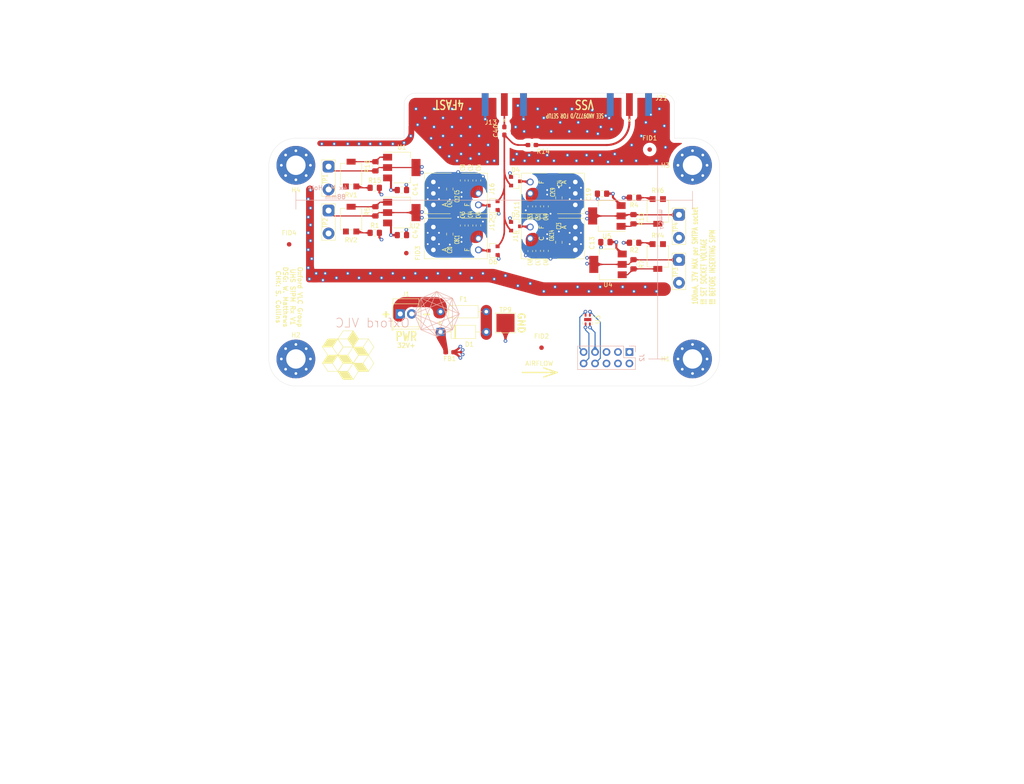
<source format=kicad_pcb>
(kicad_pcb (version 20171130) (host pcbnew 5.1.6-c6e7f7d~87~ubuntu18.04.1)
  (layers (0 F.Cu signal) (1 In1.Cu signal) (2 In2.Cu signal hide) (31 B.Cu signal) (34 B.Paste user hide) (35 F.Paste user hide) (36 B.SilkS user hide) (37 F.SilkS user) (38 B.Mask user hide) (39 F.Mask user) (44 Edge.Cuts user))
  (net 0 "")
  (net 1 GND)
  (net 2 +48V)
  (net 3 "Net-(RV1-Pad1)")
  (net 4 /Fast_lin)
  (net 5 /Fast_lin0)
  (net 6 /Fast_lin1)
  (net 7 /Fast_lin2)
  (net 8 /Fast_lin3)
  (net 9 /VssFast_lin)
  (net 10 "Net-(R15-Pad1)")
  (net 11 "Net-(R16-Pad1)")
  (net 12 /CFast_lin)
  (net 13 /VDC_lin1)
  (net 14 /VDC_lin3)
  (net 15 /VDC_lin0)
  (net 16 /VDC_lin2)
  (net 17 "Net-(R1-Pad1)")
  (net 18 "Net-(R2-Pad1)")
  (net 19 "Net-(R4-Pad1)")
  (net 20 "Net-(R5-Pad1)")
  (net 21 "Net-(R7-Pad1)")
  (net 22 "Net-(R10-Pad1)")
  (net 23 "Net-(RV2-Pad1)")
  (net 24 "Net-(RV4-Pad1)")
  (net 25 "Net-(RV6-Pad1)")
  (net 26 +3V3)
  (net 27 GNDA)
  (net 28 /SDA)
  (net 29 /SCL)
  (net 30 /CS7)
  (net 31 /CS6)
  (net 32 /CS5)
  (net 33 /CS4)
  (net 34 /HMISO)
  (net 35 /HSCLK)
  (net 36 "Net-(U3-Pad5)")
  (net 37 /48v_fused)
  (net 38 /vsupp)
  (net 39 "Net-(D1-Pad1)")
  (module Package_TO_SOT_SMD:SOT-223-3_TabPin2 (layer F.Cu) (at 175 67.25 180)
    (fp_text reference U5 (at 0 -4.5) (layer F.SilkS))
    (fp_text value LM317_SOT-223)
    (pad 1 smd rect (at -3.15 -2.3 180) (size 2 1.5) (layers F.Cu F.Paste F.Mask) (net 22 "Net-(R10-Pad1)"))
    (pad 3 smd rect (at -3.15 2.3 180) (size 2 1.5) (layers F.Cu F.Paste F.Mask) (net 2 +48V))
    (pad 2 smd rect (at -3.15 0 180) (size 2 1.5) (layers F.Cu F.Paste F.Mask) (net 14 /VDC_lin3))
    (pad 2 smd rect (at 3.15 0 180) (size 2 3.8) (layers F.Cu F.Paste F.Mask) (net 14 /VDC_lin3))
  )
  (module Package_TO_SOT_SMD:SOT-223-3_TabPin2 (layer F.Cu) (at 175.25 78 180)
    (fp_text reference U4 (at 0 -4.5) (layer F.SilkS))
    (fp_text value LM317_SOT-223)
    (pad 1 smd rect (at -3.15 -2.3 180) (size 2 1.5) (layers F.Cu F.Paste F.Mask) (net 21 "Net-(R7-Pad1)"))
    (pad 3 smd rect (at -3.15 2.3 180) (size 2 1.5) (layers F.Cu F.Paste F.Mask) (net 2 +48V))
    (pad 2 smd rect (at -3.15 0 180) (size 2 1.5) (layers F.Cu F.Paste F.Mask) (net 16 /VDC_lin2))
    (pad 2 smd rect (at 3.15 0 180) (size 2 3.8) (layers F.Cu F.Paste F.Mask) (net 16 /VDC_lin2))
  )
  (module Package_TO_SOT_SMD:SOT-223-3_TabPin2 (layer F.Cu) (at 129.5 66.5)
    (fp_text reference U2 (at 3 3) (layer F.SilkS))
    (fp_text value LM317_SOT-223)
    (pad 1 smd rect (at -3.15 -2.3) (size 2 1.5) (layers F.Cu F.Paste F.Mask) (net 20 "Net-(R5-Pad1)"))
    (pad 3 smd rect (at -3.15 2.3) (size 2 1.5) (layers F.Cu F.Paste F.Mask) (net 2 +48V))
    (pad 2 smd rect (at -3.15 0) (size 2 1.5) (layers F.Cu F.Paste F.Mask) (net 13 /VDC_lin1))
    (pad 2 smd rect (at 3.15 0) (size 2 3.8) (layers F.Cu F.Paste F.Mask) (net 13 /VDC_lin1))
  )
  (module Package_TO_SOT_SMD:SOT-223-3_TabPin2 (layer F.Cu) (at 129.5 56.5)
    (fp_text reference U1 (at 0 -4.5) (layer F.SilkS))
    (fp_text value LM317_SOT-223)
    (pad 1 smd rect (at -3.15 -2.3) (size 2 1.5) (layers F.Cu F.Paste F.Mask) (net 11 "Net-(R16-Pad1)"))
    (pad 3 smd rect (at -3.15 2.3) (size 2 1.5) (layers F.Cu F.Paste F.Mask) (net 2 +48V))
    (pad 2 smd rect (at -3.15 0) (size 2 1.5) (layers F.Cu F.Paste F.Mask) (net 15 /VDC_lin0))
    (pad 2 smd rect (at 3.15 0) (size 2 3.8) (layers F.Cu F.Paste F.Mask) (net 15 /VDC_lin0))
  )
  (module Inductor_SMD:L_0603_1608Metric_Pad1.05x0.95mm_HandSolder (layer F.Cu) (at 140.125 97.5 180)
    (fp_text reference FB1 (at 0 -1.43) (layer F.SilkS))
    (fp_text value Ferrite_Bead_Small)
    (pad 2 smd roundrect (at 0.875 0 180) (size 1.05 0.95) (layers F.Cu F.Paste F.Mask) (net 39 "Net-(D1-Pad1)"))
    (pad 1 smd roundrect (at -0.875 0 180) (size 1.05 0.95) (layers F.Cu F.Paste F.Mask) (net 2 +48V))
  )
  (module footprints:SMTPA_J30035 (layer F.Cu) (at 163 72.25 90)
    (fp_text reference J14 (at 0.5 -8.25 90) (layer F.SilkS))
    (fp_text value "J SMTPA" hide)
    (fp_text user A (at 2.5 2.5 90) (layer F.SilkS))
    (fp_text user C (at 0 -2.5 90) (layer F.SilkS))
    (fp_text user F (at 2.5 -2.5 90) (layer F.SilkS))
    (pad 2 thru_hole circle (at 2.54 -5 180) (size 1.524 1.524) (drill 1.016) (layers *.Cu *.Mask) (net 7 /Fast_lin2))
    (pad 3 thru_hole circle (at 0 -5 180) (size 1.524 1.524) (drill 1.016) (layers *.Cu *.Mask) (net 16 /VDC_lin2))
    (pad 1 thru_hole circle (at 2.54 5 180) (size 1.524 1.524) (drill 1.016) (layers *.Cu *.Mask) (net 1 GND))
    (pad 5 thru_hole circle (at 0 5 180) (size 1.524 1.524) (drill 1.016) (layers *.Cu *.Mask) (net 1 GND))
    (pad 4 thru_hole circle (at -2.54 5 180) (size 1.524 1.524) (drill 1.016) (layers *.Cu *.Mask) (net 1 GND))
  )
  (module footprints:SMTPA_J30035 (layer F.Cu) (at 141.5 72.25 270)
    (fp_text reference J12 (at -3 -8 90) (layer F.SilkS))
    (fp_text value "J SMTPA" hide)
    (fp_text user A (at 2.5 2.5 90) (layer F.SilkS))
    (fp_text user F (at 2.5 -2.5 90) (layer F.SilkS))
    (pad 2 thru_hole circle (at 2.54 -5) (size 1.524 1.524) (drill 1.016) (layers *.Cu *.Mask) (net 6 /Fast_lin1))
    (pad 3 thru_hole circle (at 0 -5) (size 1.524 1.524) (drill 1.016) (layers *.Cu *.Mask) (net 13 /VDC_lin1))
    (pad 1 thru_hole circle (at 2.54 5) (size 1.524 1.524) (drill 1.016) (layers *.Cu *.Mask) (net 1 GND))
    (pad 5 thru_hole circle (at 0 5) (size 1.524 1.524) (drill 1.016) (layers *.Cu *.Mask) (net 1 GND))
    (pad 4 thru_hole circle (at -2.54 5) (size 1.524 1.524) (drill 1.016) (layers *.Cu *.Mask) (net 1 GND))
  )
  (module footprints:SMTPA_J30035 (layer F.Cu) (at 141.5 62.25 270)
    (fp_text reference J16 (at -1 -8 90) (layer F.SilkS))
    (fp_text value "J SMTPA" hide)
    (fp_text user A (at 2.5 2.5 90) (layer F.SilkS))
    (fp_text user F (at 2.5 -2.5 90) (layer F.SilkS))
    (pad 2 thru_hole circle (at 2.54 -5) (size 1.524 1.524) (drill 1.016) (layers *.Cu *.Mask) (net 5 /Fast_lin0))
    (pad 3 thru_hole circle (at 0 -5) (size 1.524 1.524) (drill 1.016) (layers *.Cu *.Mask) (net 15 /VDC_lin0))
    (pad 1 thru_hole circle (at 2.54 5) (size 1.524 1.524) (drill 1.016) (layers *.Cu *.Mask) (net 1 GND))
    (pad 5 thru_hole circle (at 0 5) (size 1.524 1.524) (drill 1.016) (layers *.Cu *.Mask) (net 1 GND))
    (pad 4 thru_hole circle (at -2.54 5) (size 1.524 1.524) (drill 1.016) (layers *.Cu *.Mask) (net 1 GND))
  )
  (module footprints:SMTPA_J30035 (layer F.Cu) (at 163 62.25 90)
    (fp_text reference J11 (at -3 -8 90) (layer F.SilkS))
    (fp_text value "J SMTPA" hide)
    (fp_text user A (at 2.5 2.5 90) (layer F.SilkS))
    (fp_text user F (at 2.5 -2.5 90) (layer F.SilkS))
    (pad 2 thru_hole circle (at 2.54 -5 180) (size 1.524 1.524) (drill 1.016) (layers *.Cu *.Mask) (net 8 /Fast_lin3))
    (pad 3 thru_hole circle (at 0 -5 180) (size 1.524 1.524) (drill 1.016) (layers *.Cu *.Mask) (net 14 /VDC_lin3))
    (pad 1 thru_hole circle (at 2.54 5 180) (size 1.524 1.524) (drill 1.016) (layers *.Cu *.Mask) (net 1 GND))
    (pad 5 thru_hole circle (at 0 5 180) (size 1.524 1.524) (drill 1.016) (layers *.Cu *.Mask) (net 1 GND))
    (pad 4 thru_hole circle (at -2.54 5 180) (size 1.524 1.524) (drill 1.016) (layers *.Cu *.Mask) (net 1 GND))
  )
  (module thermoamp:thermoamp (layer F.Cu) (at 217.5 77.5)
    (fp_text reference REF** hide)
    (fp_text value thermoamp)
  )
  (module Resistor_SMD:R_0603_1608Metric_Pad1.05x0.95mm_HandSolder (layer F.Cu) (at 158.375 51.5 180)
    (fp_text reference R14 (at -2.5 -1.43) (layer F.SilkS))
    (fp_text value 1K0)
    (pad 2 smd roundrect (at 0.875 0 180) (size 1.05 0.95) (layers F.Cu F.Paste F.Mask) (net 4 /Fast_lin))
    (pad 1 smd roundrect (at -0.875 0 180) (size 1.05 0.95) (layers F.Cu F.Paste F.Mask) (net 9 /VssFast_lin))
  )
  (module Connector_PinSocket_2.54mm:PinSocket_2x05_P2.54mm_Vertical (layer B.Cu) (at 180 97.46 90)
    (fp_text reference J2 (at -1.27 2.77 90) (layer B.SilkS) (effects (justify mirror)))
    (fp_text value Conn_02x05_Odd_Even)
    (pad 10 thru_hole oval (at -2.54 -10.16 90) (size 1.7 1.7) (drill 1) (layers *.Cu *.Mask) (net 26 +3V3))
    (pad 9 thru_hole oval (at 0 -10.16 90) (size 1.7 1.7) (drill 1) (layers *.Cu *.Mask) (net 27 GNDA))
    (pad 8 thru_hole oval (at -2.54 -7.62 90) (size 1.7 1.7) (drill 1) (layers *.Cu *.Mask) (net 28 /SDA))
    (pad 7 thru_hole oval (at 0 -7.62 90) (size 1.7 1.7) (drill 1) (layers *.Cu *.Mask) (net 29 /SCL))
    (pad 6 thru_hole oval (at -2.54 -5.08 90) (size 1.7 1.7) (drill 1) (layers *.Cu *.Mask) (net 30 /CS7))
    (pad 5 thru_hole oval (at 0 -5.08 90) (size 1.7 1.7) (drill 1) (layers *.Cu *.Mask) (net 31 /CS6))
    (pad 4 thru_hole oval (at -2.54 -2.54 90) (size 1.7 1.7) (drill 1) (layers *.Cu *.Mask) (net 32 /CS5))
    (pad 3 thru_hole oval (at 0 -2.54 90) (size 1.7 1.7) (drill 1) (layers *.Cu *.Mask) (net 33 /CS4))
    (pad 2 thru_hole oval (at -2.54 0 90) (size 1.7 1.7) (drill 1) (layers *.Cu *.Mask) (net 34 /HMISO))
    (pad 1 thru_hole rect (at 0 0 90) (size 1.7 1.7) (drill 1) (layers *.Cu *.Mask) (net 35 /HSCLK))
  )
  (module Fiducial:Fiducial_1mm_Mask3mm (layer F.Cu) (at 104.5 73.55)
    (fp_text reference FID4 (at 0 -2.54) (layer F.SilkS))
    (fp_text value Fiducial)
    (pad "" smd circle (at 0 0) (size 1 1) (layers F.Cu F.Mask) (clearance 1))
  )
  (module Fiducial:Fiducial_1mm_Mask3mm (layer F.Cu) (at 130.5 75.5 270)
    (fp_text reference FID3 (at 0 -2.54 90) (layer F.SilkS))
    (fp_text value Fiducial)
    (pad "" smd circle (at 0 0 270) (size 1 1) (layers F.Cu F.Mask) (clearance 1))
  )
  (module Fiducial:Fiducial_1mm_Mask3mm (layer F.Cu) (at 160.5 96.5)
    (fp_text reference FID2 (at 0 -2.54) (layer F.SilkS))
    (fp_text value Fiducial)
    (pad "" smd circle (at 0 0) (size 1 1) (layers F.Cu F.Mask) (clearance 1))
  )
  (module Fiducial:Fiducial_1mm_Mask3mm (layer F.Cu) (at 184.5 52.5)
    (fp_text reference FID1 (at 0 -2.54) (layer F.SilkS))
    (fp_text value Fiducial)
    (pad "" smd circle (at 0 0) (size 1 1) (layers F.Cu F.Mask) (clearance 1))
  )
  (module Package_DFN_QFN:AMS_QFN-4-1EP_2x2mm_P0.95mm_EP0.7x1.6mm (layer F.Cu) (at 170.75 90.25 90)
    (fp_text reference U3 (at 0 2.25 90) (layer F.SilkS))
    (fp_text value SHTC3)
    (pad 3 smd rect (at 0.95 0.475 90) (size 0.6 0.4) (layers F.Cu F.Paste F.Mask) (net 28 /SDA))
    (pad 1 smd rect (at -0.95 -0.475 90) (size 0.6 0.4) (layers F.Cu F.Paste F.Mask) (net 26 +3V3))
    (pad 2 smd rect (at -0.95 0.475 90) (size 0.6 0.4) (layers F.Cu F.Paste F.Mask) (net 29 /SCL))
    (pad 4 smd rect (at 0.95 -0.475 90) (size 0.6 0.4) (layers F.Cu F.Paste F.Mask) (net 27 GNDA))
    (pad 5 smd rect (at 0 0 90) (size 0.7 1.6) (layers F.Cu F.Mask) (net 36 "Net-(U3-Pad5)"))
  )
  (module Resistor_THT:R_Axial_DIN0207_L6.3mm_D2.5mm_P10.16mm_Horizontal (layer F.Cu) (at 148.25 88.5 180)
    (fp_text reference F1 (at 5.08 2.75) (layer F.SilkS))
    (fp_text value "Fuse 1A fast")
    (pad 2 thru_hole oval (at 10.16 0 180) (size 1.6 1.6) (drill 0.8) (layers *.Cu *.Mask) (net 38 /vsupp))
    (pad 1 thru_hole circle (at 0 0 180) (size 1.6 1.6) (drill 0.8) (layers *.Cu *.Mask) (net 37 /48v_fused))
  )
  (module TestPoint:TestPoint_2Pads_Pitch5.08mm_Drill1.3mm (layer F.Cu) (at 191 67 270)
    (fp_text reference TP4 (at 2.75 0.75 90) (layer F.SilkS) (effects (font (size 1 0.8))))
    (fp_text value TestPoint_2Pole)
    (pad 1 thru_hole roundrect (at 0 0 270) (size 2.6 2.6) (drill 1.3) (layers *.Cu *.Mask) (net 14 /VDC_lin3))
    (pad 2 thru_hole circle (at 5.08 0 270) (size 2.6 2.6) (drill 1.3) (layers *.Cu *.Mask) (net 1 GND))
  )
  (module TestPoint:TestPoint_2Pads_Pitch5.08mm_Drill1.3mm (layer F.Cu) (at 191 77 270)
    (fp_text reference TP3 (at 2.75 0.75 90) (layer F.SilkS) (effects (font (size 1 0.8))))
    (fp_text value TestPoint_2Pole)
    (pad 1 thru_hole roundrect (at 0 0 270) (size 2.6 2.6) (drill 1.3) (layers *.Cu *.Mask) (net 16 /VDC_lin2))
    (pad 2 thru_hole circle (at 5.08 0 270) (size 2.6 2.6) (drill 1.3) (layers *.Cu *.Mask) (net 1 GND))
  )
  (module TestPoint:TestPoint_2Pads_Pitch5.08mm_Drill1.3mm (layer F.Cu) (at 113.25 66.05 270)
    (fp_text reference TP2 (at 2.75 0.75 90) (layer F.SilkS) (effects (font (size 1 0.8))))
    (fp_text value TestPoint_2Pole)
    (pad 1 thru_hole roundrect (at 0 0 270) (size 2.6 2.6) (drill 1.3) (layers *.Cu *.Mask) (net 13 /VDC_lin1))
    (pad 2 thru_hole circle (at 5.08 0 270) (size 2.6 2.6) (drill 1.3) (layers *.Cu *.Mask) (net 1 GND))
  )
  (module TestPoint:TestPoint_2Pads_Pitch5.08mm_Drill1.3mm (layer F.Cu) (at 113.25 56.3 270)
    (fp_text reference TP1 (at 2.75 0.75 90) (layer F.SilkS) (effects (font (size 1 0.8))))
    (fp_text value TestPoint_2Pole)
    (pad 1 thru_hole roundrect (at 0 0 270) (size 2.6 2.6) (drill 1.3) (layers *.Cu *.Mask) (net 15 /VDC_lin0))
    (pad 2 thru_hole circle (at 5.08 0 270) (size 2.6 2.6) (drill 1.3) (layers *.Cu *.Mask) (net 1 GND))
  )
  (module Potentiometer_SMD:Potentiometer_Bourns_3314G_Vertical (layer F.Cu) (at 186.3 66.25)
    (fp_text reference RV6 (at 0 -4.65) (layer F.SilkS))
    (fp_text value R_POT_TRIM)
    (pad 3 smd rect (at -1.15 -2.75) (size 1.3 1.3) (layers F.Cu F.Paste F.Mask) (net 19 "Net-(R4-Pad1)"))
    (pad 2 smd rect (at 0 2.75) (size 2 1.3) (layers F.Cu F.Paste F.Mask) (net 22 "Net-(R10-Pad1)"))
    (pad 1 smd rect (at 1.15 -2.75) (size 1.3 1.3) (layers F.Cu F.Paste F.Mask) (net 25 "Net-(RV6-Pad1)"))
  )
  (module Capacitor_SMD:C_0805_2012Metric_Pad1.15x1.40mm_HandSolder (layer F.Cu) (at 173.925 62.3 180)
    (fp_text reference C19 (at 2.975 -0.2 270) (layer F.SilkS))
    (fp_text value 0.1u)
    (pad 1 smd roundrect (at -1.025 0 180) (size 1.15 1.4) (layers F.Cu F.Paste F.Mask) (roundrect_rratio 0.217391) (net 2 +48V))
    (pad 2 smd roundrect (at 1.025 0 180) (size 1.15 1.4) (layers F.Cu F.Paste F.Mask) (roundrect_rratio 0.217391) (net 1 GND))
  )
  (module Resistor_SMD:R_0805_2012Metric_Pad1.15x1.40mm_HandSolder (layer F.Cu) (at 180.9 67.975 90)
    (fp_text reference R10 (at 0 1.8 90) (layer F.SilkS))
    (fp_text value 240R)
    (pad 1 smd roundrect (at -1.025 0 90) (size 1.15 1.4) (layers F.Cu F.Paste F.Mask) (roundrect_rratio 0.217391) (net 22 "Net-(R10-Pad1)"))
    (pad 2 smd roundrect (at 1.025 0 90) (size 1.15 1.4) (layers F.Cu F.Paste F.Mask) (roundrect_rratio 0.217391) (net 14 /VDC_lin3))
  )
  (module Resistor_SMD:R_0805_2012Metric_Pad1.15x1.40mm_HandSolder (layer F.Cu) (at 181.05 63.2 180)
    (fp_text reference R4 (at 0 -1.65) (layer F.SilkS))
    (fp_text value 1K0)
    (pad 1 smd roundrect (at -1.025 0 180) (size 1.15 1.4) (layers F.Cu F.Paste F.Mask) (roundrect_rratio 0.217391) (net 19 "Net-(R4-Pad1)"))
    (pad 2 smd roundrect (at 1.025 0 180) (size 1.15 1.4) (layers F.Cu F.Paste F.Mask) (roundrect_rratio 0.217391) (net 1 GND))
  )
  (module Potentiometer_SMD:Potentiometer_Bourns_3314G_Vertical (layer F.Cu) (at 186.3 76.25)
    (fp_text reference RV4 (at 0 -4.65) (layer F.SilkS))
    (fp_text value R_POT_TRIM)
    (pad 3 smd rect (at -1.15 -2.75) (size 1.3 1.3) (layers F.Cu F.Paste F.Mask) (net 18 "Net-(R2-Pad1)"))
    (pad 2 smd rect (at 0 2.75) (size 2 1.3) (layers F.Cu F.Paste F.Mask) (net 21 "Net-(R7-Pad1)"))
    (pad 1 smd rect (at 1.15 -2.75) (size 1.3 1.3) (layers F.Cu F.Paste F.Mask) (net 24 "Net-(RV4-Pad1)"))
  )
  (module Capacitor_SMD:C_0805_2012Metric_Pad1.15x1.40mm_HandSolder (layer F.Cu) (at 174.675 73.05 180)
    (fp_text reference C13 (at 2.975 -0.2 270) (layer F.SilkS))
    (fp_text value 0.1u)
    (pad 1 smd roundrect (at -1.025 0 180) (size 1.15 1.4) (layers F.Cu F.Paste F.Mask) (roundrect_rratio 0.217391) (net 2 +48V))
    (pad 2 smd roundrect (at 1.025 0 180) (size 1.15 1.4) (layers F.Cu F.Paste F.Mask) (roundrect_rratio 0.217391) (net 1 GND))
  )
  (module Resistor_SMD:R_0805_2012Metric_Pad1.15x1.40mm_HandSolder (layer F.Cu) (at 180.9 77.975 90)
    (fp_text reference R7 (at 0 1.8 90) (layer F.SilkS))
    (fp_text value 240R)
    (pad 1 smd roundrect (at -1.025 0 90) (size 1.15 1.4) (layers F.Cu F.Paste F.Mask) (roundrect_rratio 0.217391) (net 21 "Net-(R7-Pad1)"))
    (pad 2 smd roundrect (at 1.025 0 90) (size 1.15 1.4) (layers F.Cu F.Paste F.Mask) (roundrect_rratio 0.217391) (net 16 /VDC_lin2))
  )
  (module Resistor_SMD:R_0805_2012Metric_Pad1.15x1.40mm_HandSolder (layer F.Cu) (at 181.05 73.2 180)
    (fp_text reference R2 (at 0 -1.65) (layer F.SilkS))
    (fp_text value 1K0)
    (pad 1 smd roundrect (at -1.025 0 180) (size 1.15 1.4) (layers F.Cu F.Paste F.Mask) (roundrect_rratio 0.217391) (net 18 "Net-(R2-Pad1)"))
    (pad 2 smd roundrect (at 1.025 0 180) (size 1.15 1.4) (layers F.Cu F.Paste F.Mask) (roundrect_rratio 0.217391) (net 1 GND))
  )
  (module Potentiometer_SMD:Potentiometer_Bourns_3314G_Vertical (layer F.Cu) (at 118.25 67.95 180)
    (fp_text reference RV2 (at 0 -4.65) (layer F.SilkS))
    (fp_text value R_POT_TRIM)
    (pad 3 smd rect (at -1.15 -2.75 180) (size 1.3 1.3) (layers F.Cu F.Paste F.Mask) (net 17 "Net-(R1-Pad1)"))
    (pad 2 smd rect (at 0 2.75 180) (size 2 1.3) (layers F.Cu F.Paste F.Mask) (net 20 "Net-(R5-Pad1)"))
    (pad 1 smd rect (at 1.15 -2.75 180) (size 1.3 1.3) (layers F.Cu F.Paste F.Mask) (net 23 "Net-(RV2-Pad1)"))
  )
  (module Capacitor_SMD:C_0805_2012Metric_Pad1.15x1.40mm_HandSolder (layer F.Cu) (at 129.525 71.5)
    (fp_text reference C4 (at 2.975 -0.2 270) (layer F.SilkS))
    (fp_text value 0.1u)
    (pad 1 smd roundrect (at -1.025 0) (size 1.15 1.4) (layers F.Cu F.Paste F.Mask) (roundrect_rratio 0.217391) (net 2 +48V))
    (pad 2 smd roundrect (at 1.025 0) (size 1.15 1.4) (layers F.Cu F.Paste F.Mask) (roundrect_rratio 0.217391) (net 1 GND))
  )
  (module Resistor_SMD:R_0805_2012Metric_Pad1.15x1.40mm_HandSolder (layer F.Cu) (at 123.65 66.225 270)
    (fp_text reference R5 (at 0 1.8 90) (layer F.SilkS))
    (fp_text value 240R)
    (pad 1 smd roundrect (at -1.025 0 270) (size 1.15 1.4) (layers F.Cu F.Paste F.Mask) (roundrect_rratio 0.217391) (net 20 "Net-(R5-Pad1)"))
    (pad 2 smd roundrect (at 1.025 0 270) (size 1.15 1.4) (layers F.Cu F.Paste F.Mask) (roundrect_rratio 0.217391) (net 13 /VDC_lin1))
  )
  (module Resistor_SMD:R_0805_2012Metric_Pad1.15x1.40mm_HandSolder (layer F.Cu) (at 123.5 71)
    (fp_text reference R1 (at 0 -1.65) (layer F.SilkS))
    (fp_text value 1K0)
    (pad 1 smd roundrect (at -1.025 0) (size 1.15 1.4) (layers F.Cu F.Paste F.Mask) (roundrect_rratio 0.217391) (net 17 "Net-(R1-Pad1)"))
    (pad 2 smd roundrect (at 1.025 0) (size 1.15 1.4) (layers F.Cu F.Paste F.Mask) (roundrect_rratio 0.217391) (net 1 GND))
  )
  (module Resistor_SMD:R_0805_2012Metric_Pad1.15x1.40mm_HandSolder (layer F.Cu) (at 123.5 61)
    (fp_text reference R15 (at 0 -1.65) (layer F.SilkS))
    (fp_text value 1K0)
    (pad 2 smd roundrect (at 1.025 0) (size 1.15 1.4) (layers F.Cu F.Paste F.Mask) (roundrect_rratio 0.217391) (net 1 GND))
    (pad 1 smd roundrect (at -1.025 0) (size 1.15 1.4) (layers F.Cu F.Paste F.Mask) (roundrect_rratio 0.217391) (net 10 "Net-(R15-Pad1)"))
  )
  (module Capacitor_SMD:C_0805_2012Metric_Pad1.15x1.40mm_HandSolder (layer F.Cu) (at 164.35 63.225 90)
    (fp_text reference C24 (at 3.225 0.2 90) (layer F.SilkS) (effects (font (size 1 0.5) (thickness 0.125))))
    (fp_text value 1u)
    (pad 1 smd roundrect (at -1.025 0 90) (size 1.15 1.4) (layers F.Cu F.Paste F.Mask) (roundrect_rratio 0.217391) (net 14 /VDC_lin3))
    (pad 2 smd roundrect (at 1.025 0 90) (size 1.15 1.4) (layers F.Cu F.Paste F.Mask) (roundrect_rratio 0.217391) (net 1 GND))
  )
  (module Capacitor_SMD:C_0805_2012Metric_Pad1.15x1.40mm_HandSolder (layer F.Cu) (at 164.35 73.1 90)
    (fp_text reference C23 (at 3.6 0 90) (layer F.SilkS) (effects (font (size 1 0.5) (thickness 0.125))))
    (fp_text value 1u)
    (pad 1 smd roundrect (at -1.025 0 90) (size 1.15 1.4) (layers F.Cu F.Paste F.Mask) (roundrect_rratio 0.217391) (net 16 /VDC_lin2))
    (pad 2 smd roundrect (at 1.025 0 90) (size 1.15 1.4) (layers F.Cu F.Paste F.Mask) (roundrect_rratio 0.217391) (net 1 GND))
  )
  (module Capacitor_SMD:C_0805_2012Metric_Pad1.15x1.40mm_HandSolder (layer F.Cu) (at 140.15 71.275 270)
    (fp_text reference C20 (at 3.525 0 90) (layer F.SilkS) (effects (font (size 1 0.5) (thickness 0.125))))
    (fp_text value 1u)
    (pad 1 smd roundrect (at -1.025 0 270) (size 1.15 1.4) (layers F.Cu F.Paste F.Mask) (roundrect_rratio 0.217391) (net 13 /VDC_lin1))
    (pad 2 smd roundrect (at 1.025 0 270) (size 1.15 1.4) (layers F.Cu F.Paste F.Mask) (roundrect_rratio 0.217391) (net 1 GND))
  )
  (module Connector_Coaxial:SMA_Amphenol_132289_EdgeMount (layer F.Cu) (at 180 42.5 90)
    (fp_text reference J21 (at 1.4 7.1) (layer F.SilkS))
    (fp_text value Conn_Coaxial)
    (pad 2 smd rect (at 0 4.25 180) (size 1.5 5.08) (layers B.Cu B.Paste B.Mask) (net 1 GND))
    (pad 2 smd rect (at 0 -4.25 180) (size 1.5 5.08) (layers B.Cu B.Paste B.Mask) (net 1 GND))
    (pad 2 smd rect (at 0 4.25 180) (size 1.5 5.08) (layers F.Cu F.Paste F.Mask) (net 1 GND))
    (pad 2 smd rect (at 0 -4.25 180) (size 1.5 5.08) (layers F.Cu F.Paste F.Mask) (net 1 GND))
    (pad 1 smd rect (at 0 0 180) (size 1.5 5.08) (layers F.Cu F.Paste F.Mask) (net 9 /VssFast_lin))
  )
  (module Capacitor_SMD:C_0402_1005Metric (layer F.Cu) (at 160.235 71.3)
    (fp_text reference C14 (at 2.515 -0.2 -270) (layer F.SilkS) (effects (font (size 1 0.5) (thickness 0.125))))
    (fp_text value 10p)
    (pad 1 smd roundrect (at -0.485 0) (size 0.59 0.64) (layers F.Cu F.Paste F.Mask) (net 16 /VDC_lin2))
    (pad 2 smd roundrect (at 0.485 0) (size 0.59 0.64) (layers F.Cu F.Paste F.Mask) (net 1 GND))
  )
  (module Capacitor_SMD:C_0402_1005Metric (layer F.Cu) (at 144.265 63 180)
    (fp_text reference C12 (at 2.485 -0.5 270) (layer F.SilkS) (effects (font (size 1 0.5) (thickness 0.125))))
    (fp_text value 10p)
    (pad 1 smd roundrect (at -0.485 0 180) (size 0.59 0.64) (layers F.Cu F.Paste F.Mask) (net 15 /VDC_lin0))
    (pad 2 smd roundrect (at 0.485 0 180) (size 0.59 0.64) (layers F.Cu F.Paste F.Mask) (net 1 GND))
  )
  (module Capacitor_SMD:C_0402_1005Metric (layer F.Cu) (at 160.235 61.5)
    (fp_text reference C9 (at 2.765 0 -90) (layer F.SilkS) (effects (font (size 1 0.5) (thickness 0.125))))
    (fp_text value 10p)
    (pad 1 smd roundrect (at -0.485 0) (size 0.59 0.64) (layers F.Cu F.Paste F.Mask) (net 14 /VDC_lin3))
    (pad 2 smd roundrect (at 0.485 0) (size 0.59 0.64) (layers F.Cu F.Paste F.Mask) (net 1 GND))
  )
  (module Capacitor_SMD:C_0402_1005Metric (layer F.Cu) (at 144.265 73 180)
    (fp_text reference C8 (at 2.515 0 270) (layer F.SilkS) (effects (font (size 1 0.5) (thickness 0.125))))
    (fp_text value 10p)
    (pad 1 smd roundrect (at -0.485 0 180) (size 0.59 0.64) (layers F.Cu F.Paste F.Mask) (net 13 /VDC_lin1))
    (pad 2 smd roundrect (at 0.485 0 180) (size 0.59 0.64) (layers F.Cu F.Paste F.Mask) (net 1 GND))
  )
  (module Capacitor_SMD:C_0402_1005Metric (layer F.Cu) (at 160.235 72.3)
    (fp_text reference C6 (at 2.515 0 -90) (layer F.SilkS) (effects (font (size 1 0.5) (thickness 0.125))))
    (fp_text value 100p)
    (pad 1 smd roundrect (at -0.485 0) (size 0.59 0.64) (layers F.Cu F.Paste F.Mask) (net 16 /VDC_lin2))
    (pad 2 smd roundrect (at 0.485 0) (size 0.59 0.64) (layers F.Cu F.Paste F.Mask) (net 1 GND))
  )
  (module Capacitor_SMD:C_0402_1005Metric (layer F.Cu) (at 144.25 62 180)
    (fp_text reference C5 (at 2.5 0 90) (layer F.SilkS) (effects (font (size 1 0.5) (thickness 0.125))))
    (fp_text value 100p)
    (pad 1 smd roundrect (at -0.485 0 180) (size 0.59 0.64) (layers F.Cu F.Paste F.Mask) (net 15 /VDC_lin0))
    (pad 2 smd roundrect (at 0.485 0 180) (size 0.59 0.64) (layers F.Cu F.Paste F.Mask) (net 1 GND))
  )
  (module Capacitor_SMD:C_0402_1005Metric (layer F.Cu) (at 160.235 62.5)
    (fp_text reference C2 (at 2.765 0 -90) (layer F.SilkS) (effects (font (size 1 0.5) (thickness 0.125))))
    (fp_text value 100p)
    (pad 1 smd roundrect (at -0.485 0) (size 0.59 0.64) (layers F.Cu F.Paste F.Mask) (net 14 /VDC_lin3))
    (pad 2 smd roundrect (at 0.485 0) (size 0.59 0.64) (layers F.Cu F.Paste F.Mask) (net 1 GND))
  )
  (module Capacitor_SMD:C_0402_1005Metric (layer F.Cu) (at 144.265 72 180)
    (fp_text reference C1 (at 2.515 0 90) (layer F.SilkS) (effects (font (size 1 0.5) (thickness 0.125))))
    (fp_text value 100p)
    (pad 1 smd roundrect (at -0.485 0 180) (size 0.59 0.64) (layers F.Cu F.Paste F.Mask) (net 13 /VDC_lin1))
    (pad 2 smd roundrect (at 0.485 0 180) (size 0.59 0.64) (layers F.Cu F.Paste F.Mask) (net 1 GND))
  )
  (module Potentiometer_SMD:Potentiometer_Bourns_3314G_Vertical (layer F.Cu) (at 118.25 57.95 180)
    (fp_text reference RV1 (at 0 -4.65) (layer F.SilkS))
    (fp_text value R_POT_TRIM)
    (pad 1 smd rect (at 1.15 -2.75 180) (size 1.3 1.3) (layers F.Cu F.Paste F.Mask) (net 3 "Net-(RV1-Pad1)"))
    (pad 2 smd rect (at 0 2.75 180) (size 2 1.3) (layers F.Cu F.Paste F.Mask) (net 11 "Net-(R16-Pad1)"))
    (pad 3 smd rect (at -1.15 -2.75 180) (size 1.3 1.3) (layers F.Cu F.Paste F.Mask) (net 10 "Net-(R15-Pad1)"))
  )
  (module TestPoint:TestPoint_Pad_4.0x4.0mm (layer F.Cu) (at 152.5 91)
    (fp_text reference TP9 (at 0 -2.898) (layer F.SilkS))
    (fp_text value TestPoint)
    (pad 1 smd rect (at 0 0) (size 4 4) (layers F.Cu F.Mask) (net 1 GND))
  )
  (module MountingHole:MountingHole_4.3mm_M4_Pad_Via (layer F.Cu) (at 106 56)
    (fp_text reference H4 (at 0 5.5) (layer F.SilkS))
    (fp_text value MountingHole)
    (pad 1 thru_hole circle (at 2.280419 -2.280419) (size 0.9 0.9) (drill 0.6) (layers *.Cu *.Mask))
    (pad 1 thru_hole circle (at 0 -3.225) (size 0.9 0.9) (drill 0.6) (layers *.Cu *.Mask))
    (pad 1 thru_hole circle (at -2.280419 -2.280419) (size 0.9 0.9) (drill 0.6) (layers *.Cu *.Mask))
    (pad 1 thru_hole circle (at -3.225 0) (size 0.9 0.9) (drill 0.6) (layers *.Cu *.Mask))
    (pad 1 thru_hole circle (at -2.280419 2.280419) (size 0.9 0.9) (drill 0.6) (layers *.Cu *.Mask))
    (pad 1 thru_hole circle (at 0 3.225) (size 0.9 0.9) (drill 0.6) (layers *.Cu *.Mask))
    (pad 1 thru_hole circle (at 2.280419 2.280419) (size 0.9 0.9) (drill 0.6) (layers *.Cu *.Mask))
    (pad 1 thru_hole circle (at 3.225 0) (size 0.9 0.9) (drill 0.6) (layers *.Cu *.Mask))
    (pad 1 thru_hole circle (at 0 0) (size 8.6 8.6) (drill 4.3) (layers *.Cu *.Mask))
  )
  (module MountingHole:MountingHole_4.3mm_M4_Pad_Via (layer F.Cu) (at 194 56)
    (fp_text reference H3 (at -6 0) (layer F.SilkS))
    (fp_text value MountingHole)
    (pad 1 thru_hole circle (at 2.280419 -2.280419) (size 0.9 0.9) (drill 0.6) (layers *.Cu *.Mask))
    (pad 1 thru_hole circle (at 0 -3.225) (size 0.9 0.9) (drill 0.6) (layers *.Cu *.Mask))
    (pad 1 thru_hole circle (at -2.280419 -2.280419) (size 0.9 0.9) (drill 0.6) (layers *.Cu *.Mask))
    (pad 1 thru_hole circle (at -3.225 0) (size 0.9 0.9) (drill 0.6) (layers *.Cu *.Mask))
    (pad 1 thru_hole circle (at -2.280419 2.280419) (size 0.9 0.9) (drill 0.6) (layers *.Cu *.Mask))
    (pad 1 thru_hole circle (at 0 3.225) (size 0.9 0.9) (drill 0.6) (layers *.Cu *.Mask))
    (pad 1 thru_hole circle (at 2.280419 2.280419) (size 0.9 0.9) (drill 0.6) (layers *.Cu *.Mask))
    (pad 1 thru_hole circle (at 3.225 0) (size 0.9 0.9) (drill 0.6) (layers *.Cu *.Mask))
    (pad 1 thru_hole circle (at 0 0) (size 8.6 8.6) (drill 4.3) (layers *.Cu *.Mask))
  )
  (module MountingHole:MountingHole_4.3mm_M4_Pad_Via (layer F.Cu) (at 106 99)
    (fp_text reference H2 (at 0 -5.3) (layer F.SilkS))
    (fp_text value MountingHole)
    (pad 1 thru_hole circle (at 2.280419 -2.280419) (size 0.9 0.9) (drill 0.6) (layers *.Cu *.Mask))
    (pad 1 thru_hole circle (at 0 -3.225) (size 0.9 0.9) (drill 0.6) (layers *.Cu *.Mask))
    (pad 1 thru_hole circle (at -2.280419 -2.280419) (size 0.9 0.9) (drill 0.6) (layers *.Cu *.Mask))
    (pad 1 thru_hole circle (at -3.225 0) (size 0.9 0.9) (drill 0.6) (layers *.Cu *.Mask))
    (pad 1 thru_hole circle (at -2.280419 2.280419) (size 0.9 0.9) (drill 0.6) (layers *.Cu *.Mask))
    (pad 1 thru_hole circle (at 0 3.225) (size 0.9 0.9) (drill 0.6) (layers *.Cu *.Mask))
    (pad 1 thru_hole circle (at 2.280419 2.280419) (size 0.9 0.9) (drill 0.6) (layers *.Cu *.Mask))
    (pad 1 thru_hole circle (at 3.225 0) (size 0.9 0.9) (drill 0.6) (layers *.Cu *.Mask))
    (pad 1 thru_hole circle (at 0 0) (size 8.6 8.6) (drill 4.3) (layers *.Cu *.Mask))
  )
  (module MountingHole:MountingHole_4.3mm_M4_Pad_Via (layer F.Cu) (at 194 99)
    (fp_text reference H1 (at -6 0) (layer F.SilkS))
    (fp_text value MountingHole)
    (pad 1 thru_hole circle (at 2.280419 -2.280419) (size 0.9 0.9) (drill 0.6) (layers *.Cu *.Mask))
    (pad 1 thru_hole circle (at 0 -3.225) (size 0.9 0.9) (drill 0.6) (layers *.Cu *.Mask))
    (pad 1 thru_hole circle (at -2.280419 -2.280419) (size 0.9 0.9) (drill 0.6) (layers *.Cu *.Mask))
    (pad 1 thru_hole circle (at -3.225 0) (size 0.9 0.9) (drill 0.6) (layers *.Cu *.Mask))
    (pad 1 thru_hole circle (at -2.280419 2.280419) (size 0.9 0.9) (drill 0.6) (layers *.Cu *.Mask))
    (pad 1 thru_hole circle (at 0 3.225) (size 0.9 0.9) (drill 0.6) (layers *.Cu *.Mask))
    (pad 1 thru_hole circle (at 2.280419 2.280419) (size 0.9 0.9) (drill 0.6) (layers *.Cu *.Mask))
    (pad 1 thru_hole circle (at 3.225 0) (size 0.9 0.9) (drill 0.6) (layers *.Cu *.Mask))
    (pad 1 thru_hole circle (at 0 0) (size 8.6 8.6) (drill 4.3) (layers *.Cu *.Mask))
  )
  (module Capacitor_SMD:C_0603_1608Metric_Pad1.05x0.95mm_HandSolder (layer F.Cu) (at 146.5 59.375 90)
    (fp_text reference C54 (at 2.875 0 90) (layer F.SilkS) (effects (font (size 1 0.5) (thickness 0.125))))
    (fp_text value 1n)
    (pad 2 smd roundrect (at 0.875 0 90) (size 1.05 0.95) (layers F.Cu F.Paste F.Mask) (net 1 GND))
    (pad 1 smd roundrect (at -0.875 0 90) (size 1.05 0.95) (layers F.Cu F.Paste F.Mask) (net 15 /VDC_lin0))
  )
  (module Capacitor_SMD:C_0603_1608Metric_Pad1.05x0.95mm_HandSolder (layer F.Cu) (at 158 65.125 270)
    (fp_text reference C53 (at 2.375 0 90) (layer F.SilkS) (effects (font (size 1 0.5) (thickness 0.125))))
    (fp_text value 1n)
    (pad 2 smd roundrect (at 0.875 0 270) (size 1.05 0.95) (layers F.Cu F.Paste F.Mask) (net 1 GND))
    (pad 1 smd roundrect (at -0.875 0 270) (size 1.05 0.95) (layers F.Cu F.Paste F.Mask) (net 14 /VDC_lin3))
  )
  (module Capacitor_SMD:C_0603_1608Metric_Pad1.05x0.95mm_HandSolder (layer F.Cu) (at 144.75 59.375 90)
    (fp_text reference C52 (at 2.875 0 90) (layer F.SilkS) (effects (font (size 1 0.5) (thickness 0.125))))
    (fp_text value 10n)
    (pad 2 smd roundrect (at 0.875 0 90) (size 1.05 0.95) (layers F.Cu F.Paste F.Mask) (net 1 GND))
    (pad 1 smd roundrect (at -0.875 0 90) (size 1.05 0.95) (layers F.Cu F.Paste F.Mask) (net 15 /VDC_lin0))
  )
  (module Capacitor_SMD:C_0603_1608Metric_Pad1.05x0.95mm_HandSolder (layer F.Cu) (at 159.75 65.125 270)
    (fp_text reference C51 (at 2.375 0 90) (layer F.SilkS) (effects (font (size 1 0.5) (thickness 0.125))))
    (fp_text value 10n)
    (pad 2 smd roundrect (at 0.875 0 270) (size 1.05 0.95) (layers F.Cu F.Paste F.Mask) (net 1 GND))
    (pad 1 smd roundrect (at -0.875 0 270) (size 1.05 0.95) (layers F.Cu F.Paste F.Mask) (net 14 /VDC_lin3))
  )
  (module Capacitor_SMD:C_0603_1608Metric_Pad1.05x0.95mm_HandSolder (layer F.Cu) (at 143 59.375 90)
    (fp_text reference C50 (at 2.875 0 90) (layer F.SilkS) (effects (font (size 1 0.5) (thickness 0.125))))
    (fp_text value 100n)
    (pad 2 smd roundrect (at 0.875 0 90) (size 1.05 0.95) (layers F.Cu F.Paste F.Mask) (net 1 GND))
    (pad 1 smd roundrect (at -0.875 0 90) (size 1.05 0.95) (layers F.Cu F.Paste F.Mask) (net 15 /VDC_lin0))
  )
  (module Capacitor_SMD:C_0603_1608Metric_Pad1.05x0.95mm_HandSolder (layer F.Cu) (at 161.5 65.125 270)
    (fp_text reference C49 (at 2.375 0 90) (layer F.SilkS) (effects (font (size 1 0.5) (thickness 0.125))))
    (fp_text value 100n)
    (pad 2 smd roundrect (at 0.875 0 270) (size 1.05 0.95) (layers F.Cu F.Paste F.Mask) (net 1 GND))
    (pad 1 smd roundrect (at -0.875 0 270) (size 1.05 0.95) (layers F.Cu F.Paste F.Mask) (net 14 /VDC_lin3))
  )
  (module Capacitor_SMD:C_0603_1608Metric_Pad1.05x0.95mm_HandSolder (layer F.Cu) (at 158 75.05 270)
    (fp_text reference C48 (at 2.45 0 90) (layer F.SilkS) (effects (font (size 1 0.5) (thickness 0.125))))
    (fp_text value 1n)
    (pad 2 smd roundrect (at 0.875 0 270) (size 1.05 0.95) (layers F.Cu F.Paste F.Mask) (net 1 GND))
    (pad 1 smd roundrect (at -0.875 0 270) (size 1.05 0.95) (layers F.Cu F.Paste F.Mask) (net 16 /VDC_lin2))
  )
  (module Capacitor_SMD:C_0603_1608Metric_Pad1.05x0.95mm_HandSolder (layer F.Cu) (at 159.75 75 270)
    (fp_text reference C47 (at 2.5 0 270) (layer F.SilkS) (effects (font (size 1 0.5) (thickness 0.125))))
    (fp_text value 10n)
    (pad 2 smd roundrect (at 0.875 0 270) (size 1.05 0.95) (layers F.Cu F.Paste F.Mask) (net 1 GND))
    (pad 1 smd roundrect (at -0.875 0 270) (size 1.05 0.95) (layers F.Cu F.Paste F.Mask) (net 16 /VDC_lin2))
  )
  (module Capacitor_SMD:C_0603_1608Metric_Pad1.05x0.95mm_HandSolder (layer F.Cu) (at 161.5 75 270)
    (fp_text reference C46 (at 2.5 0 90) (layer F.SilkS) (effects (font (size 1 0.5) (thickness 0.125))))
    (fp_text value 100n)
    (pad 2 smd roundrect (at 0.875 0 270) (size 1.05 0.95) (layers F.Cu F.Paste F.Mask) (net 1 GND))
    (pad 1 smd roundrect (at -0.875 0 270) (size 1.05 0.95) (layers F.Cu F.Paste F.Mask) (net 16 /VDC_lin2))
  )
  (module Capacitor_SMD:C_0603_1608Metric_Pad1.05x0.95mm_HandSolder (layer F.Cu) (at 146.5 69.375 90)
    (fp_text reference C45 (at 2.375 0 90) (layer F.SilkS) (effects (font (size 1 0.5) (thickness 0.125))))
    (fp_text value 1n)
    (pad 2 smd roundrect (at 0.875 0 90) (size 1.05 0.95) (layers F.Cu F.Paste F.Mask) (net 1 GND))
    (pad 1 smd roundrect (at -0.875 0 90) (size 1.05 0.95) (layers F.Cu F.Paste F.Mask) (net 13 /VDC_lin1))
  )
  (module Capacitor_SMD:C_0603_1608Metric_Pad1.05x0.95mm_HandSolder (layer F.Cu) (at 144.75 69.375 90)
    (fp_text reference C44 (at 2.5 0 90) (layer F.SilkS) (effects (font (size 1 0.5) (thickness 0.125))))
    (fp_text value 10n)
    (pad 2 smd roundrect (at 0.875 0 90) (size 1.05 0.95) (layers F.Cu F.Paste F.Mask) (net 1 GND))
    (pad 1 smd roundrect (at -0.875 0 90) (size 1.05 0.95) (layers F.Cu F.Paste F.Mask) (net 13 /VDC_lin1))
  )
  (module Capacitor_SMD:C_0603_1608Metric_Pad1.05x0.95mm_HandSolder (layer F.Cu) (at 143 69.375 90)
    (fp_text reference C43 (at 2.375 0 90) (layer F.SilkS) (effects (font (size 1 0.5) (thickness 0.125))))
    (fp_text value 100n)
    (pad 2 smd roundrect (at 0.875 0 90) (size 1.05 0.95) (layers F.Cu F.Paste F.Mask) (net 1 GND))
    (pad 1 smd roundrect (at -0.875 0 90) (size 1.05 0.95) (layers F.Cu F.Paste F.Mask) (net 13 /VDC_lin1))
  )
  (module Resistor_SMD:R_0805_2012Metric_Pad1.15x1.40mm_HandSolder (layer F.Cu) (at 123.65 56.225 270)
    (fp_text reference R16 (at 0 1.8 90) (layer F.SilkS))
    (fp_text value 240R)
    (pad 2 smd roundrect (at 1.025 0 270) (size 1.15 1.4) (layers F.Cu F.Paste F.Mask) (roundrect_rratio 0.217391) (net 15 /VDC_lin0))
    (pad 1 smd roundrect (at -1.025 0 270) (size 1.15 1.4) (layers F.Cu F.Paste F.Mask) (roundrect_rratio 0.217391) (net 11 "Net-(R16-Pad1)"))
  )
  (module Connector_Coaxial:SMA_Amphenol_132289_EdgeMount (layer F.Cu) (at 152.25 42.5 90)
    (fp_text reference J13 (at -3.96 -3) (layer F.SilkS))
    (fp_text value Conn_Coaxial)
    (pad 1 smd rect (at 0 0 180) (size 1.5 5.08) (layers F.Cu F.Paste F.Mask) (net 12 /CFast_lin))
    (pad 2 smd rect (at 0 -4.25 180) (size 1.5 5.08) (layers F.Cu F.Paste F.Mask) (net 1 GND))
    (pad 2 smd rect (at 0 4.25 180) (size 1.5 5.08) (layers F.Cu F.Paste F.Mask) (net 1 GND))
    (pad 2 smd rect (at 0 -4.25 180) (size 1.5 5.08) (layers B.Cu B.Paste B.Mask) (net 1 GND))
    (pad 2 smd rect (at 0 4.25 180) (size 1.5 5.08) (layers B.Cu B.Paste B.Mask) (net 1 GND))
  )
  (module Package_TO_SOT_SMD:SOT-23 (layer F.Cu) (at 149.75 64.95 180)
    (fp_text reference D7 (at 0 -2.5) (layer F.SilkS))
    (fp_text value D_Schottky_x2_Serial_AKC)
    (pad 1 smd rect (at -1 -0.95 180) (size 0.9 0.8) (layers F.Cu F.Paste F.Mask) (net 1 GND))
    (pad 2 smd rect (at -1 0.95 180) (size 0.9 0.8) (layers F.Cu F.Paste F.Mask) (net 4 /Fast_lin))
    (pad 3 smd rect (at 1 0 180) (size 0.9 0.8) (layers F.Cu F.Paste F.Mask) (net 5 /Fast_lin0))
  )
  (module Package_TO_SOT_SMD:SOT-23 (layer F.Cu) (at 149.75 74.95 180)
    (fp_text reference D6 (at 0 -2.5) (layer F.SilkS))
    (fp_text value D_Schottky_x2_Serial_AKC)
    (pad 3 smd rect (at 1 0 180) (size 0.9 0.8) (layers F.Cu F.Paste F.Mask) (net 6 /Fast_lin1))
    (pad 2 smd rect (at -1 0.95 180) (size 0.9 0.8) (layers F.Cu F.Paste F.Mask) (net 4 /Fast_lin))
    (pad 1 smd rect (at -1 -0.95 180) (size 0.9 0.8) (layers F.Cu F.Paste F.Mask) (net 1 GND))
  )
  (module Package_TO_SOT_SMD:SOT-23 (layer F.Cu) (at 154.75 69.55)
    (fp_text reference D5 (at 0 -2.5) (layer F.SilkS))
    (fp_text value D_Schottky_x2_Serial_AKC)
    (pad 3 smd rect (at 1 0) (size 0.9 0.8) (layers F.Cu F.Paste F.Mask) (net 7 /Fast_lin2))
    (pad 2 smd rect (at -1 0.95) (size 0.9 0.8) (layers F.Cu F.Paste F.Mask) (net 4 /Fast_lin))
    (pad 1 smd rect (at -1 -0.95) (size 0.9 0.8) (layers F.Cu F.Paste F.Mask) (net 1 GND))
  )
  (module Package_TO_SOT_SMD:SOT-23 (layer F.Cu) (at 154.75 59.55)
    (fp_text reference D4 (at 0 -2.5) (layer F.SilkS))
    (fp_text value D_Schottky_x2_Serial_AKC)
    (pad 3 smd rect (at 1 0) (size 0.9 0.8) (layers F.Cu F.Paste F.Mask) (net 8 /Fast_lin3))
    (pad 2 smd rect (at -1 0.95) (size 0.9 0.8) (layers F.Cu F.Paste F.Mask) (net 4 /Fast_lin))
    (pad 1 smd rect (at -1 -0.95) (size 0.9 0.8) (layers F.Cu F.Paste F.Mask) (net 1 GND))
  )
  (module Capacitor_SMD:C_0805_2012Metric_Pad1.15x1.40mm_HandSolder (layer F.Cu) (at 140.15 61.275 270)
    (fp_text reference C42 (at 3.325 0 270) (layer F.SilkS) (effects (font (size 1 0.5) (thickness 0.125))))
    (fp_text value 1u)
    (pad 2 smd roundrect (at 1.025 0 270) (size 1.15 1.4) (layers F.Cu F.Paste F.Mask) (roundrect_rratio 0.217391) (net 1 GND))
    (pad 1 smd roundrect (at -1.025 0 270) (size 1.15 1.4) (layers F.Cu F.Paste F.Mask) (roundrect_rratio 0.217391) (net 15 /VDC_lin0))
  )
  (module Capacitor_SMD:C_0805_2012Metric_Pad1.15x1.40mm_HandSolder (layer F.Cu) (at 129.525 61.5)
    (fp_text reference C41 (at 2.975 -0.2 270) (layer F.SilkS))
    (fp_text value 0.1u)
    (pad 2 smd roundrect (at 1.025 0) (size 1.15 1.4) (layers F.Cu F.Paste F.Mask) (roundrect_rratio 0.217391) (net 1 GND))
    (pad 1 smd roundrect (at -1.025 0) (size 1.15 1.4) (layers F.Cu F.Paste F.Mask) (roundrect_rratio 0.217391) (net 2 +48V))
  )
  (module Capacitor_SMD:C_0603_1608Metric_Pad1.05x0.95mm_HandSolder (layer F.Cu) (at 152.25 48.375 270)
    (fp_text reference C40 (at 0.012 1.882 90) (layer F.SilkS))
    (fp_text value 10n)
    (pad 2 smd roundrect (at 0.875 0 270) (size 1.05 0.95) (layers F.Cu F.Paste F.Mask) (net 4 /Fast_lin))
    (pad 1 smd roundrect (at -0.875 0 270) (size 1.05 0.95) (layers F.Cu F.Paste F.Mask) (net 12 /CFast_lin))
  )
  (module TerminalBlock_TE-Connectivity:TerminalBlock_TE_282834-2_1x02_P2.54mm_Horizontal (layer F.Cu) (at 129.15 89)
    (fp_text reference J1 (at 1.27 -4.37) (layer F.SilkS))
    (fp_text value Screw_Terminal_01x02)
    (pad 2 thru_hole circle (at 2.54 0) (size 2.1 2.1) (drill 1.1) (layers *.Cu *.Mask) (net 1 GND))
    (pad 1 thru_hole rect (at 0 0) (size 2.1 2.1) (drill 1.1) (layers *.Cu *.Mask) (net 38 /vsupp))
  )
  (module Diode_THT:D_A-405_P10.16mm_Horizontal (layer F.Cu) (at 138.09 93)
    (fp_text reference D1 (at 6.41 2.75) (layer F.SilkS))
    (fp_text value D)
    (fp_text user K (at 0 -1.9) (layer F.SilkS))
    (pad 2 thru_hole oval (at 10.16 0) (size 1.8 1.8) (drill 0.9) (layers *.Cu *.Mask) (net 37 /48v_fused))
    (pad 1 thru_hole rect (at 0 0) (size 1.8 1.8) (drill 0.9) (layers *.Cu *.Mask) (net 39 "Net-(D1-Pad1)"))
  )
  (gr_line (start 163.75 102) (end 156.25 102) (layer F.SilkS) (width 0.3))
  (gr_line (start 106 105) (end 193.5 105) (layer Edge.Cuts) (width 0.05))
  (gr_arc (start 132.5 42.5) (end 132.5 40) (angle -90) (layer Edge.Cuts) (width 0.05))
  (gr_arc (start 187.5 42.5) (end 190 42.5) (angle -90) (layer Edge.Cuts) (width 0.05))
  (gr_line (start 190 50) (end 194 50) (layer Edge.Cuts) (width 0.05))
  (gr_line (start 190 42.5) (end 190 50) (layer Edge.Cuts) (width 0.05))
  (gr_line (start 132.5 40) (end 187.5 40) (layer Edge.Cuts) (width 0.05))
  (gr_line (start 130 50) (end 130 42.5) (layer Edge.Cuts) (width 0.05))
  (gr_text GND (at 156 91 270) (layer F.SilkS) (effects (font (size 1.5 1.5) (thickness 0.3))))
  (gr_text AIRFLOW (at 160 100) (layer F.SilkS) (effects (font (size 1 1))))
  (gr_line (start 164 102) (end 161 103) (layer F.SilkS) (width 0.3))
  (gr_line (start 164 102) (end 161 101) (layer F.SilkS) (width 0.3))
  (gr_text 4FAST (at 140 42.5 180) (layer F.SilkS) (effects (font (size 2 1.5) (thickness 0.3))))
  (gr_text "SEE AND9772/D FOR SETUP" (at 167.87622 45 180) (layer F.SilkS) (effects (font (size 1 0.6))))
  (gr_line (start 142.25 89) (end 137.25 84) (layer B.SilkS) (width 0.12))
  (gr_line (start 137.25 94) (end 142.25 89) (layer B.SilkS) (width 0.12))
  (gr_line (start 132.5 89.5) (end 137.25 94) (layer B.SilkS) (width 0.12))
  (gr_line (start 132.25 89) (end 137.25 84) (layer B.SilkS) (width 0.12))
  (gr_poly (pts (xy 116.5 99.95) (xy 115.3 98.15) (xy 117.5 98.15) (xy 118.7 99.95)) (layer F.SilkS) (width 0.1))
  (gr_poly (pts (xy 114.1 99.95) (xy 111.9 99.95) (xy 113.1 98.15) (xy 115.3 98.15)) (layer F.SilkS) (width 0.1))
  (gr_poly (pts (xy 119.9 101.75) (xy 118.7 99.95) (xy 120.9 99.95) (xy 122.1 101.75)) (layer F.SilkS) (width 0.1))
  (gr_poly (pts (xy 116.5 103.55) (xy 115.3 101.75) (xy 117.5 101.75) (xy 118.7 103.55)) (layer F.SilkS) (width 0.1))
  (gr_poly (pts (xy 118.7 96.35) (xy 117.5 94.55) (xy 118.7 92.75) (xy 119.9 94.55)) (layer F.SilkS) (width 0.1))
  (gr_poly (pts (xy 114.1 96.35) (xy 111.9 96.35) (xy 113.1 94.55) (xy 115.3 94.55)) (layer F.SilkS) (width 0.1))
  (gr_poly (pts (xy 119.9 98.15) (xy 118.7 96.35) (xy 120.9 96.35) (xy 122.1 98.15)) (layer F.SilkS) (width 0.1))
  (gr_line (start 119.9 94.55) (end 118.7 92.75) (layer F.SilkS) (width 0.12))
  (gr_line (start 115.3 94.55) (end 116.5 96.35) (layer F.SilkS) (width 0.12))
  (gr_line (start 118.7 92.75) (end 117.5 94.55) (layer F.SilkS) (width 0.12))
  (gr_line (start 115.3 94.55) (end 117.5 94.55) (layer F.SilkS) (width 0.12))
  (gr_line (start 116.5 92.75) (end 115.3 94.55) (layer F.SilkS) (width 0.12))
  (gr_line (start 118.7 92.75) (end 116.5 92.75) (layer F.SilkS) (width 0.12))
  (gr_line (start 118.7 96.35) (end 119.9 94.55) (layer F.SilkS) (width 0.12))
  (gr_line (start 117.5 94.55) (end 118.7 96.35) (layer F.SilkS) (width 0.12))
  (gr_line (start 116.5 96.35) (end 118.7 96.35) (layer F.SilkS) (width 0.12))
  (gr_line (start 116.5 96.35) (end 115.3 94.55) (layer F.SilkS) (width 0.12))
  (gr_line (start 111.9 96.35) (end 113.1 98.15) (layer F.SilkS) (width 0.12))
  (gr_line (start 115.3 94.55) (end 114.1 96.35) (layer F.SilkS) (width 0.12))
  (gr_line (start 111.9 96.35) (end 114.1 96.35) (layer F.SilkS) (width 0.12))
  (gr_line (start 113.1 94.55) (end 111.9 96.35) (layer F.SilkS) (width 0.12))
  (gr_line (start 115.3 94.55) (end 113.1 94.55) (layer F.SilkS) (width 0.12))
  (gr_line (start 115.3 98.15) (end 116.5 96.35) (layer F.SilkS) (width 0.12))
  (gr_line (start 114.1 96.35) (end 115.3 98.15) (layer F.SilkS) (width 0.12))
  (gr_line (start 113.1 98.15) (end 115.3 98.15) (layer F.SilkS) (width 0.12))
  (gr_line (start 116.5 99.95) (end 115.3 98.15) (layer F.SilkS) (width 0.12))
  (gr_line (start 111.9 99.95) (end 113.1 101.75) (layer F.SilkS) (width 0.12))
  (gr_line (start 115.3 98.15) (end 114.1 99.95) (layer F.SilkS) (width 0.12))
  (gr_line (start 111.9 99.95) (end 114.1 99.95) (layer F.SilkS) (width 0.12))
  (gr_line (start 113.1 98.15) (end 111.9 99.95) (layer F.SilkS) (width 0.12))
  (gr_line (start 115.3 98.15) (end 113.1 98.15) (layer F.SilkS) (width 0.12))
  (gr_line (start 115.3 101.75) (end 116.5 99.95) (layer F.SilkS) (width 0.12))
  (gr_line (start 114.1 99.95) (end 115.3 101.75) (layer F.SilkS) (width 0.12))
  (gr_line (start 113.1 101.75) (end 115.3 101.75) (layer F.SilkS) (width 0.12))
  (gr_line (start 119.9 101.75) (end 118.7 99.95) (layer F.SilkS) (width 0.12))
  (gr_line (start 115.3 101.75) (end 116.5 103.55) (layer F.SilkS) (width 0.12))
  (gr_line (start 118.7 99.95) (end 117.5 101.75) (layer F.SilkS) (width 0.12))
  (gr_line (start 115.3 101.75) (end 117.5 101.75) (layer F.SilkS) (width 0.12))
  (gr_line (start 116.5 99.95) (end 115.3 101.75) (layer F.SilkS) (width 0.12))
  (gr_line (start 118.7 99.95) (end 116.5 99.95) (layer F.SilkS) (width 0.12))
  (gr_line (start 118.7 103.55) (end 119.9 101.75) (layer F.SilkS) (width 0.12))
  (gr_line (start 117.5 101.75) (end 118.7 103.55) (layer F.SilkS) (width 0.12))
  (gr_line (start 116.5 103.55) (end 118.7 103.55) (layer F.SilkS) (width 0.12))
  (gr_line (start 119.9 98.15) (end 118.7 96.35) (layer F.SilkS) (width 0.12))
  (gr_line (start 115.3 98.15) (end 116.5 99.95) (layer F.SilkS) (width 0.12))
  (gr_line (start 118.7 96.35) (end 117.5 98.15) (layer F.SilkS) (width 0.12))
  (gr_line (start 115.3 98.15) (end 117.5 98.15) (layer F.SilkS) (width 0.12))
  (gr_line (start 116.5 96.35) (end 115.3 98.15) (layer F.SilkS) (width 0.12))
  (gr_line (start 118.7 96.35) (end 116.5 96.35) (layer F.SilkS) (width 0.12))
  (gr_line (start 118.7 99.95) (end 119.9 98.15) (layer F.SilkS) (width 0.12))
  (gr_line (start 117.5 98.15) (end 118.7 99.95) (layer F.SilkS) (width 0.12))
  (gr_line (start 116.5 99.95) (end 118.7 99.95) (layer F.SilkS) (width 0.12))
  (gr_line (start 123.3 99.95) (end 122.1 98.15) (layer F.SilkS) (width 0.12))
  (gr_line (start 118.7 99.95) (end 119.9 101.75) (layer F.SilkS) (width 0.12))
  (gr_line (start 122.1 98.15) (end 120.9 99.95) (layer F.SilkS) (width 0.12))
  (gr_line (start 118.7 99.95) (end 120.9 99.95) (layer F.SilkS) (width 0.12))
  (gr_line (start 119.9 98.15) (end 118.7 99.95) (layer F.SilkS) (width 0.12))
  (gr_line (start 122.1 98.15) (end 119.9 98.15) (layer F.SilkS) (width 0.12))
  (gr_line (start 122.1 101.75) (end 123.3 99.95) (layer F.SilkS) (width 0.12))
  (gr_line (start 120.9 99.95) (end 122.1 101.75) (layer F.SilkS) (width 0.12))
  (gr_line (start 119.9 101.75) (end 122.1 101.75) (layer F.SilkS) (width 0.12))
  (gr_line (start 120.9 96.35) (end 122.1 98.15) (layer F.SilkS) (width 0.12))
  (gr_line (start 122.1 94.55) (end 120.9 96.35) (layer F.SilkS) (width 0.12))
  (gr_line (start 118.7 96.35) (end 120.9 96.35) (layer F.SilkS) (width 0.12))
  (gr_line (start 119.9 94.55) (end 118.7 96.35) (layer F.SilkS) (width 0.12))
  (gr_line (start 122.1 94.55) (end 119.9 94.55) (layer F.SilkS) (width 0.12))
  (gr_line (start 123.3 96.35) (end 122.1 94.55) (layer F.SilkS) (width 0.12))
  (gr_line (start 122.1 98.15) (end 123.3 96.35) (layer F.SilkS) (width 0.12))
  (gr_line (start 119.9 98.15) (end 122.1 98.15) (layer F.SilkS) (width 0.12))
  (gr_line (start 118.7 96.35) (end 119.9 98.15) (layer F.SilkS) (width 0.12))
  (gr_text 43mm (at 187 68 270) (layer B.SilkS) (effects (font (size 1 1)) (justify mirror)))
  (gr_line (start 188.25 99) (end 184.25 99) (layer B.SilkS) (width 0.12))
  (gr_line (start 186.25 99) (end 186.25 56) (layer B.SilkS) (width 0.12))
  (gr_line (start 188.25 56) (end 184.25 56) (layer B.SilkS) (width 0.12))
  (gr_line (start 194 61.75) (end 194 65.75) (layer B.SilkS) (width 0.12))
  (gr_text "100mA, 37V MAX per SMTPA socket\n!!! SET SOCKET VOLTAGE\n!!! BEFORE INSERTING SIPM" (at 196.5 87 90) (layer F.SilkS) (effects (font (size 1.2 0.8) (thickness 0.2)) (justify left)))
  (gr_text PWR (at 130.5 94) (layer F.SilkS) (effects (font (size 2 1.5) (thickness 0.3))))
  (gr_line (start 100 56) (end 100 99) (layer Edge.Cuts) (width 0.05))
  (gr_text "Oxford VLC" (at 123 91) (layer B.SilkS) (effects (font (size 2 2)) (justify mirror)))
  (gr_text 32V+ (at 130.5 96) (layer F.SilkS) (effects (font (size 1 1) (thickness 0.2))))
  (gr_text - (at 135 89) (layer F.SilkS) (effects (font (size 1.5 1.5) (thickness 0.375))))
  (gr_arc (start 106 99) (end 100 99) (angle -90) (layer Edge.Cuts) (width 0.05))
  (gr_arc (start 106 56) (end 106 50) (angle -90) (layer Edge.Cuts) (width 0.05))
  (gr_arc (start 193.5 98.5) (end 193.5 105) (angle -90) (layer Edge.Cuts) (width 0.05))
  (gr_arc (start 194 56) (end 200 56) (angle -90) (layer Edge.Cuts) (width 0.05))
  (gr_text VSS (at 170 42.5 180) (layer F.SilkS) (effects (font (size 2 1.5) (thickness 0.3))))
  (gr_text + (at 126 89) (layer F.SilkS) (effects (font (size 1.5 1.5) (thickness 0.375))))
  (gr_line (start 106 63.75) (end 106.5 63.75) (layer B.SilkS) (width 0.12))
  (gr_text "4x M4 Hole" (at 113 61) (layer B.SilkS) (effects (font (size 1 1)) (justify mirror)))
  (gr_text 88mm (at 114.75 63) (layer B.SilkS) (effects (font (size 1 1)) (justify mirror)))
  (gr_line (start 106.5 63.75) (end 194 63.75) (layer B.SilkS) (width 0.12))
  (gr_line (start 106 61.75) (end 106 65.75) (layer B.SilkS) (width 0.12))
  (gr_text "Oxford VLC Group\nUHS SiPM Rx V1\nDSG: W. Matthews\nCHK: S. Collins" (at 104.5 85.25 270) (layer F.SilkS) (effects (font (size 1 1) (thickness 0.2))))
  (gr_line (start 132.25 89) (end 140.75 85.5) (layer B.SilkS) (width 0.12))
  (gr_line (start 132.25 89) (end 140.75 92.5) (layer B.SilkS) (width 0.12))
  (gr_line (start 133.75 92.5) (end 142.25 89) (layer B.SilkS) (width 0.12))
  (gr_line (start 142.25 89) (end 133.75 85.5) (layer B.SilkS) (width 0.12))
  (gr_line (start 137.25 84) (end 140.75 92.5) (layer B.SilkS) (width 0.12))
  (gr_line (start 133.75 92.5) (end 137.25 84) (layer B.SilkS) (width 0.12))
  (gr_line (start 137.25 94) (end 133.75 85.5) (layer B.SilkS) (width 0.12))
  (gr_line (start 137.25 94) (end 140.75 85.5) (layer B.SilkS) (width 0.12))
  (gr_line (start 140.75 92.5) (end 137.25 94) (layer B.SilkS) (width 0.12))
  (gr_line (start 142.25 89) (end 140.75 92.5) (layer B.SilkS) (width 0.12))
  (gr_line (start 140.75 85.5) (end 142.25 89) (layer B.SilkS) (width 0.12))
  (gr_line (start 137.25 84) (end 140.75 85.5) (layer B.SilkS) (width 0.12))
  (gr_line (start 133.75 85.5) (end 137.25 84) (layer B.SilkS) (width 0.12))
  (gr_line (start 133.75 85.5) (end 132.25 89) (layer B.SilkS) (width 0.12))
  (gr_line (start 132.25 89) (end 133.75 92.5) (layer B.SilkS) (width 0.12))
  (gr_line (start 137.25 94) (end 133.75 92.5) (layer B.SilkS) (width 0.12))
  (gr_line (start 133.75 92.5) (end 140.75 92.5) (layer B.SilkS) (width 0.12))
  (gr_line (start 133.75 92.5) (end 133.75 85.5) (layer B.SilkS) (width 0.12))
  (gr_line (start 140.75 85.5) (end 133.75 85.5) (layer B.SilkS) (width 0.12))
  (gr_line (start 140.75 92.5) (end 140.75 85.5) (layer B.SilkS) (width 0.12))
  (gr_line (start 200 98.5) (end 200 56) (layer Edge.Cuts) (width 0.05))
  (gr_line (start 130 50) (end 106 50) (layer Edge.Cuts) (width 0.05))
  (via (at 184.75 44.75) (size 0.8) (drill 0.4) (layers F.Cu B.Cu) (net 1))
  (via (at 183.5 83) (size 0.8) (drill 0.4) (layers F.Cu B.Cu) (net 1))
  (via (at 186 84) (size 0.8) (drill 0.4) (layers F.Cu B.Cu) (net 1))
  (via (at 152.5 80.5) (size 0.8) (drill 0.4) (layers F.Cu B.Cu) (net 1))
  (via (at 155.25 82.75) (size 0.8) (drill 0.4) (layers F.Cu B.Cu) (net 1))
  (via (at 158 82.25) (size 0.8) (drill 0.4) (layers F.Cu B.Cu) (net 1))
  (via (at 173.5 83) (size 0.8) (drill 0.4) (layers F.Cu B.Cu) (net 1))
  (via (at 181 84) (size 0.8) (drill 0.4) (layers F.Cu B.Cu) (net 1))
  (via (at 178.5 83) (size 0.8) (drill 0.4) (layers F.Cu B.Cu) (net 1))
  (via (at 171 84) (size 0.8) (drill 0.4) (layers F.Cu B.Cu) (net 1))
  (via (at 168.5 83) (size 0.8) (drill 0.4) (layers F.Cu B.Cu) (net 1))
  (via (at 163.5 83) (size 0.8) (drill 0.4) (layers F.Cu B.Cu) (net 1))
  (via (at 176 84) (size 0.8) (drill 0.4) (layers F.Cu B.Cu) (net 1))
  (via (at 166 84) (size 0.8) (drill 0.4) (layers F.Cu B.Cu) (net 1))
  (via (at 161 84) (size 0.8) (drill 0.4) (layers F.Cu B.Cu) (net 1))
  (segment (start 130.55 70.35) (end 130.5 70.3) (width 0.45) (layer F.Cu) (net 1))
  (via (at 130.5 70.3) (size 0.8) (drill 0.4) (layers F.Cu B.Cu) (net 1))
  (segment (start 130.55 71.5) (end 130.55 70.35) (width 0.45) (layer F.Cu) (net 1))
  (segment (start 173.65 74.2) (end 173.7 74.25) (width 0.45) (layer F.Cu) (net 1))
  (segment (start 180.025 73.2) (end 178.7 73.2) (width 0.45) (layer F.Cu) (net 1))
  (via (at 173.7 74.25) (size 0.8) (drill 0.4) (layers F.Cu B.Cu) (net 1))
  (segment (start 173.65 73.05) (end 173.65 74.2) (width 0.45) (layer F.Cu) (net 1))
  (via (at 178.7 73.2) (size 0.8) (drill 0.4) (layers F.Cu B.Cu) (net 1))
  (segment (start 172.9 63.45) (end 172.95 63.5) (width 0.45) (layer F.Cu) (net 1))
  (segment (start 180.025 63.2) (end 178.7 63.2) (width 0.45) (layer F.Cu) (net 1))
  (via (at 172.95 63.5) (size 0.8) (drill 0.4) (layers F.Cu B.Cu) (net 1))
  (segment (start 172.9 62.3) (end 172.9 63.45) (width 0.45) (layer F.Cu) (net 1))
  (via (at 178.7 63.2) (size 0.8) (drill 0.4) (layers F.Cu B.Cu) (net 1))
  (via (at 151 66.75) (size 0.8) (drill 0.4) (layers F.Cu B.Cu) (net 1))
  (segment (start 151 65.7) (end 151 66.75) (width 0.45) (layer F.Cu) (net 1))
  (via (at 151 76.75) (size 0.8) (drill 0.4) (layers F.Cu B.Cu) (net 1))
  (segment (start 151 75.7) (end 151 76.75) (width 0.45) (layer F.Cu) (net 1))
  (via (at 153.5 67.75) (size 0.8) (drill 0.4) (layers F.Cu B.Cu) (net 1))
  (segment (start 153.5 68.8) (end 153.5 67.75) (width 0.45) (layer F.Cu) (net 1))
  (via (at 153.5 57.75) (size 0.8) (drill 0.4) (layers F.Cu B.Cu) (net 1))
  (segment (start 153.5 58.8) (end 153.5 57.75) (width 0.45) (layer F.Cu) (net 1))
  (via (at 147.5 58.5) (size 0.8) (drill 0.4) (layers F.Cu B.Cu) (net 1))
  (segment (start 146.5 58.5) (end 147.5 58.5) (width 0.45) (layer F.Cu) (net 1))
  (segment (start 146.5 58.5) (end 143 58.5) (width 0.45) (layer F.Cu) (net 1))
  (via (at 142 57.5) (size 0.8) (drill 0.4) (layers F.Cu B.Cu) (net 1))
  (segment (start 143 58.5) (end 142 57.5) (width 0.45) (layer F.Cu) (net 1))
  (segment (start 161.5 66) (end 158 66) (width 0.45) (layer F.Cu) (net 1))
  (via (at 157 66) (size 0.8) (drill 0.4) (layers F.Cu B.Cu) (net 1))
  (segment (start 158 66) (end 157 66) (width 0.45) (layer F.Cu) (net 1))
  (via (at 162.5 66.75) (size 0.8) (drill 0.4) (layers F.Cu B.Cu) (net 1))
  (segment (start 161.5 66) (end 161.75 66) (width 0.45) (layer F.Cu) (net 1))
  (segment (start 161.75 66) (end 162.5 66.75) (width 0.45) (layer F.Cu) (net 1))
  (segment (start 157.075 75.925) (end 157 76) (width 0.45) (layer F.Cu) (net 1))
  (segment (start 158 75.925) (end 157.075 75.925) (width 0.45) (layer F.Cu) (net 1))
  (via (at 157 76) (size 0.8) (drill 0.4) (layers F.Cu B.Cu) (net 1))
  (segment (start 161.675 75.925) (end 162.5 76.75) (width 0.45) (layer F.Cu) (net 1))
  (via (at 162.5 76.75) (size 0.8) (drill 0.4) (layers F.Cu B.Cu) (net 1))
  (segment (start 158 75.925) (end 161.675 75.925) (width 0.45) (layer F.Cu) (net 1))
  (via (at 142 67.5) (size 0.8) (drill 0.4) (layers F.Cu B.Cu) (net 1))
  (segment (start 143 68.5) (end 142 67.5) (width 0.45) (layer F.Cu) (net 1))
  (segment (start 146.5 68.5) (end 143 68.5) (width 0.45) (layer F.Cu) (net 1))
  (via (at 147.5 68.5) (size 0.8) (drill 0.4) (layers F.Cu B.Cu) (net 1))
  (segment (start 146.5 68.5) (end 147.5 68.5) (width 0.45) (layer F.Cu) (net 1))
  (via (at 152.5 95) (size 0.8) (drill 0.4) (layers F.Cu B.Cu) (net 1))
  (segment (start 152.5 91) (end 152.5 95) (width 0.45) (layer F.Cu) (net 1))
  (via (at 142.75 63) (size 0.8) (drill 0.4) (layers F.Cu B.Cu) (net 1))
  (segment (start 143.78 63) (end 142.75 63) (width 0.45) (layer F.Cu) (net 1))
  (via (at 142.75 62) (size 0.8) (drill 0.4) (layers F.Cu B.Cu) (net 1))
  (segment (start 143.765 62) (end 142.75 62) (width 0.45) (layer F.Cu) (net 1))
  (via (at 142.75 72) (size 0.8) (drill 0.4) (layers F.Cu B.Cu) (net 1))
  (segment (start 143.78 72) (end 142.75 72) (width 0.45) (layer F.Cu) (net 1))
  (via (at 142.75 73) (size 0.8) (drill 0.4) (layers F.Cu B.Cu) (net 1))
  (segment (start 143.78 73) (end 142.75 73) (width 0.45) (layer F.Cu) (net 1))
  (via (at 161.75 72.3) (size 0.8) (drill 0.4) (layers F.Cu B.Cu) (net 1))
  (segment (start 160.72 72.3) (end 161.75 72.3) (width 0.45) (layer F.Cu) (net 1))
  (via (at 161.75 71.3) (size 0.8) (drill 0.4) (layers F.Cu B.Cu) (net 1))
  (segment (start 160.72 71.3) (end 161.75 71.3) (width 0.45) (layer F.Cu) (net 1))
  (via (at 161.75 62.5) (size 0.8) (drill 0.4) (layers F.Cu B.Cu) (net 1))
  (segment (start 160.72 62.5) (end 161.75 62.5) (width 0.45) (layer F.Cu) (net 1))
  (via (at 161.75 61.5) (size 0.8) (drill 0.4) (layers F.Cu B.Cu) (net 1))
  (segment (start 160.72 61.5) (end 161.75 61.5) (width 0.45) (layer F.Cu) (net 1))
  (via (at 130.5 60.3) (size 0.8) (drill 0.4) (layers F.Cu B.Cu) (net 1))
  (segment (start 130.55 61.5) (end 130.55 60.35) (width 0.45) (layer F.Cu) (net 1))
  (via (at 140.15 63.6) (size 0.8) (drill 0.4) (layers F.Cu B.Cu) (net 1))
  (segment (start 140.15 62.3) (end 140.15 63.6) (width 0.45) (layer F.Cu) (net 1))
  (via (at 140.15 73.6) (size 0.8) (drill 0.4) (layers F.Cu B.Cu) (net 1))
  (segment (start 140.15 72.3) (end 140.15 73.6) (width 0.45) (layer F.Cu) (net 1))
  (via (at 164.35 70.7) (size 0.8) (drill 0.4) (layers F.Cu B.Cu) (net 1))
  (segment (start 164.35 72.075) (end 164.35 70.7) (width 0.45) (layer F.Cu) (net 1))
  (via (at 164.35 60.9) (size 0.8) (drill 0.4) (layers F.Cu B.Cu) (net 1))
  (segment (start 164.35 62.2) (end 164.35 60.9) (width 0.45) (layer F.Cu) (net 1))
  (via (at 166.75 61) (size 0.8) (drill 0.4) (layers F.Cu B.Cu) (net 1))
  (via (at 169.25 61) (size 0.8) (drill 0.4) (layers F.Cu B.Cu) (net 1))
  (via (at 166.75 63.5) (size 0.8) (drill 0.4) (layers F.Cu B.Cu) (net 1))
  (via (at 169.25 63.5) (size 0.8) (drill 0.4) (layers F.Cu B.Cu) (net 1))
  (via (at 169.25 73.5) (size 0.8) (drill 0.4) (layers F.Cu B.Cu) (net 1))
  (via (at 169.25 71) (size 0.8) (drill 0.4) (layers F.Cu B.Cu) (net 1))
  (via (at 166.75 71) (size 0.8) (drill 0.4) (layers F.Cu B.Cu) (net 1))
  (via (at 166.75 73.5) (size 0.8) (drill 0.4) (layers F.Cu B.Cu) (net 1))
  (via (at 135.25 71) (size 0.8) (drill 0.4) (layers F.Cu B.Cu) (net 1))
  (via (at 135.25 73.5) (size 0.8) (drill 0.4) (layers F.Cu B.Cu) (net 1))
  (via (at 137.75 73.5) (size 0.8) (drill 0.4) (layers F.Cu B.Cu) (net 1))
  (via (at 137.75 71) (size 0.8) (drill 0.4) (layers F.Cu B.Cu) (net 1))
  (via (at 135.25 61) (size 0.8) (drill 0.4) (layers F.Cu B.Cu) (net 1))
  (via (at 135.25 63.5) (size 0.8) (drill 0.4) (layers F.Cu B.Cu) (net 1))
  (via (at 137.75 63.5) (size 0.8) (drill 0.4) (layers F.Cu B.Cu) (net 1))
  (via (at 137.75 61) (size 0.8) (drill 0.4) (layers F.Cu B.Cu) (net 1))
  (via (at 156.5 45.75) (size 0.8) (drill 0.4) (layers F.Cu B.Cu) (net 1))
  (via (at 148 45.75) (size 0.8) (drill 0.4) (layers F.Cu B.Cu) (net 1))
  (segment (start 148 45.75) (end 148 42.5) (width 0.45) (layer F.Cu) (net 1))
  (segment (start 156.5 42.5) (end 156.5 45.75) (width 0.45) (layer B.Cu) (net 1))
  (segment (start 156.5 45.75) (end 156.5 42.5) (width 0.45) (layer F.Cu) (net 1))
  (segment (start 148 45.75) (end 148 42.5) (width 0.45) (layer B.Cu) (net 1))
  (via (at 132.647619 43.485) (size 0.8) (drill 0.4) (layers F.Cu B.Cu) (net 1))
  (via (at 134.647619 45.485) (size 0.8) (drill 0.4) (layers F.Cu B.Cu) (net 1))
  (via (at 136.647619 43.485) (size 0.8) (drill 0.4) (layers F.Cu B.Cu) (net 1))
  (via (at 136.647619 47.485) (size 0.8) (drill 0.4) (layers F.Cu B.Cu) (net 1))
  (via (at 138.647619 45.485) (size 0.8) (drill 0.4) (layers F.Cu B.Cu) (net 1))
  (via (at 138.647619 49.485) (size 0.8) (drill 0.4) (layers F.Cu B.Cu) (net 1))
  (via (at 140.647619 43.485) (size 0.8) (drill 0.4) (layers F.Cu B.Cu) (net 1))
  (via (at 140.647619 47.485) (size 0.8) (drill 0.4) (layers F.Cu B.Cu) (net 1))
  (via (at 140.647619 51.485) (size 0.8) (drill 0.4) (layers F.Cu B.Cu) (net 1))
  (via (at 142.647619 45.485) (size 0.8) (drill 0.4) (layers F.Cu B.Cu) (net 1))
  (via (at 142.647619 49.485) (size 0.8) (drill 0.4) (layers F.Cu B.Cu) (net 1))
  (via (at 142.647619 53.485) (size 0.8) (drill 0.4) (layers F.Cu B.Cu) (net 1))
  (via (at 144.647619 43.485) (size 0.8) (drill 0.4) (layers F.Cu B.Cu) (net 1))
  (via (at 144.647619 47.485) (size 0.8) (drill 0.4) (layers F.Cu B.Cu) (net 1))
  (via (at 144.647619 51.485) (size 0.8) (drill 0.4) (layers F.Cu B.Cu) (net 1))
  (via (at 146.647619 49.485) (size 0.8) (drill 0.4) (layers F.Cu B.Cu) (net 1))
  (via (at 146.647619 53.485) (size 0.8) (drill 0.4) (layers F.Cu B.Cu) (net 1))
  (via (at 148.647619 51.485) (size 0.8) (drill 0.4) (layers F.Cu B.Cu) (net 1))
  (via (at 156.647619 48.485) (size 0.8) (drill 0.4) (layers F.Cu B.Cu) (net 1))
  (via (at 159.647619 43.485) (size 0.8) (drill 0.4) (layers F.Cu B.Cu) (net 1))
  (via (at 159.647619 47.485) (size 0.8) (drill 0.4) (layers F.Cu B.Cu) (net 1))
  (via (at 161 45.485) (size 0.8) (drill 0.4) (layers F.Cu B.Cu) (net 1))
  (via (at 162.647619 48.485) (size 0.8) (drill 0.4) (layers F.Cu B.Cu) (net 1))
  (via (at 163.647619 43.485) (size 0.8) (drill 0.4) (layers F.Cu B.Cu) (net 1))
  (via (at 164.647619 46.485) (size 0.8) (drill 0.4) (layers F.Cu B.Cu) (net 1))
  (via (at 166.647619 48.485) (size 0.8) (drill 0.4) (layers F.Cu B.Cu) (net 1))
  (via (at 168.647619 46.485) (size 0.8) (drill 0.4) (layers F.Cu B.Cu) (net 1))
  (via (at 170.647619 48.485) (size 0.8) (drill 0.4) (layers F.Cu B.Cu) (net 1))
  (via (at 176 48) (size 0.8) (drill 0.4) (layers F.Cu B.Cu) (net 1))
  (via (at 173.647619 47.485) (size 0.8) (drill 0.4) (layers F.Cu B.Cu) (net 1))
  (via (at 173 49) (size 0.8) (drill 0.4) (layers F.Cu B.Cu) (net 1))
  (via (at 182.647619 49.485) (size 0.8) (drill 0.4) (layers F.Cu B.Cu) (net 1))
  (via (at 183.647619 46.485) (size 0.8) (drill 0.4) (layers F.Cu B.Cu) (net 1))
  (via (at 185.647619 48.485) (size 0.8) (drill 0.4) (layers F.Cu B.Cu) (net 1))
  (via (at 186.647619 43.485) (size 0.8) (drill 0.4) (layers F.Cu B.Cu) (net 1))
  (via (at 186 55) (size 0.8) (drill 0.4) (layers F.Cu B.Cu) (net 1))
  (via (at 188 52) (size 0.8) (drill 0.4) (layers F.Cu B.Cu) (net 1))
  (via (at 150 55) (size 0.8) (drill 0.4) (layers F.Cu B.Cu) (net 1))
  (via (at 140 54) (size 0.8) (drill 0.4) (layers F.Cu B.Cu) (net 1))
  (via (at 136 50) (size 0.8) (drill 0.4) (layers F.Cu B.Cu) (net 1))
  (via (at 133 47) (size 0.8) (drill 0.4) (layers F.Cu B.Cu) (net 1))
  (via (at 138 52) (size 0.8) (drill 0.4) (layers F.Cu B.Cu) (net 1))
  (via (at 112.5 80) (size 0.8) (drill 0.4) (layers F.Cu B.Cu) (net 1))
  (via (at 115 81) (size 0.8) (drill 0.4) (layers F.Cu B.Cu) (net 1))
  (via (at 117.5 80) (size 0.8) (drill 0.4) (layers F.Cu B.Cu) (net 1))
  (via (at 120 81) (size 0.8) (drill 0.4) (layers F.Cu B.Cu) (net 1))
  (via (at 122.5 80) (size 0.8) (drill 0.4) (layers F.Cu B.Cu) (net 1))
  (via (at 125 81) (size 0.8) (drill 0.4) (layers F.Cu B.Cu) (net 1))
  (via (at 127.5 80) (size 0.8) (drill 0.4) (layers F.Cu B.Cu) (net 1))
  (via (at 130 81) (size 0.8) (drill 0.4) (layers F.Cu B.Cu) (net 1))
  (via (at 132.5 80) (size 0.8) (drill 0.4) (layers F.Cu B.Cu) (net 1))
  (via (at 135 81) (size 0.8) (drill 0.4) (layers F.Cu B.Cu) (net 1))
  (via (at 137.5 80) (size 0.8) (drill 0.4) (layers F.Cu B.Cu) (net 1))
  (via (at 140 81) (size 0.8) (drill 0.4) (layers F.Cu B.Cu) (net 1))
  (via (at 142.5 80) (size 0.8) (drill 0.4) (layers F.Cu B.Cu) (net 1))
  (via (at 145 81) (size 0.8) (drill 0.4) (layers F.Cu B.Cu) (net 1))
  (via (at 147.5 80) (size 0.8) (drill 0.4) (layers F.Cu B.Cu) (net 1))
  (via (at 150 81.25) (size 0.8) (drill 0.4) (layers F.Cu B.Cu) (net 1))
  (via (at 180.5 51.5) (size 0.8) (drill 0.4) (layers F.Cu B.Cu) (net 1))
  (via (at 181.5 55) (size 0.8) (drill 0.4) (layers F.Cu B.Cu) (net 1))
  (via (at 178.25 55) (size 0.8) (drill 0.4) (layers F.Cu B.Cu) (net 1))
  (via (at 176.75 53.5) (size 0.8) (drill 0.4) (layers F.Cu B.Cu) (net 1))
  (via (at 173.5 53.75) (size 0.8) (drill 0.4) (layers F.Cu B.Cu) (net 1))
  (via (at 175.25 55.25) (size 0.8) (drill 0.4) (layers F.Cu B.Cu) (net 1))
  (via (at 171.75 55) (size 0.8) (drill 0.4) (layers F.Cu B.Cu) (net 1))
  (via (at 170.5 53.75) (size 0.8) (drill 0.4) (layers F.Cu B.Cu) (net 1))
  (via (at 168.25 55) (size 0.8) (drill 0.4) (layers F.Cu B.Cu) (net 1))
  (via (at 166.25 53.75) (size 0.8) (drill 0.4) (layers F.Cu B.Cu) (net 1))
  (via (at 163.25 55) (size 0.8) (drill 0.4) (layers F.Cu B.Cu) (net 1))
  (via (at 161.75 53.75) (size 0.8) (drill 0.4) (layers F.Cu B.Cu) (net 1))
  (via (at 159.75 55) (size 0.8) (drill 0.4) (layers F.Cu B.Cu) (net 1))
  (via (at 157.75 53.75) (size 0.8) (drill 0.4) (layers F.Cu B.Cu) (net 1))
  (via (at 156.75 55) (size 0.8) (drill 0.4) (layers F.Cu B.Cu) (net 1))
  (via (at 154.25 54.75) (size 0.8) (drill 0.4) (layers F.Cu B.Cu) (net 1))
  (via (at 155 53.5) (size 0.8) (drill 0.4) (layers F.Cu B.Cu) (net 1))
  (via (at 141.75 55) (size 0.8) (drill 0.4) (layers F.Cu B.Cu) (net 1))
  (via (at 148.5 55.25) (size 0.8) (drill 0.4) (layers F.Cu B.Cu) (net 1))
  (via (at 144.75 54.5) (size 0.8) (drill 0.4) (layers F.Cu B.Cu) (net 1))
  (via (at 155.25 42.75) (size 0.8) (drill 0.4) (layers F.Cu B.Cu) (net 1))
  (via (at 154.75 47.5) (size 0.8) (drill 0.4) (layers F.Cu B.Cu) (net 1))
  (via (at 167.25 43.5) (size 0.8) (drill 0.4) (layers F.Cu B.Cu) (net 1))
  (via (at 171.75 43.75) (size 0.8) (drill 0.4) (layers F.Cu B.Cu) (net 1))
  (via (at 174.75 45) (size 0.8) (drill 0.4) (layers F.Cu B.Cu) (net 1))
  (via (at 187.75 47.25) (size 0.8) (drill 0.4) (layers F.Cu B.Cu) (net 1))
  (via (at 111.75 51.25) (size 0.8) (drill 0.4) (layers F.Cu B.Cu) (net 1))
  (via (at 114.5 51.25) (size 0.8) (drill 0.4) (layers F.Cu B.Cu) (net 1))
  (via (at 117.5 51.25) (size 0.8) (drill 0.4) (layers F.Cu B.Cu) (net 1))
  (via (at 120 51.25) (size 0.8) (drill 0.4) (layers F.Cu B.Cu) (net 1))
  (via (at 122.5 51.25) (size 0.8) (drill 0.4) (layers F.Cu B.Cu) (net 1))
  (via (at 124.75 51.25) (size 0.8) (drill 0.4) (layers F.Cu B.Cu) (net 1))
  (via (at 127.5 51.25) (size 0.8) (drill 0.4) (layers F.Cu B.Cu) (net 1))
  (via (at 130 51) (size 0.8) (drill 0.4) (layers F.Cu B.Cu) (net 1))
  (via (at 131.5 49.5) (size 0.8) (drill 0.4) (layers F.Cu B.Cu) (net 1))
  (via (at 109.25 61.5) (size 0.8) (drill 0.4) (layers F.Cu B.Cu) (net 1))
  (via (at 108.75 63.5) (size 0.8) (drill 0.4) (layers F.Cu B.Cu) (net 1))
  (via (at 109.25 65.5) (size 0.8) (drill 0.4) (layers F.Cu B.Cu) (net 1))
  (via (at 108.75 67.5) (size 0.8) (drill 0.4) (layers F.Cu B.Cu) (net 1))
  (via (at 109.25 69.25) (size 0.8) (drill 0.4) (layers F.Cu B.Cu) (net 1))
  (via (at 108.75 71) (size 0.8) (drill 0.4) (layers F.Cu B.Cu) (net 1))
  (via (at 109.25 72.75) (size 0.8) (drill 0.4) (layers F.Cu B.Cu) (net 1))
  (via (at 108.75 74.75) (size 0.8) (drill 0.4) (layers F.Cu B.Cu) (net 1))
  (via (at 109.5 76.75) (size 0.8) (drill 0.4) (layers F.Cu B.Cu) (net 1))
  (via (at 108.75 78.75) (size 0.8) (drill 0.4) (layers F.Cu B.Cu) (net 1))
  (via (at 110.5 80) (size 0.8) (drill 0.4) (layers F.Cu B.Cu) (net 1))
  (via (at 109 81.25) (size 0.8) (drill 0.4) (layers F.Cu B.Cu) (net 1))
  (via (at 112 81.5) (size 0.8) (drill 0.4) (layers F.Cu B.Cu) (net 1))
  (via (at 125 72.5) (size 0.8) (drill 0.4) (layers F.Cu B.Cu) (net 1))
  (segment (start 124.525 71) (end 124.525 72.025) (width 0.45) (layer F.Cu) (net 1))
  (segment (start 124.525 72.025) (end 125 72.5) (width 0.45) (layer F.Cu) (net 1))
  (via (at 125 62.5) (size 0.8) (drill 0.4) (layers F.Cu B.Cu) (net 1))
  (segment (start 124.525 61) (end 124.525 62.025) (width 0.45) (layer F.Cu) (net 1))
  (segment (start 124.525 62.025) (end 125 62.5) (width 0.45) (layer F.Cu) (net 1))
  (via (at 175.5 45.5) (size 0.8) (drill 0.4) (layers F.Cu B.Cu) (net 1))
  (segment (start 175.75 42.5) (end 175.75 45.25) (width 0.45) (layer B.Cu) (net 1))
  (segment (start 175.75 45.25) (end 175.5 45.5) (width 0.45) (layer B.Cu) (net 1))
  (segment (start 175.5 42.75) (end 175.75 42.5) (width 0.45) (layer F.Cu) (net 1))
  (segment (start 175.5 45.5) (end 175.5 42.75) (width 0.45) (layer F.Cu) (net 1))
  (segment (start 128.5 71.5) (end 127.1 71.5) (width 0.45) (layer F.Cu) (net 2))
  (via (at 127.1 71.5) (size 0.8) (drill 0.4) (layers F.Cu B.Cu) (net 2))
  (segment (start 175.7 73.05) (end 177.1 73.05) (width 0.45) (layer F.Cu) (net 2))
  (via (at 177.1 73.05) (size 0.8) (drill 0.4) (layers F.Cu B.Cu) (net 2))
  (segment (start 174.95 62.3) (end 176.35 62.3) (width 0.45) (layer F.Cu) (net 2))
  (via (at 176.35 62.3) (size 0.8) (drill 0.4) (layers F.Cu B.Cu) (net 2))
  (via (at 127.1 61.5) (size 0.8) (drill 0.4) (layers F.Cu B.Cu) (net 2))
  (segment (start 128.5 61.5) (end 127.1 61.5) (width 0.45) (layer F.Cu) (net 2))
  (via (at 142.5 96.25) (size 0.8) (drill 0.4) (layers F.Cu B.Cu) (net 2))
  (segment (start 141 97.5) (end 141.25 97.5) (width 0.45) (layer F.Cu) (net 2))
  (segment (start 141.25 97.5) (end 142.5 96.25) (width 0.45) (layer F.Cu) (net 2))
  (via (at 143 97) (size 0.8) (drill 0.4) (layers F.Cu B.Cu) (net 2))
  (segment (start 141 97.5) (end 142.5 97.5) (width 0.45) (layer F.Cu) (net 2))
  (segment (start 142.5 97.5) (end 143 97) (width 0.45) (layer F.Cu) (net 2))
  (via (at 143 98) (size 0.8) (drill 0.4) (layers F.Cu B.Cu) (net 2))
  (segment (start 142.5 97.5) (end 143 98) (width 0.45) (layer F.Cu) (net 2))
  (via (at 142.5 98.75) (size 0.8) (drill 0.4) (layers F.Cu B.Cu) (net 2))
  (segment (start 141.25 97.5) (end 142.5 98.75) (width 0.45) (layer F.Cu) (net 2))
  (segment (start 127.1 69.55) (end 126.35 68.8) (width 0.45) (layer F.Cu) (net 2))
  (segment (start 127.1 71.5) (end 127.1 69.55) (width 0.45) (layer F.Cu) (net 2))
  (segment (start 127.1 59.55) (end 127.1 61.5) (width 0.45) (layer F.Cu) (net 2))
  (segment (start 126.35 58.8) (end 127.1 59.55) (width 0.45) (layer F.Cu) (net 2))
  (segment (start 176.35 63.15) (end 178.15 64.95) (width 0.45) (layer F.Cu) (net 2))
  (segment (start 176.35 62.3) (end 176.35 63.15) (width 0.45) (layer F.Cu) (net 2))
  (segment (start 177.1 74.4) (end 178.4 75.7) (width 0.45) (layer F.Cu) (net 2))
  (segment (start 177.1 73.05) (end 177.1 74.4) (width 0.45) (layer F.Cu) (net 2))
  (segment (start 150.835786 73.914213) (end 150.75 74) (width 0.35) (layer F.Cu) (net 4))
  (segment (start 152.25 69) (end 152.25 66.5) (width 0.35) (layer F.Cu) (net 4))
  (segment (start 152.25 70.5) (end 152.25 69) (width 0.35) (layer F.Cu) (net 4))
  (segment (start 152.244183 70.736919) (end 152.25 70.5) (width 0.35) (layer F.Cu) (net 4))
  (segment (start 152.226749 70.973268) (end 152.244183 70.736919) (width 0.35) (layer F.Cu) (net 4))
  (segment (start 152.197739 71.208477) (end 152.226749 70.973268) (width 0.35) (layer F.Cu) (net 4))
  (segment (start 152.157222 71.441979) (end 152.197739 71.208477) (width 0.35) (layer F.Cu) (net 4))
  (segment (start 152.105297 71.673211) (end 152.157222 71.441979) (width 0.35) (layer F.Cu) (net 4))
  (segment (start 152.042088 71.901618) (end 152.105297 71.673211) (width 0.35) (layer F.Cu) (net 4))
  (segment (start 151.967749 72.126647) (end 152.042088 71.901618) (width 0.35) (layer F.Cu) (net 4))
  (segment (start 151.882457 72.347758) (end 151.967749 72.126647) (width 0.35) (layer F.Cu) (net 4))
  (segment (start 151.786418 72.564418) (end 151.882457 72.347758) (width 0.35) (layer F.Cu) (net 4))
  (segment (start 151.679864 72.776104) (end 151.786418 72.564418) (width 0.35) (layer F.Cu) (net 4))
  (segment (start 151.563052 72.982306) (end 151.679864 72.776104) (width 0.35) (layer F.Cu) (net 4))
  (segment (start 151.436262 73.182529) (end 151.563052 72.982306) (width 0.35) (layer F.Cu) (net 4))
  (segment (start 151.2998 73.376289) (end 151.436262 73.182529) (width 0.35) (layer F.Cu) (net 4))
  (segment (start 151.153996 73.56312) (end 151.2998 73.376289) (width 0.35) (layer F.Cu) (net 4))
  (segment (start 150.9992 73.742572) (end 151.153996 73.56312) (width 0.35) (layer F.Cu) (net 4))
  (segment (start 150.835786 73.914213) (end 150.9992 73.742572) (width 0.35) (layer F.Cu) (net 4))
  (segment (start 153.664213 70.414213) (end 153.75 70.5) (width 0.35) (layer F.Cu) (net 4))
  (segment (start 152.25 67) (end 152.25 66.5) (width 0.35) (layer F.Cu) (net 4))
  (segment (start 152.255814 67.236919) (end 152.25 67) (width 0.35) (layer F.Cu) (net 4))
  (segment (start 152.273248 67.473268) (end 152.255814 67.236919) (width 0.35) (layer F.Cu) (net 4))
  (segment (start 152.302259 67.708477) (end 152.273248 67.473268) (width 0.35) (layer F.Cu) (net 4))
  (segment (start 152.342775 67.941979) (end 152.302259 67.708477) (width 0.35) (layer F.Cu) (net 4))
  (segment (start 152.3947 68.173212) (end 152.342775 67.941979) (width 0.35) (layer F.Cu) (net 4))
  (segment (start 152.457909 68.401618) (end 152.3947 68.173212) (width 0.35) (layer F.Cu) (net 4))
  (segment (start 152.532248 68.626648) (end 152.457909 68.401618) (width 0.35) (layer F.Cu) (net 4))
  (segment (start 152.61754 68.847759) (end 152.532248 68.626648) (width 0.35) (layer F.Cu) (net 4))
  (segment (start 152.713579 69.064418) (end 152.61754 68.847759) (width 0.35) (layer F.Cu) (net 4))
  (segment (start 152.820133 69.276104) (end 152.713579 69.064418) (width 0.35) (layer F.Cu) (net 4))
  (segment (start 152.936945 69.482307) (end 152.820133 69.276104) (width 0.35) (layer F.Cu) (net 4))
  (segment (start 153.063735 69.68253) (end 152.936945 69.482307) (width 0.35) (layer F.Cu) (net 4))
  (segment (start 153.200196 69.87629) (end 153.063735 69.68253) (width 0.35) (layer F.Cu) (net 4))
  (segment (start 153.346001 70.063121) (end 153.200196 69.87629) (width 0.35) (layer F.Cu) (net 4))
  (segment (start 153.500797 70.242573) (end 153.346001 70.063121) (width 0.35) (layer F.Cu) (net 4))
  (segment (start 153.664213 70.414213) (end 153.500797 70.242573) (width 0.35) (layer F.Cu) (net 4))
  (segment (start 152.25 66.5) (end 152.25 62.5) (width 0.35) (layer F.Cu) (net 4))
  (segment (start 150.835786 63.914213) (end 150.75 64) (width 0.35) (layer F.Cu) (net 4))
  (segment (start 150.835786 63.914213) (end 150.9992 63.742572) (width 0.35) (layer F.Cu) (net 4))
  (segment (start 150.9992 63.742572) (end 151.153996 63.56312) (width 0.35) (layer F.Cu) (net 4))
  (segment (start 151.153996 63.56312) (end 151.2998 63.376289) (width 0.35) (layer F.Cu) (net 4))
  (segment (start 151.2998 63.376289) (end 151.436262 63.182529) (width 0.35) (layer F.Cu) (net 4))
  (segment (start 151.436262 63.182529) (end 151.563052 62.982306) (width 0.35) (layer F.Cu) (net 4))
  (segment (start 151.563052 62.982306) (end 151.679864 62.776104) (width 0.35) (layer F.Cu) (net 4))
  (segment (start 151.679864 62.776104) (end 151.786418 62.564418) (width 0.35) (layer F.Cu) (net 4))
  (segment (start 151.786418 62.564418) (end 151.882457 62.347758) (width 0.35) (layer F.Cu) (net 4))
  (segment (start 151.882457 62.347758) (end 151.967749 62.126647) (width 0.35) (layer F.Cu) (net 4))
  (segment (start 151.967749 62.126647) (end 152.042088 61.901618) (width 0.35) (layer F.Cu) (net 4))
  (segment (start 152.042088 61.901618) (end 152.105297 61.673211) (width 0.35) (layer F.Cu) (net 4))
  (segment (start 152.105297 61.673211) (end 152.157222 61.441979) (width 0.35) (layer F.Cu) (net 4))
  (segment (start 152.157222 61.441979) (end 152.197739 61.208477) (width 0.35) (layer F.Cu) (net 4))
  (segment (start 152.197739 61.208477) (end 152.226749 60.973268) (width 0.35) (layer F.Cu) (net 4))
  (segment (start 152.226749 60.973268) (end 152.244183 60.736919) (width 0.35) (layer F.Cu) (net 4))
  (segment (start 152.244183 60.736919) (end 152.25 60.5) (width 0.35) (layer F.Cu) (net 4))
  (segment (start 152.25 60.5) (end 152.25 59) (width 0.35) (layer F.Cu) (net 4))
  (segment (start 152.25 62.5) (end 152.25 60.5) (width 0.35) (layer F.Cu) (net 4))
  (segment (start 153.664213 60.414213) (end 153.75 60.5) (width 0.35) (layer F.Cu) (net 4))
  (segment (start 153.664213 60.414213) (end 153.500797 60.242573) (width 0.35) (layer F.Cu) (net 4))
  (segment (start 153.500797 60.242573) (end 153.346001 60.063121) (width 0.35) (layer F.Cu) (net 4))
  (segment (start 153.346001 60.063121) (end 153.200196 59.87629) (width 0.35) (layer F.Cu) (net 4))
  (segment (start 153.200196 59.87629) (end 153.063735 59.68253) (width 0.35) (layer F.Cu) (net 4))
  (segment (start 153.063735 59.68253) (end 152.936945 59.482307) (width 0.35) (layer F.Cu) (net 4))
  (segment (start 152.936945 59.482307) (end 152.820133 59.276104) (width 0.35) (layer F.Cu) (net 4))
  (segment (start 152.820133 59.276104) (end 152.713579 59.064418) (width 0.35) (layer F.Cu) (net 4))
  (segment (start 152.713579 59.064418) (end 152.61754 58.847759) (width 0.35) (layer F.Cu) (net 4))
  (segment (start 152.61754 58.847759) (end 152.532248 58.626648) (width 0.35) (layer F.Cu) (net 4))
  (segment (start 152.532248 58.626648) (end 152.457909 58.401618) (width 0.35) (layer F.Cu) (net 4))
  (segment (start 152.457909 58.401618) (end 152.3947 58.173212) (width 0.35) (layer F.Cu) (net 4))
  (segment (start 152.3947 58.173212) (end 152.342775 57.941979) (width 0.35) (layer F.Cu) (net 4))
  (segment (start 152.342775 57.941979) (end 152.302259 57.708477) (width 0.35) (layer F.Cu) (net 4))
  (segment (start 152.302259 57.708477) (end 152.273248 57.473268) (width 0.35) (layer F.Cu) (net 4))
  (segment (start 152.273248 57.473268) (end 152.255814 57.236919) (width 0.35) (layer F.Cu) (net 4))
  (segment (start 152.255814 57.236919) (end 152.25 57) (width 0.35) (layer F.Cu) (net 4))
  (segment (start 152.25 55) (end 152.25 49.25) (width 0.35) (layer F.Cu) (net 4))
  (segment (start 152.25 57) (end 152.25 55) (width 0.35) (layer F.Cu) (net 4))
  (segment (start 152.25 59) (end 152.25 57) (width 0.35) (layer F.Cu) (net 4))
  (segment (start 153.792893 50.792893) (end 152.25 49.25) (width 0.35) (layer F.Cu) (net 4))
  (segment (start 155.5 51.5) (end 157.5 51.5) (width 0.35) (layer F.Cu) (net 4))
  (segment (start 155.38154 51.497091) (end 155.5 51.5) (width 0.35) (layer F.Cu) (net 4))
  (segment (start 155.263365 51.488374) (end 155.38154 51.497091) (width 0.35) (layer F.Cu) (net 4))
  (segment (start 155.145761 51.473869) (end 155.263365 51.488374) (width 0.35) (layer F.Cu) (net 4))
  (segment (start 155.02901 51.453611) (end 155.145761 51.473869) (width 0.35) (layer F.Cu) (net 4))
  (segment (start 154.913393 51.427648) (end 155.02901 51.453611) (width 0.35) (layer F.Cu) (net 4))
  (segment (start 154.79919 51.396044) (end 154.913393 51.427648) (width 0.35) (layer F.Cu) (net 4))
  (segment (start 154.686675 51.358874) (end 154.79919 51.396044) (width 0.35) (layer F.Cu) (net 4))
  (segment (start 154.57612 51.316228) (end 154.686675 51.358874) (width 0.35) (layer F.Cu) (net 4))
  (segment (start 154.46779 51.268209) (end 154.57612 51.316228) (width 0.35) (layer F.Cu) (net 4))
  (segment (start 154.361947 51.214932) (end 154.46779 51.268209) (width 0.35) (layer F.Cu) (net 4))
  (segment (start 154.258846 51.156526) (end 154.361947 51.214932) (width 0.35) (layer F.Cu) (net 4))
  (segment (start 154.158734 51.093131) (end 154.258846 51.156526) (width 0.35) (layer F.Cu) (net 4))
  (segment (start 154.061854 51.0249) (end 154.158734 51.093131) (width 0.35) (layer F.Cu) (net 4))
  (segment (start 153.968438 50.951998) (end 154.061854 51.0249) (width 0.35) (layer F.Cu) (net 4))
  (segment (start 153.878713 50.8746) (end 153.968438 50.951998) (width 0.35) (layer F.Cu) (net 4))
  (segment (start 153.792893 50.792893) (end 153.878713 50.8746) (width 0.35) (layer F.Cu) (net 4))
  (segment (start 148.96 64.79) (end 149 64.75) (width 0.35) (layer F.Cu) (net 5))
  (segment (start 146.66 64.95) (end 146.5 64.79) (width 0.35) (layer F.Cu) (net 5))
  (segment (start 148.75 64.95) (end 146.66 64.95) (width 0.35) (layer F.Cu) (net 5))
  (segment (start 148.96 74.79) (end 149 74.75) (width 0.35) (layer F.Cu) (net 6))
  (segment (start 146.66 74.95) (end 146.5 74.79) (width 0.35) (layer F.Cu) (net 6))
  (segment (start 148.75 74.95) (end 146.66 74.95) (width 0.35) (layer F.Cu) (net 6))
  (segment (start 155.54 69.71) (end 155.5 69.75) (width 0.35) (layer F.Cu) (net 7))
  (segment (start 157.84 69.55) (end 158 69.71) (width 0.35) (layer F.Cu) (net 7))
  (segment (start 155.75 69.55) (end 157.84 69.55) (width 0.35) (layer F.Cu) (net 7))
  (segment (start 155.54 59.71) (end 155.5 59.75) (width 0.35) (layer F.Cu) (net 8))
  (segment (start 157.84 59.55) (end 158 59.71) (width 0.35) (layer F.Cu) (net 8))
  (segment (start 155.75 59.55) (end 157.84 59.55) (width 0.35) (layer F.Cu) (net 8))
  (segment (start 180 46.5) (end 180 42.5) (width 0.45) (layer F.Cu) (net 9))
  (segment (start 180 46.5) (end 179.975923 46.990085) (width 0.45) (layer F.Cu) (net 9))
  (segment (start 179.975923 46.990085) (end 179.903926 47.475451) (width 0.45) (layer F.Cu) (net 9))
  (segment (start 179.903926 47.475451) (end 179.784701 47.951423) (width 0.45) (layer F.Cu) (net 9))
  (segment (start 179.784701 47.951423) (end 179.619397 48.413417) (width 0.45) (layer F.Cu) (net 9))
  (segment (start 179.619397 48.413417) (end 179.409606 48.856983) (width 0.45) (layer F.Cu) (net 9))
  (segment (start 179.409606 48.856983) (end 179.157348 49.277851) (width 0.45) (layer F.Cu) (net 9))
  (segment (start 179.157348 49.277851) (end 178.865052 49.671966) (width 0.45) (layer F.Cu) (net 9))
  (segment (start 178.865052 49.671966) (end 178.535533 50.035533) (width 0.45) (layer F.Cu) (net 9))
  (segment (start 178.535533 50.035533) (end 178.171966 50.365052) (width 0.45) (layer F.Cu) (net 9))
  (segment (start 178.171966 50.365052) (end 177.777851 50.657348) (width 0.45) (layer F.Cu) (net 9))
  (segment (start 177.777851 50.657348) (end 177.356983 50.909606) (width 0.45) (layer F.Cu) (net 9))
  (segment (start 177.356983 50.909606) (end 176.913417 51.119397) (width 0.45) (layer F.Cu) (net 9))
  (segment (start 176.913417 51.119397) (end 176.451423 51.284701) (width 0.45) (layer F.Cu) (net 9))
  (segment (start 176.451423 51.284701) (end 175.975451 51.403926) (width 0.45) (layer F.Cu) (net 9))
  (segment (start 175.975451 51.403926) (end 175.490085 51.475923) (width 0.45) (layer F.Cu) (net 9))
  (segment (start 175.490085 51.475923) (end 175 51.5) (width 0.45) (layer F.Cu) (net 9))
  (segment (start 175 51.5) (end 159.25 51.5) (width 0.45) (layer F.Cu) (net 9))
  (segment (start 119.7 61) (end 119.4 60.7) (width 0.25) (layer F.Cu) (net 10))
  (segment (start 122.475 61) (end 119.7 61) (width 0.25) (layer F.Cu) (net 10))
  (segment (start 118.25 55.2) (end 123.65 55.2) (width 0.25) (layer F.Cu) (net 11))
  (segment (start 123.65 55.2) (end 124.18999 55.73999) (width 0.25) (layer F.Cu) (net 11))
  (segment (start 124.65 54.2) (end 123.65 55.2) (width 0.25) (layer F.Cu) (net 11))
  (segment (start 126.35 54.2) (end 124.65 54.2) (width 0.25) (layer F.Cu) (net 11))
  (segment (start 152.25 47.5) (end 152.25 42.5) (width 0.35) (layer F.Cu) (net 12))
  (segment (start 146.5 70.25) (end 146.5 72.25) (width 0.25) (layer F.Cu) (net 13))
  (segment (start 146.5 70.25) (end 143 70.25) (width 0.25) (layer F.Cu) (net 13))
  (segment (start 146.25 72) (end 146.5 72.25) (width 0.25) (layer F.Cu) (net 13))
  (segment (start 144.75 72) (end 146.25 72) (width 0.25) (layer F.Cu) (net 13))
  (segment (start 145.75 73) (end 146.5 72.25) (width 0.25) (layer F.Cu) (net 13))
  (segment (start 144.75 73) (end 145.75 73) (width 0.25) (layer F.Cu) (net 13))
  (segment (start 140.15 70.25) (end 143 70.25) (width 0.25) (layer F.Cu) (net 13))
  (segment (start 132.525 67.635) (end 132.525 66.365) (width 0.25) (layer F.Cu) (net 13))
  (via (at 133.9559 66.3715) (size 0.8) (drill 0.4) (layers F.Cu B.Cu) (net 13))
  (segment (start 132.525 66.365) (end 133.9494 66.365) (width 0.25) (layer F.Cu) (net 13))
  (segment (start 133.9494 66.365) (end 133.9559 66.3715) (width 0.25) (layer F.Cu) (net 13))
  (via (at 133.9559 67.6415) (size 0.8) (drill 0.4) (layers F.Cu B.Cu) (net 13))
  (segment (start 132.525 67.635) (end 133.9494 67.635) (width 0.25) (layer F.Cu) (net 13))
  (segment (start 133.9494 67.635) (end 133.9559 67.6415) (width 0.25) (layer F.Cu) (net 13))
  (segment (start 114.45 67.25) (end 123.65 67.25) (width 0.25) (layer F.Cu) (net 13))
  (segment (start 113.25 66.05) (end 114.45 67.25) (width 0.25) (layer F.Cu) (net 13))
  (segment (start 124.4 66.5) (end 123.65 67.25) (width 0.25) (layer F.Cu) (net 13))
  (segment (start 126.35 66.5) (end 124.4 66.5) (width 0.25) (layer F.Cu) (net 13))
  (segment (start 126.35 66.5) (end 132.65 66.5) (width 0.25) (layer F.Cu) (net 13))
  (segment (start 158 62.25) (end 158 64.25) (width 0.25) (layer F.Cu) (net 14))
  (segment (start 158 64.25) (end 161.5 64.25) (width 0.25) (layer F.Cu) (net 14))
  (segment (start 158.25 62.5) (end 158 62.25) (width 0.25) (layer F.Cu) (net 14))
  (segment (start 159.75 62.5) (end 158.25 62.5) (width 0.25) (layer F.Cu) (net 14))
  (segment (start 158.75 61.5) (end 158 62.25) (width 0.25) (layer F.Cu) (net 14))
  (segment (start 159.75 61.5) (end 158.75 61.5) (width 0.25) (layer F.Cu) (net 14))
  (segment (start 172.025 66.565) (end 172.025 67.835) (width 0.25) (layer F.Cu) (net 14))
  (segment (start 161.5 64.25) (end 164.35 64.25) (width 0.25) (layer F.Cu) (net 14))
  (segment (start 172.025 67.835) (end 170.5978 67.835) (width 0.25) (layer F.Cu) (net 14))
  (via (at 170.5941 67.8387) (size 0.8) (drill 0.4) (layers F.Cu B.Cu) (net 14))
  (segment (start 170.5978 67.835) (end 170.5941 67.8387) (width 0.25) (layer F.Cu) (net 14))
  (via (at 170.5941 66.5687) (size 0.8) (drill 0.4) (layers F.Cu B.Cu) (net 14))
  (segment (start 172.025 66.565) (end 170.5978 66.565) (width 0.25) (layer F.Cu) (net 14))
  (segment (start 170.5978 66.565) (end 170.5941 66.5687) (width 0.25) (layer F.Cu) (net 14))
  (segment (start 180.95 67) (end 180.9 66.95) (width 0.25) (layer F.Cu) (net 14))
  (segment (start 192 67) (end 180.95 67) (width 0.25) (layer F.Cu) (net 14))
  (segment (start 178.15 67.25) (end 171.85 67.25) (width 0.25) (layer F.Cu) (net 14))
  (segment (start 178.45 66.95) (end 178.15 67.25) (width 0.25) (layer F.Cu) (net 14))
  (segment (start 180.9 66.95) (end 178.45 66.95) (width 0.25) (layer F.Cu) (net 14))
  (segment (start 146.5 60.25) (end 143.42949 60.25) (width 0.25) (layer F.Cu) (net 15))
  (segment (start 146.5 60.25) (end 146.5 62.25) (width 0.25) (layer F.Cu) (net 15))
  (segment (start 145.75 63) (end 146.5 62.25) (width 0.25) (layer F.Cu) (net 15))
  (segment (start 144.75 63) (end 145.75 63) (width 0.25) (layer F.Cu) (net 15))
  (segment (start 146.25 62) (end 146.5 62.25) (width 0.25) (layer F.Cu) (net 15))
  (segment (start 144.735 62) (end 146.25 62) (width 0.25) (layer F.Cu) (net 15))
  (segment (start 132.525 56.365) (end 132.525 57.635) (width 0.25) (layer F.Cu) (net 15))
  (segment (start 140.15 60.25) (end 143 60.25) (width 0.25) (layer F.Cu) (net 15))
  (via (at 133.9559 56.3639) (size 0.8) (drill 0.4) (layers F.Cu B.Cu) (net 15))
  (segment (start 132.525 56.365) (end 133.9548 56.365) (width 0.25) (layer F.Cu) (net 15))
  (segment (start 133.9548 56.565) (end 133.9559 56.5639) (width 0.25) (layer F.Cu) (net 15))
  (via (at 133.9559 57.6212) (size 0.8) (drill 0.4) (layers F.Cu B.Cu) (net 15))
  (segment (start 132.525 57.635) (end 133.9421 57.635) (width 0.25) (layer F.Cu) (net 15))
  (segment (start 133.9421 57.835) (end 133.9559 57.8212) (width 0.25) (layer F.Cu) (net 15))
  (segment (start 114.2 57.25) (end 113.25 56.3) (width 0.25) (layer F.Cu) (net 15))
  (segment (start 123.65 57.25) (end 114.2 57.25) (width 0.25) (layer F.Cu) (net 15))
  (segment (start 124.4 56.5) (end 123.65 57.25) (width 0.25) (layer F.Cu) (net 15))
  (segment (start 126.35 56.5) (end 124.4 56.5) (width 0.25) (layer F.Cu) (net 15))
  (segment (start 132.65 56.5) (end 126.35 56.5) (width 0.25) (layer F.Cu) (net 15))
  (segment (start 158 74.175) (end 158 72.25) (width 0.25) (layer F.Cu) (net 16))
  (segment (start 158 74.175) (end 161.45 74.175) (width 0.25) (layer F.Cu) (net 16))
  (segment (start 161.45 74.175) (end 161.5 74.125) (width 0.25) (layer F.Cu) (net 16))
  (segment (start 158.05 72.3) (end 158 72.25) (width 0.25) (layer F.Cu) (net 16))
  (segment (start 159.75 72.3) (end 158.05 72.3) (width 0.25) (layer F.Cu) (net 16))
  (segment (start 158.95 71.3) (end 158 72.25) (width 0.25) (layer F.Cu) (net 16))
  (segment (start 159.75 71.3) (end 158.95 71.3) (width 0.25) (layer F.Cu) (net 16))
  (segment (start 172.025 76.565) (end 172.025 77.835) (width 0.25) (layer F.Cu) (net 16))
  (segment (start 161.5 74.125) (end 164.35 74.125) (width 0.25) (layer F.Cu) (net 16))
  (via (at 170.6068 77.8463) (size 0.8) (drill 0.4) (layers F.Cu B.Cu) (net 16))
  (segment (start 172.025 77.835) (end 170.6181 77.835) (width 0.25) (layer F.Cu) (net 16))
  (segment (start 170.6181 77.835) (end 170.6068 77.8463) (width 0.25) (layer F.Cu) (net 16))
  (via (at 170.6068 76.5509) (size 0.8) (drill 0.4) (layers F.Cu B.Cu) (net 16))
  (segment (start 172.025 76.565) (end 170.6209 76.565) (width 0.25) (layer F.Cu) (net 16))
  (segment (start 170.6209 76.565) (end 170.6068 76.5509) (width 0.25) (layer F.Cu) (net 16))
  (segment (start 180.95 77) (end 180.9 76.95) (width 0.25) (layer F.Cu) (net 16))
  (segment (start 192 77) (end 180.95 77) (width 0.25) (layer F.Cu) (net 16))
  (segment (start 172.1 78) (end 178.4 78) (width 0.25) (layer F.Cu) (net 16))
  (segment (start 179.85 78) (end 180.9 76.95) (width 0.25) (layer F.Cu) (net 16))
  (segment (start 178.4 78) (end 179.85 78) (width 0.25) (layer F.Cu) (net 16))
  (segment (start 122.475 71) (end 119.7 71) (width 0.25) (layer F.Cu) (net 17))
  (segment (start 119.7 71) (end 119.4 70.7) (width 0.25) (layer F.Cu) (net 17))
  (segment (start 182.075 73.2) (end 184.85 73.2) (width 0.25) (layer F.Cu) (net 18))
  (segment (start 184.85 73.2) (end 185.15 73.5) (width 0.25) (layer F.Cu) (net 18))
  (segment (start 182.075 63.2) (end 184.85 63.2) (width 0.25) (layer F.Cu) (net 19))
  (segment (start 184.85 63.2) (end 185.15 63.5) (width 0.25) (layer F.Cu) (net 19))
  (segment (start 118.25 65.2) (end 123.65 65.2) (width 0.25) (layer F.Cu) (net 20))
  (segment (start 124.65 64.2) (end 123.65 65.2) (width 0.25) (layer F.Cu) (net 20))
  (segment (start 126.35 64.2) (end 124.65 64.2) (width 0.25) (layer F.Cu) (net 20))
  (segment (start 186.3 79) (end 180.9 79) (width 0.25) (layer F.Cu) (net 21))
  (segment (start 179.6 80.3) (end 180.9 79) (width 0.25) (layer F.Cu) (net 21))
  (segment (start 178.4 80.3) (end 179.6 80.3) (width 0.25) (layer F.Cu) (net 21))
  (segment (start 186.3 69) (end 180.9 69) (width 0.25) (layer F.Cu) (net 22))
  (segment (start 180.35 69.55) (end 180.9 69) (width 0.25) (layer F.Cu) (net 22))
  (segment (start 178.15 69.55) (end 180.35 69.55) (width 0.25) (layer F.Cu) (net 22))
  (via (at 170.25 92) (size 0.8) (drill 0.4) (layers F.Cu B.Cu) (net 26))
  (segment (start 170.275 91.2) (end 170.275 91.975) (width 0.25) (layer F.Cu) (net 26))
  (segment (start 170.275 91.975) (end 170.25 92) (width 0.25) (layer F.Cu) (net 26))
  (segment (start 171.015001 93.330686) (end 170.25 92.565685) (width 0.25) (layer B.Cu) (net 26))
  (segment (start 171.015001 98.824999) (end 171.015001 93.330686) (width 0.25) (layer B.Cu) (net 26))
  (segment (start 170.25 92.565685) (end 170.25 92) (width 0.25) (layer B.Cu) (net 26))
  (segment (start 169.84 100) (end 171.015001 98.824999) (width 0.25) (layer B.Cu) (net 26))
  (via (at 170.25 88.5) (size 0.8) (drill 0.4) (layers F.Cu B.Cu) (net 27))
  (segment (start 170.275 89.3) (end 170.275 88.525) (width 0.25) (layer F.Cu) (net 27))
  (segment (start 170.275 88.525) (end 170.25 88.5) (width 0.25) (layer F.Cu) (net 27))
  (segment (start 168.990001 96.610001) (end 168.990001 89.759999) (width 0.25) (layer B.Cu) (net 27))
  (segment (start 168.990001 89.759999) (end 170.25 88.5) (width 0.25) (layer B.Cu) (net 27))
  (segment (start 169.84 97.46) (end 168.990001 96.610001) (width 0.25) (layer B.Cu) (net 27))
  (via (at 171.25 88.5) (size 0.8) (drill 0.4) (layers F.Cu B.Cu) (net 28))
  (segment (start 171.25 89.275) (end 171.225 89.3) (width 0.25) (layer F.Cu) (net 28))
  (segment (start 171.25 88.5) (end 171.25 89.275) (width 0.25) (layer F.Cu) (net 28))
  (segment (start 173.555001 90.805001) (end 171.25 88.5) (width 0.25) (layer B.Cu) (net 28))
  (segment (start 173.555001 98.824999) (end 173.555001 90.805001) (width 0.25) (layer B.Cu) (net 28))
  (segment (start 172.38 100) (end 173.555001 98.824999) (width 0.25) (layer B.Cu) (net 28))
  (via (at 171.25 92) (size 0.8) (drill 0.4) (layers F.Cu B.Cu) (net 29))
  (segment (start 171.25 91.225) (end 171.225 91.2) (width 0.25) (layer F.Cu) (net 29))
  (segment (start 171.25 92) (end 171.25 91.225) (width 0.25) (layer F.Cu) (net 29))
  (segment (start 172.38 93.13) (end 171.25 92) (width 0.25) (layer B.Cu) (net 29))
  (segment (start 172.38 97.46) (end 172.38 93.13) (width 0.25) (layer B.Cu) (net 29))
  (zone (net 1) (net_name GND) (layer B.Cu) (connect_pads yes (clearance 1)) (min_thickness 0.254) (fill yes (arc_segments 32) (thermal_gap 0.508) (thermal_bridge_width 0.508) (smoothing fillet) (radius 3))
    (polygon (pts (xy 148.5 76.5) (xy 134.5 76.5) (xy 134.5 57.5) (xy 148.5 57.5)))
  )
  (zone (net 15) (net_name /VDC_lin0) (layer F.Cu) (connect_pads yes (clearance 0.5)) (min_thickness 0.254) (fill yes (arc_segments 32) (thermal_gap 0.508) (thermal_bridge_width 0.508) (smoothing fillet) (radius 3))
    (polygon (pts (xy 144.5 63.25) (xy 144.5 61) (xy 139.25 61) (xy 139.25 59.25) (xy 147.5 59.25) (xy 147.5 63.25)))
  )
  (zone (net 13) (net_name /VDC_lin1) (layer F.Cu) (connect_pads yes (clearance 0.5)) (min_thickness 0.254) (fill yes (arc_segments 32) (thermal_gap 0.508) (thermal_bridge_width 0.508) (smoothing fillet) (radius 3))
    (polygon (pts (xy 144.5 73.25) (xy 144.5 71) (xy 139.25 71) (xy 139.25 69.25) (xy 147.5 69.25) (xy 147.5 73.25)))
  )
  (zone (net 16) (net_name /VDC_lin2) (layer F.Cu) (connect_pads yes (clearance 0.5)) (min_thickness 0.254) (fill yes (arc_segments 32) (thermal_gap 0.508) (thermal_bridge_width 0.508) (smoothing fillet) (radius 3))
    (polygon (pts (xy 160 71) (xy 160 73.25) (xy 165.25 73.25) (xy 165.25 75) (xy 157 75) (xy 157 71)))
  )
  (zone (net 14) (net_name /VDC_lin3) (layer F.Cu) (connect_pads yes (clearance 0.5)) (min_thickness 0.254) (fill yes (arc_segments 32) (thermal_gap 0.508) (thermal_bridge_width 0.508) (smoothing fillet) (radius 3))
    (polygon (pts (xy 160 61) (xy 160 63.25) (xy 165.25 63.25) (xy 165.25 65) (xy 157 65) (xy 157 61)))
  )
  (zone (net 38) (net_name /vsupp) (layer F.Cu) (connect_pads yes (clearance 0.5)) (min_thickness 0.254) (fill yes (arc_segments 32) (thermal_gap 0.508) (thermal_bridge_width 0.508) (smoothing fillet) (radius 3))
    (polygon (pts (xy 136.5 90) (xy 136.5 87.5) (xy 130.25 87.5) (xy 130.25 90.75) (xy 127.5 90.75) (xy 127.5 85.25) (xy 139.5 85.25) (xy 139.5 90)))
  )
  (zone (net 37) (net_name /48v_fused) (layer F.Cu) (connect_pads yes (clearance 0.5)) (min_thickness 0.254) (fill yes (arc_segments 32) (thermal_gap 0.508) (thermal_bridge_width 0.508) (smoothing fillet) (radius 3))
    (polygon (pts (xy 147 94.75) (xy 147 87) (xy 149.5 87) (xy 149.5 94.75)))
  )
  (zone (net 39) (net_name "Net-(D1-Pad1)") (layer F.Cu) (connect_pads yes (clearance 0.5)) (min_thickness 0.254) (fill yes (arc_segments 32) (thermal_gap 0.508) (thermal_bridge_width 0.508) (smoothing fillet) (radius 3))
    (polygon (pts (xy 138.75 98) (xy 138.75 97.012029) (xy 137 94) (xy 137 92) (xy 139.25 92) (xy 139.25 94) (xy 139.75 97) (xy 139.75 98)))
  )
  (zone (net 1) (net_name GND) (layer B.Cu) (connect_pads yes (clearance 1)) (min_thickness 0.254) (fill yes (arc_segments 32) (thermal_gap 0.508) (thermal_bridge_width 0.508) (smoothing fillet) (radius 3))
    (polygon (pts (xy 170 76.75) (xy 156 76.75) (xy 156 57.75) (xy 170 57.75)))
  )
  (zone (net 1) (net_name GND) (layer F.Cu) (connect_pads yes (clearance 0.254)) (min_thickness 0.254) (fill yes (arc_segments 32) (thermal_gap 0.508) (thermal_bridge_width 0.508) (smoothing fillet) (radius 3))
    (polygon (pts (xy 161 82) (xy 189.2 82) (xy 189.2 85) (xy 160 85) (xy 149 82) (xy 108.25 82) (xy 108.25 79) (xy 150 79)))
  )
  (zone (net 1) (net_name GND) (layer F.Cu) (connect_pads yes (clearance 1)) (min_thickness 0.254) (fill yes (arc_segments 32) (thermal_gap 0.508) (thermal_bridge_width 0.508) (smoothing fillet) (radius 3))
    (polygon (pts (xy 202 56) (xy 140 56) (xy 128 44) (xy 128 37.5) (xy 202 37.75)))
  )
  (zone (net 1) (net_name GND) (layer F.Cu) (connect_pads (clearance 0.254)) (min_thickness 0.254) (fill yes (arc_segments 32) (thermal_gap 0.508) (thermal_bridge_width 0.508) (smoothing fillet) (radius 3))
    (polygon (pts (xy 132.25 51.75) (xy 110.75 51.75) (xy 110.75 50.5) (xy 131 50.5) (xy 131 46.75) (xy 132.25 46.5)))
  )
  (zone (net 1) (net_name GND) (layer F.Cu) (connect_pads (clearance 0.254)) (min_thickness 0.254) (fill yes (arc_segments 32) (thermal_gap 0.508) (thermal_bridge_width 0.508) (smoothing fillet) (radius 3))
    (polygon (pts (xy 110 79) (xy 111.75 82) (xy 109.5 82) (xy 108.25 82) (xy 108.25 60.5) (xy 110 60.5)))
  )
  (zone (net 1) (net_name GND) (layer F.Cu) (priority 16962) (connect_pads yes (clearance 0.2)) (min_thickness 0.0254) (fill yes (arc_segments 32) (thermal_gap 0.508) (thermal_bridge_width 0.508) (smoothing fillet) (radius 3))
    (polygon (pts (xy 130.774999 71.15) (xy 130.766049 71.052478) (xy 130.759199 70.964087) (xy 130.754449 70.884827) (xy 130.751799 70.814697) (xy 130.751249 70.753697) (xy 130.752799 70.701828) (xy 130.756449 70.65909) (xy 130.762199 70.625481) (xy 130.770049 70.601004) (xy 130.78 70.585657) (xy 130.5 70.1) (xy 130.22 70.585657) (xy 130.23095 70.601004) (xy 130.2418 70.625481) (xy 130.25255 70.65909) (xy 130.2632 70.701828) (xy 130.27375 70.753697) (xy 130.2842 70.814697) (xy 130.29455 70.884827) (xy 130.3048 70.964087) (xy 130.31495 71.052478) (xy 130.325001 71.15)))
  )
  (zone (net 1) (net_name GND) (layer F.Cu) (priority 16962) (connect_pads yes (clearance 0.2)) (min_thickness 0.0254) (fill yes (arc_segments 32) (thermal_gap 0.508) (thermal_bridge_width 0.508) (smoothing fillet) (radius 3))
    (polygon (pts (xy 130.325001 70.35) (xy 130.323225 70.459162) (xy 130.3179 70.560497) (xy 130.309025 70.654004) (xy 130.2966 70.739683) (xy 130.280625 70.817534) (xy 130.2611 70.887556) (xy 130.238025 70.949751) (xy 130.2114 71.004118) (xy 130.181225 71.050657) (xy 130.1475 71.089368) (xy 130.55 71.7875) (xy 130.9525 71.089368) (xy 130.918774 71.050657) (xy 130.888599 71.004118) (xy 130.861974 70.949751) (xy 130.838899 70.887556) (xy 130.819374 70.817534) (xy 130.803399 70.739683) (xy 130.790974 70.654004) (xy 130.782099 70.560497) (xy 130.776774 70.459162) (xy 130.774999 70.35)))
  )
  (zone (net 1) (net_name GND) (layer F.Cu) (priority 16962) (connect_pads yes (clearance 0.2)) (min_thickness 0.0254) (fill yes (arc_segments 32) (thermal_gap 0.508) (thermal_bridge_width 0.508) (smoothing fillet) (radius 3))
    (polygon (pts (xy 179.5 72.975001) (xy 179.411978 72.97445) (xy 179.332087 72.9728) (xy 179.260327 72.97005) (xy 179.196697 72.9662) (xy 179.141197 72.96125) (xy 179.093828 72.9552) (xy 179.05459 72.94805) (xy 179.023481 72.9398) (xy 179.000504 72.93045) (xy 178.985657 72.92) (xy 178.5 73.2) (xy 178.985657 73.48) (xy 179.000504 73.469549) (xy 179.023481 73.460199) (xy 179.05459 73.451949) (xy 179.093828 73.444799) (xy 179.141197 73.438749) (xy 179.196697 73.433799) (xy 179.260327 73.429949) (xy 179.332087 73.427199) (xy 179.411978 73.425549) (xy 179.5 73.424999)))
  )
  (zone (net 1) (net_name GND) (layer F.Cu) (priority 16962) (connect_pads yes (clearance 0.2)) (min_thickness 0.0254) (fill yes (arc_segments 32) (thermal_gap 0.508) (thermal_bridge_width 0.508) (smoothing fillet) (radius 3))
    (polygon (pts (xy 178.875 73.424999) (xy 178.984162 73.426774) (xy 179.085497 73.432099) (xy 179.179004 73.440974) (xy 179.264683 73.453399) (xy 179.342534 73.469374) (xy 179.412556 73.488899) (xy 179.474751 73.511974) (xy 179.529118 73.538599) (xy 179.575657 73.568774) (xy 179.614368 73.6025) (xy 180.3125 73.2) (xy 179.614368 72.7975) (xy 179.575657 72.831225) (xy 179.529118 72.8614) (xy 179.474751 72.888025) (xy 179.412556 72.9111) (xy 179.342534 72.930625) (xy 179.264683 72.9466) (xy 179.179004 72.959025) (xy 179.085497 72.9679) (xy 178.984162 72.973225) (xy 178.875 72.975001)))
  )
  (zone (net 1) (net_name GND) (layer F.Cu) (priority 16962) (connect_pads yes (clearance 0.2)) (min_thickness 0.0254) (fill yes (arc_segments 32) (thermal_gap 0.508) (thermal_bridge_width 0.508) (smoothing fillet) (radius 3))
    (polygon (pts (xy 173.425001 73.4) (xy 173.43395 73.497521) (xy 173.4408 73.585912) (xy 173.44555 73.665172) (xy 173.4482 73.735302) (xy 173.44875 73.796302) (xy 173.4472 73.848171) (xy 173.44355 73.890909) (xy 173.4378 73.924518) (xy 173.42995 73.948995) (xy 173.42 73.964343) (xy 173.7 74.45) (xy 173.98 73.964343) (xy 173.969049 73.948995) (xy 173.958199 73.924518) (xy 173.947449 73.890909) (xy 173.936799 73.848171) (xy 173.926249 73.796302) (xy 173.915799 73.735302) (xy 173.905449 73.665172) (xy 173.895199 73.585912) (xy 173.885049 73.497521) (xy 173.874999 73.4)))
  )
  (zone (net 1) (net_name GND) (layer F.Cu) (priority 16962) (connect_pads yes (clearance 0.2)) (min_thickness 0.0254) (fill yes (arc_segments 32) (thermal_gap 0.508) (thermal_bridge_width 0.508) (smoothing fillet) (radius 3))
    (polygon (pts (xy 173.874999 74.2) (xy 173.876774 74.090837) (xy 173.882099 73.989502) (xy 173.890974 73.895995) (xy 173.903399 73.810316) (xy 173.919374 73.732466) (xy 173.938899 73.662443) (xy 173.961974 73.600248) (xy 173.988599 73.545881) (xy 174.018774 73.499342) (xy 174.0525 73.460632) (xy 173.65 72.7625) (xy 173.2475 73.460632) (xy 173.281225 73.499342) (xy 173.3114 73.545881) (xy 173.338025 73.600248) (xy 173.3611 73.662443) (xy 173.380625 73.732466) (xy 173.3966 73.810316) (xy 173.409025 73.895995) (xy 173.4179 73.989502) (xy 173.423225 74.090837) (xy 173.425001 74.2)))
  )
  (zone (net 1) (net_name GND) (layer F.Cu) (priority 16962) (connect_pads yes (clearance 0.2)) (min_thickness 0.0254) (fill yes (arc_segments 32) (thermal_gap 0.508) (thermal_bridge_width 0.508) (smoothing fillet) (radius 3))
    (polygon (pts (xy 179.5 62.975001) (xy 179.411978 62.97445) (xy 179.332087 62.9728) (xy 179.260327 62.97005) (xy 179.196697 62.9662) (xy 179.141197 62.96125) (xy 179.093828 62.9552) (xy 179.05459 62.94805) (xy 179.023481 62.9398) (xy 179.000504 62.93045) (xy 178.985657 62.92) (xy 178.5 63.2) (xy 178.985657 63.48) (xy 179.000504 63.469549) (xy 179.023481 63.460199) (xy 179.05459 63.451949) (xy 179.093828 63.444799) (xy 179.141197 63.438749) (xy 179.196697 63.433799) (xy 179.260327 63.429949) (xy 179.332087 63.427199) (xy 179.411978 63.425549) (xy 179.5 63.424999)))
  )
  (zone (net 1) (net_name GND) (layer F.Cu) (priority 16962) (connect_pads yes (clearance 0.2)) (min_thickness 0.0254) (fill yes (arc_segments 32) (thermal_gap 0.508) (thermal_bridge_width 0.508) (smoothing fillet) (radius 3))
    (polygon (pts (xy 178.875 63.424999) (xy 178.984162 63.426774) (xy 179.085497 63.432099) (xy 179.179004 63.440974) (xy 179.264683 63.453399) (xy 179.342534 63.469374) (xy 179.412556 63.488899) (xy 179.474751 63.511974) (xy 179.529118 63.538599) (xy 179.575657 63.568774) (xy 179.614368 63.6025) (xy 180.3125 63.2) (xy 179.614368 62.7975) (xy 179.575657 62.831225) (xy 179.529118 62.8614) (xy 179.474751 62.888025) (xy 179.412556 62.9111) (xy 179.342534 62.930625) (xy 179.264683 62.9466) (xy 179.179004 62.959025) (xy 179.085497 62.9679) (xy 178.984162 62.973225) (xy 178.875 62.975001)))
  )
  (zone (net 1) (net_name GND) (layer F.Cu) (priority 16962) (connect_pads yes (clearance 0.2)) (min_thickness 0.0254) (fill yes (arc_segments 32) (thermal_gap 0.508) (thermal_bridge_width 0.508) (smoothing fillet) (radius 3))
    (polygon (pts (xy 172.675001 62.65) (xy 172.68395 62.747521) (xy 172.6908 62.835912) (xy 172.69555 62.915172) (xy 172.6982 62.985302) (xy 172.69875 63.046302) (xy 172.6972 63.098171) (xy 172.69355 63.140909) (xy 172.6878 63.174518) (xy 172.67995 63.198995) (xy 172.67 63.214343) (xy 172.95 63.7) (xy 173.23 63.214343) (xy 173.219049 63.198995) (xy 173.208199 63.174518) (xy 173.197449 63.140909) (xy 173.186799 63.098171) (xy 173.176249 63.046302) (xy 173.165799 62.985302) (xy 173.155449 62.915172) (xy 173.145199 62.835912) (xy 173.135049 62.747521) (xy 173.124999 62.65)))
  )
  (zone (net 1) (net_name GND) (layer F.Cu) (priority 16962) (connect_pads yes (clearance 0.2)) (min_thickness 0.0254) (fill yes (arc_segments 32) (thermal_gap 0.508) (thermal_bridge_width 0.508) (smoothing fillet) (radius 3))
    (polygon (pts (xy 173.124999 63.45) (xy 173.126774 63.340837) (xy 173.132099 63.239502) (xy 173.140974 63.145995) (xy 173.153399 63.060316) (xy 173.169374 62.982466) (xy 173.188899 62.912443) (xy 173.211974 62.850248) (xy 173.238599 62.795881) (xy 173.268774 62.749342) (xy 173.3025 62.710632) (xy 172.9 62.0125) (xy 172.4975 62.710632) (xy 172.531225 62.749342) (xy 172.5614 62.795881) (xy 172.588025 62.850248) (xy 172.6111 62.912443) (xy 172.630625 62.982466) (xy 172.6466 63.060316) (xy 172.659025 63.145995) (xy 172.6679 63.239502) (xy 172.673225 63.340837) (xy 172.675001 63.45)))
  )
  (zone (net 1) (net_name GND) (layer F.Cu) (priority 16962) (connect_pads yes (clearance 0.2)) (min_thickness 0.0254) (fill yes (arc_segments 32) (thermal_gap 0.508) (thermal_bridge_width 0.508) (smoothing fillet) (radius 3))
    (polygon (pts (xy 150.775001 65.95) (xy 150.77445 66.038021) (xy 150.7728 66.117912) (xy 150.77005 66.189672) (xy 150.7662 66.253302) (xy 150.76125 66.308802) (xy 150.7552 66.356171) (xy 150.74805 66.395409) (xy 150.7398 66.426518) (xy 150.73045 66.449495) (xy 150.72 66.464343) (xy 151 66.95) (xy 151.28 66.464343) (xy 151.269549 66.449495) (xy 151.260199 66.426518) (xy 151.251949 66.395409) (xy 151.244799 66.356171) (xy 151.238749 66.308802) (xy 151.233799 66.253302) (xy 151.229949 66.189672) (xy 151.227199 66.117912) (xy 151.225549 66.038021) (xy 151.224999 65.95)))
  )
  (zone (net 1) (net_name GND) (layer F.Cu) (priority 16962) (connect_pads yes (clearance 0.2)) (min_thickness 0.0254) (fill yes (arc_segments 32) (thermal_gap 0.508) (thermal_bridge_width 0.508) (smoothing fillet) (radius 3))
    (polygon (pts (xy 151.224999 66.5) (xy 151.178049 66.449978) (xy 151.137199 66.404087) (xy 151.102449 66.362327) (xy 151.073799 66.324697) (xy 151.051249 66.291197) (xy 151.034799 66.261828) (xy 151.024449 66.23659) (xy 151.020199 66.215481) (xy 151.022049 66.198504) (xy 151.03 66.185657) (xy 150.75 65.7) (xy 150.47 66.185657) (xy 150.48295 66.198504) (xy 150.4998 66.215481) (xy 150.52055 66.23659) (xy 150.5452 66.261828) (xy 150.57375 66.291197) (xy 150.6062 66.324697) (xy 150.64255 66.362327) (xy 150.6828 66.404087) (xy 150.72695 66.449978) (xy 150.775001 66.5)))
  )
  (zone (net 1) (net_name GND) (layer F.Cu) (priority 16962) (connect_pads yes (clearance 0.2)) (min_thickness 0.0254) (fill yes (arc_segments 32) (thermal_gap 0.508) (thermal_bridge_width 0.508) (smoothing fillet) (radius 3))
    (polygon (pts (xy 150.775001 75.95) (xy 150.77445 76.038021) (xy 150.7728 76.117912) (xy 150.77005 76.189672) (xy 150.7662 76.253302) (xy 150.76125 76.308802) (xy 150.7552 76.356171) (xy 150.74805 76.395409) (xy 150.7398 76.426518) (xy 150.73045 76.449495) (xy 150.72 76.464343) (xy 151 76.95) (xy 151.28 76.464343) (xy 151.269549 76.449495) (xy 151.260199 76.426518) (xy 151.251949 76.395409) (xy 151.244799 76.356171) (xy 151.238749 76.308802) (xy 151.233799 76.253302) (xy 151.229949 76.189672) (xy 151.227199 76.117912) (xy 151.225549 76.038021) (xy 151.224999 75.95)))
  )
  (zone (net 1) (net_name GND) (layer F.Cu) (priority 16962) (connect_pads yes (clearance 0.2)) (min_thickness 0.0254) (fill yes (arc_segments 32) (thermal_gap 0.508) (thermal_bridge_width 0.508) (smoothing fillet) (radius 3))
    (polygon (pts (xy 151.224999 76.5) (xy 151.178049 76.449978) (xy 151.137199 76.404087) (xy 151.102449 76.362327) (xy 151.073799 76.324697) (xy 151.051249 76.291197) (xy 151.034799 76.261828) (xy 151.024449 76.23659) (xy 151.020199 76.215481) (xy 151.022049 76.198504) (xy 151.03 76.185657) (xy 150.75 75.7) (xy 150.47 76.185657) (xy 150.48295 76.198504) (xy 150.4998 76.215481) (xy 150.52055 76.23659) (xy 150.5452 76.261828) (xy 150.57375 76.291197) (xy 150.6062 76.324697) (xy 150.64255 76.362327) (xy 150.6828 76.404087) (xy 150.72695 76.449978) (xy 150.775001 76.5)))
  )
  (zone (net 1) (net_name GND) (layer F.Cu) (priority 16962) (connect_pads yes (clearance 0.2)) (min_thickness 0.0254) (fill yes (arc_segments 32) (thermal_gap 0.508) (thermal_bridge_width 0.508) (smoothing fillet) (radius 3))
    (polygon (pts (xy 153.724999 68.55) (xy 153.725549 68.461978) (xy 153.727199 68.382087) (xy 153.729949 68.310327) (xy 153.733799 68.246697) (xy 153.738749 68.191197) (xy 153.744799 68.143828) (xy 153.751949 68.10459) (xy 153.760199 68.073481) (xy 153.769549 68.050504) (xy 153.78 68.035657) (xy 153.5 67.55) (xy 153.22 68.035657) (xy 153.23045 68.050504) (xy 153.2398 68.073481) (xy 153.24805 68.10459) (xy 153.2552 68.143828) (xy 153.26125 68.191197) (xy 153.2662 68.246697) (xy 153.27005 68.310327) (xy 153.2728 68.382087) (xy 153.27445 68.461978) (xy 153.275001 68.55)))
  )
  (zone (net 1) (net_name GND) (layer F.Cu) (priority 16962) (connect_pads yes (clearance 0.2)) (min_thickness 0.0254) (fill yes (arc_segments 32) (thermal_gap 0.508) (thermal_bridge_width 0.508) (smoothing fillet) (radius 3))
    (polygon (pts (xy 153.275001 68) (xy 153.32195 68.050021) (xy 153.3628 68.095912) (xy 153.39755 68.137672) (xy 153.4262 68.175302) (xy 153.44875 68.208802) (xy 153.4652 68.238171) (xy 153.47555 68.263409) (xy 153.4798 68.284518) (xy 153.47795 68.301495) (xy 153.47 68.314343) (xy 153.75 68.8) (xy 154.03 68.314343) (xy 154.017049 68.301495) (xy 154.000199 68.284518) (xy 153.979449 68.263409) (xy 153.954799 68.238171) (xy 153.926249 68.208802) (xy 153.893799 68.175302) (xy 153.857449 68.137672) (xy 153.817199 68.095912) (xy 153.773049 68.050021) (xy 153.724999 68)))
  )
  (zone (net 1) (net_name GND) (layer F.Cu) (priority 16962) (connect_pads yes (clearance 0.2)) (min_thickness 0.0254) (fill yes (arc_segments 32) (thermal_gap 0.508) (thermal_bridge_width 0.508) (smoothing fillet) (radius 3))
    (polygon (pts (xy 153.724999 58.55) (xy 153.725549 58.461978) (xy 153.727199 58.382087) (xy 153.729949 58.310327) (xy 153.733799 58.246697) (xy 153.738749 58.191197) (xy 153.744799 58.143828) (xy 153.751949 58.10459) (xy 153.760199 58.073481) (xy 153.769549 58.050504) (xy 153.78 58.035657) (xy 153.5 57.55) (xy 153.22 58.035657) (xy 153.23045 58.050504) (xy 153.2398 58.073481) (xy 153.24805 58.10459) (xy 153.2552 58.143828) (xy 153.26125 58.191197) (xy 153.2662 58.246697) (xy 153.27005 58.310327) (xy 153.2728 58.382087) (xy 153.27445 58.461978) (xy 153.275001 58.55)))
  )
  (zone (net 1) (net_name GND) (layer F.Cu) (priority 16962) (connect_pads yes (clearance 0.2)) (min_thickness 0.0254) (fill yes (arc_segments 32) (thermal_gap 0.508) (thermal_bridge_width 0.508) (smoothing fillet) (radius 3))
    (polygon (pts (xy 153.275001 58) (xy 153.32195 58.050021) (xy 153.3628 58.095912) (xy 153.39755 58.137672) (xy 153.4262 58.175302) (xy 153.44875 58.208802) (xy 153.4652 58.238171) (xy 153.47555 58.263409) (xy 153.4798 58.284518) (xy 153.47795 58.301495) (xy 153.47 58.314343) (xy 153.75 58.8) (xy 154.03 58.314343) (xy 154.017049 58.301495) (xy 154.000199 58.284518) (xy 153.979449 58.263409) (xy 153.954799 58.238171) (xy 153.926249 58.208802) (xy 153.893799 58.175302) (xy 153.857449 58.137672) (xy 153.817199 58.095912) (xy 153.773049 58.050021) (xy 153.724999 58)))
  )
  (zone (net 1) (net_name GND) (layer F.Cu) (priority 16962) (connect_pads yes (clearance 0.2)) (min_thickness 0.0254) (fill yes (arc_segments 32) (thermal_gap 0.508) (thermal_bridge_width 0.508) (smoothing fillet) (radius 3))
    (polygon (pts (xy 146.7 58.724999) (xy 146.788021 58.725549) (xy 146.867912 58.727199) (xy 146.939672 58.729949) (xy 147.003302 58.733799) (xy 147.058802 58.738749) (xy 147.106171 58.744799) (xy 147.145409 58.751949) (xy 147.176518 58.760199) (xy 147.199495 58.769549) (xy 147.214343 58.78) (xy 147.7 58.5) (xy 147.214343 58.22) (xy 147.199495 58.23045) (xy 147.176518 58.2398) (xy 147.145409 58.24805) (xy 147.106171 58.2552) (xy 147.058802 58.26125) (xy 147.003302 58.2662) (xy 146.939672 58.27005) (xy 146.867912 58.2728) (xy 146.788021 58.27445) (xy 146.7 58.275001)))
  )
  (zone (net 1) (net_name GND) (layer F.Cu) (priority 16962) (connect_pads yes (clearance 0.2)) (min_thickness 0.0254) (fill yes (arc_segments 32) (thermal_gap 0.508) (thermal_bridge_width 0.508) (smoothing fillet) (radius 3))
    (polygon (pts (xy 147.45 58.275) (xy 147.352918 58.273925) (xy 147.263836 58.2707) (xy 147.182756 58.265325) (xy 147.109676 58.2578) (xy 147.044598 58.248125) (xy 146.98752 58.2363) (xy 146.938443 58.222325) (xy 146.897367 58.2062) (xy 146.864291 58.187925) (xy 146.839217 58.1675) (xy 146.2625 58.5) (xy 146.839217 58.8325) (xy 146.864291 58.812074) (xy 146.897367 58.793799) (xy 146.938443 58.777674) (xy 146.98752 58.763699) (xy 147.044598 58.751874) (xy 147.109676 58.742199) (xy 147.182756 58.734674) (xy 147.263836 58.729299) (xy 147.352918 58.726074) (xy 147.45 58.725)))
  )
  (zone (net 1) (net_name GND) (layer F.Cu) (priority 16962) (connect_pads yes (clearance 0.2)) (min_thickness 0.0254) (fill yes (arc_segments 32) (thermal_gap 0.508) (thermal_bridge_width 0.508) (smoothing fillet) (radius 3))
    (polygon (pts (xy 145.55 58.725) (xy 145.647081 58.726074) (xy 145.736163 58.729299) (xy 145.817243 58.734674) (xy 145.890323 58.742199) (xy 145.955401 58.751874) (xy 146.012479 58.763699) (xy 146.061556 58.777674) (xy 146.102632 58.793799) (xy 146.135708 58.812074) (xy 146.160783 58.8325) (xy 146.7375 58.5) (xy 146.160783 58.1675) (xy 146.135708 58.187925) (xy 146.102632 58.2062) (xy 146.061556 58.222325) (xy 146.012479 58.2363) (xy 145.955401 58.248125) (xy 145.890323 58.2578) (xy 145.817243 58.265325) (xy 145.736163 58.2707) (xy 145.647081 58.273925) (xy 145.55 58.275)))
  )
  (zone (net 1) (net_name GND) (layer F.Cu) (priority 16962) (connect_pads yes (clearance 0.2)) (min_thickness 0.0254) (fill yes (arc_segments 32) (thermal_gap 0.508) (thermal_bridge_width 0.508) (smoothing fillet) (radius 3))
    (polygon (pts (xy 143.95 58.275) (xy 143.852918 58.273925) (xy 143.763836 58.2707) (xy 143.682756 58.265325) (xy 143.609676 58.2578) (xy 143.544598 58.248125) (xy 143.48752 58.2363) (xy 143.438443 58.222325) (xy 143.397367 58.2062) (xy 143.364291 58.187925) (xy 143.339217 58.1675) (xy 142.7625 58.5) (xy 143.339217 58.8325) (xy 143.364291 58.812074) (xy 143.397367 58.793799) (xy 143.438443 58.777674) (xy 143.48752 58.763699) (xy 143.544598 58.751874) (xy 143.609676 58.742199) (xy 143.682756 58.734674) (xy 143.763836 58.729299) (xy 143.852918 58.726074) (xy 143.95 58.725)))
  )
  (zone (net 1) (net_name GND) (layer F.Cu) (priority 16962) (connect_pads yes (clearance 0.2)) (min_thickness 0.0254) (fill yes (arc_segments 32) (thermal_gap 0.508) (thermal_bridge_width 0.508) (smoothing fillet) (radius 3))
    (polygon (pts (xy 142.724784 57.906586) (xy 142.662932 57.843956) (xy 142.607607 57.786298) (xy 142.55881 57.733611) (xy 142.516539 57.685896) (xy 142.480795 57.643152) (xy 142.451578 57.605379) (xy 142.428888 57.572577) (xy 142.412724 57.544746) (xy 142.403088 57.521887) (xy 142.399979 57.504) (xy 141.858579 57.358579) (xy 142.004 57.899979) (xy 142.021887 57.903088) (xy 142.044746 57.912724) (xy 142.072577 57.928888) (xy 142.105379 57.951578) (xy 142.143152 57.980795) (xy 142.185896 58.016539) (xy 142.233611 58.05881) (xy 142.286298 58.107607) (xy 142.343956 58.162932) (xy 142.406586 58.224784)))
  )
  (zone (net 1) (net_name GND) (layer F.Cu) (priority 16962) (connect_pads yes (clearance 0.2)) (min_thickness 0.0254) (fill yes (arc_segments 32) (thermal_gap 0.508) (thermal_bridge_width 0.508) (smoothing fillet) (radius 3))
    (polygon (pts (xy 142.16915 57.987348) (xy 142.237037 58.056755) (xy 142.297746 58.122025) (xy 142.351278 58.183158) (xy 142.397632 58.240154) (xy 142.436808 58.293013) (xy 142.468807 58.341735) (xy 142.493627 58.386319) (xy 142.51127 58.426766) (xy 142.521736 58.463077) (xy 142.525024 58.49525) (xy 143.167937 58.667937) (xy 142.99525 58.025024) (xy 142.963077 58.021736) (xy 142.926766 58.01127) (xy 142.886319 57.993627) (xy 142.841735 57.968807) (xy 142.793013 57.936808) (xy 142.740154 57.897632) (xy 142.683158 57.851278) (xy 142.622025 57.797746) (xy 142.556755 57.737037) (xy 142.487348 57.66915)))
  )
  (zone (net 1) (net_name GND) (layer F.Cu) (priority 16962) (connect_pads yes (clearance 0.2)) (min_thickness 0.0254) (fill yes (arc_segments 32) (thermal_gap 0.508) (thermal_bridge_width 0.508) (smoothing fillet) (radius 3))
    (polygon (pts (xy 158.95 65.775) (xy 158.852918 65.773925) (xy 158.763836 65.7707) (xy 158.682756 65.765325) (xy 158.609676 65.7578) (xy 158.544598 65.748125) (xy 158.48752 65.7363) (xy 158.438443 65.722325) (xy 158.397367 65.7062) (xy 158.364291 65.687925) (xy 158.339217 65.6675) (xy 157.7625 66) (xy 158.339217 66.3325) (xy 158.364291 66.312074) (xy 158.397367 66.293799) (xy 158.438443 66.277674) (xy 158.48752 66.263699) (xy 158.544598 66.251874) (xy 158.609676 66.242199) (xy 158.682756 66.234674) (xy 158.763836 66.229299) (xy 158.852918 66.226074) (xy 158.95 66.225)))
  )
  (zone (net 1) (net_name GND) (layer F.Cu) (priority 16962) (connect_pads yes (clearance 0.2)) (min_thickness 0.0254) (fill yes (arc_segments 32) (thermal_gap 0.508) (thermal_bridge_width 0.508) (smoothing fillet) (radius 3))
    (polygon (pts (xy 160.55 66.225) (xy 160.647081 66.226074) (xy 160.736163 66.229299) (xy 160.817243 66.234674) (xy 160.890323 66.242199) (xy 160.955401 66.251874) (xy 161.012479 66.263699) (xy 161.061556 66.277674) (xy 161.102632 66.293799) (xy 161.135708 66.312074) (xy 161.160783 66.3325) (xy 161.7375 66) (xy 161.160783 65.6675) (xy 161.135708 65.687925) (xy 161.102632 65.7062) (xy 161.061556 65.722325) (xy 161.012479 65.7363) (xy 160.955401 65.748125) (xy 160.890323 65.7578) (xy 160.817243 65.765325) (xy 160.736163 65.7707) (xy 160.647081 65.773925) (xy 160.55 65.775)))
  )
  (zone (net 1) (net_name GND) (layer F.Cu) (priority 16962) (connect_pads yes (clearance 0.2)) (min_thickness 0.0254) (fill yes (arc_segments 32) (thermal_gap 0.508) (thermal_bridge_width 0.508) (smoothing fillet) (radius 3))
    (polygon (pts (xy 157.8 65.775001) (xy 157.711978 65.77445) (xy 157.632087 65.7728) (xy 157.560327 65.77005) (xy 157.496697 65.7662) (xy 157.441197 65.76125) (xy 157.393828 65.7552) (xy 157.35459 65.74805) (xy 157.323481 65.7398) (xy 157.300504 65.73045) (xy 157.285657 65.72) (xy 156.8 66) (xy 157.285657 66.28) (xy 157.300504 66.269549) (xy 157.323481 66.260199) (xy 157.35459 66.251949) (xy 157.393828 66.244799) (xy 157.441197 66.238749) (xy 157.496697 66.233799) (xy 157.560327 66.229949) (xy 157.632087 66.227199) (xy 157.711978 66.225549) (xy 157.8 66.224999)))
  )
  (zone (net 1) (net_name GND) (layer F.Cu) (priority 16962) (connect_pads yes (clearance 0.2)) (min_thickness 0.0254) (fill yes (arc_segments 32) (thermal_gap 0.508) (thermal_bridge_width 0.508) (smoothing fillet) (radius 3))
    (polygon (pts (xy 157.05 66.225) (xy 157.147081 66.226074) (xy 157.236163 66.229299) (xy 157.317243 66.234674) (xy 157.390323 66.242199) (xy 157.455401 66.251874) (xy 157.512479 66.263699) (xy 157.561556 66.277674) (xy 157.602632 66.293799) (xy 157.635708 66.312074) (xy 157.660783 66.3325) (xy 158.2375 66) (xy 157.660783 65.6675) (xy 157.635708 65.687925) (xy 157.602632 65.7062) (xy 157.561556 65.722325) (xy 157.512479 65.7363) (xy 157.455401 65.748125) (xy 157.390323 65.7578) (xy 157.317243 65.765325) (xy 157.236163 65.7707) (xy 157.147081 65.773925) (xy 157.05 65.775)))
  )
  (zone (net 1) (net_name GND) (layer F.Cu) (priority 16962) (connect_pads yes (clearance 0.2)) (min_thickness 0.0254) (fill yes (arc_segments 32) (thermal_gap 0.508) (thermal_bridge_width 0.508) (smoothing fillet) (radius 3))
    (polygon (pts (xy 161.775216 66.343414) (xy 161.837067 66.406043) (xy 161.892392 66.463701) (xy 161.941189 66.516388) (xy 161.98346 66.564103) (xy 162.019204 66.606848) (xy 162.048421 66.64462) (xy 162.071111 66.677422) (xy 162.087275 66.705253) (xy 162.096911 66.728112) (xy 162.100021 66.746) (xy 162.641421 66.891421) (xy 162.496 66.350021) (xy 162.478112 66.346911) (xy 162.455253 66.337275) (xy 162.427422 66.321111) (xy 162.39462 66.298421) (xy 162.356848 66.269204) (xy 162.314103 66.23346) (xy 162.266388 66.191189) (xy 162.213701 66.142392) (xy 162.156043 66.087067) (xy 162.093414 66.025216)))
  )
  (zone (net 1) (net_name GND) (layer F.Cu) (priority 16962) (connect_pads yes (clearance 0.2)) (min_thickness 0.0254) (fill yes (arc_segments 32) (thermal_gap 0.508) (thermal_bridge_width 0.508) (smoothing fillet) (radius 3))
    (polygon (pts (xy 162.58085 66.512652) (xy 162.465462 66.443244) (xy 162.362253 66.377974) (xy 162.271221 66.316841) (xy 162.192367 66.259845) (xy 162.125691 66.206986) (xy 162.071192 66.158264) (xy 162.028872 66.11368) (xy 161.998729 66.073233) (xy 161.980763 66.036922) (xy 161.974976 66.00475) (xy 161.332063 65.832063) (xy 161.50475 66.474976) (xy 161.539422 66.478263) (xy 161.583233 66.488729) (xy 161.63618 66.506372) (xy 161.698264 66.531192) (xy 161.769486 66.563191) (xy 161.849845 66.602367) (xy 161.939341 66.648721) (xy 162.037974 66.702253) (xy 162.145744 66.762962) (xy 162.262652 66.83085)))
  )
  (zone (net 1) (net_name GND) (layer F.Cu) (priority 16962) (connect_pads yes (clearance 0.2)) (min_thickness 0.0254) (fill yes (arc_segments 32) (thermal_gap 0.508) (thermal_bridge_width 0.508) (smoothing fillet) (radius 3))
    (polygon (pts (xy 157.875 75.700001) (xy 157.772728 75.7137) (xy 157.680087 75.7248) (xy 157.597077 75.7333) (xy 157.523697 75.7392) (xy 157.459947 75.7425) (xy 157.405828 75.7432) (xy 157.36134 75.7413) (xy 157.326481 75.7368) (xy 157.301254 75.7297) (xy 157.285657 75.72) (xy 156.8 76) (xy 157.285657 76.28) (xy 157.301254 76.268799) (xy 157.326481 76.257199) (xy 157.36134 76.245199) (xy 157.405828 76.232799) (xy 157.459947 76.219999) (xy 157.523697 76.206799) (xy 157.597077 76.193199) (xy 157.680087 76.179199) (xy 157.772728 76.164799) (xy 157.875 76.149999)))
  )
  (zone (net 1) (net_name GND) (layer F.Cu) (priority 16962) (connect_pads yes (clearance 0.2)) (min_thickness 0.0254) (fill yes (arc_segments 32) (thermal_gap 0.508) (thermal_bridge_width 0.508) (smoothing fillet) (radius 3))
    (polygon (pts (xy 161.775216 76.343414) (xy 161.837067 76.406043) (xy 161.892392 76.463701) (xy 161.941189 76.516388) (xy 161.98346 76.564103) (xy 162.019204 76.606848) (xy 162.048421 76.64462) (xy 162.071111 76.677422) (xy 162.087275 76.705253) (xy 162.096911 76.728112) (xy 162.100021 76.746) (xy 162.641421 76.891421) (xy 162.496 76.350021) (xy 162.478112 76.346911) (xy 162.455253 76.337275) (xy 162.427422 76.321111) (xy 162.39462 76.298421) (xy 162.356848 76.269204) (xy 162.314103 76.23346) (xy 162.266388 76.191189) (xy 162.213701 76.142392) (xy 162.156043 76.087067) (xy 162.093414 76.025216)))
  )
  (zone (net 1) (net_name GND) (layer F.Cu) (priority 16962) (connect_pads yes (clearance 0.2)) (min_thickness 0.0254) (fill yes (arc_segments 32) (thermal_gap 0.508) (thermal_bridge_width 0.508) (smoothing fillet) (radius 3))
    (polygon (pts (xy 162.50585 76.437652) (xy 162.404712 76.358744) (xy 162.314253 76.284974) (xy 162.234471 76.216341) (xy 162.165367 76.152845) (xy 162.106941 76.094486) (xy 162.059192 76.041264) (xy 162.022122 75.99318) (xy 161.995729 75.950233) (xy 161.980013 75.912422) (xy 161.974976 75.87975) (xy 161.332063 75.707063) (xy 161.50475 76.349976) (xy 161.538672 76.353763) (xy 161.580233 76.365729) (xy 161.62943 76.385872) (xy 161.686264 76.414192) (xy 161.750736 76.450691) (xy 161.822845 76.495367) (xy 161.902591 76.548221) (xy 161.989974 76.609253) (xy 162.084994 76.678462) (xy 162.187652 76.75585)))
  )
  (zone (net 1) (net_name GND) (layer F.Cu) (priority 16962) (connect_pads yes (clearance 0.2)) (min_thickness 0.0254) (fill yes (arc_segments 32) (thermal_gap 0.508) (thermal_bridge_width 0.508) (smoothing fillet) (radius 3))
    (polygon (pts (xy 158.95 75.7) (xy 158.852918 75.698925) (xy 158.763836 75.6957) (xy 158.682756 75.690325) (xy 158.609676 75.6828) (xy 158.544598 75.673125) (xy 158.48752 75.6613) (xy 158.438443 75.647325) (xy 158.397367 75.6312) (xy 158.364291 75.612925) (xy 158.339217 75.5925) (xy 157.7625 75.925) (xy 158.339217 76.2575) (xy 158.364291 76.237074) (xy 158.397367 76.218799) (xy 158.438443 76.202674) (xy 158.48752 76.188699) (xy 158.544598 76.176874) (xy 158.609676 76.167199) (xy 158.682756 76.159674) (xy 158.763836 76.154299) (xy 158.852918 76.151074) (xy 158.95 76.15)))
  )
  (zone (net 1) (net_name GND) (layer F.Cu) (priority 16962) (connect_pads yes (clearance 0.2)) (min_thickness 0.0254) (fill yes (arc_segments 32) (thermal_gap 0.508) (thermal_bridge_width 0.508) (smoothing fillet) (radius 3))
    (polygon (pts (xy 160.725 76.15) (xy 160.788831 76.141574) (xy 160.848163 76.136299) (xy 160.902993 76.134174) (xy 160.953323 76.135199) (xy 160.999151 76.139374) (xy 161.040479 76.146699) (xy 161.077306 76.157174) (xy 161.109632 76.170799) (xy 161.137458 76.187574) (xy 161.160783 76.2075) (xy 161.7375 75.875) (xy 161.160783 75.5425) (xy 161.137458 75.563425) (xy 161.109632 75.5832) (xy 161.077306 75.601825) (xy 161.040479 75.6193) (xy 160.999151 75.635625) (xy 160.953323 75.6508) (xy 160.902993 75.664825) (xy 160.848163 75.6777) (xy 160.788831 75.689425) (xy 160.725 75.7)))
  )
  (zone (net 1) (net_name GND) (layer F.Cu) (priority 16962) (connect_pads yes (clearance 0.2)) (min_thickness 0.0254) (fill yes (arc_segments 32) (thermal_gap 0.508) (thermal_bridge_width 0.508) (smoothing fillet) (radius 3))
    (polygon (pts (xy 142.724784 67.906586) (xy 142.662932 67.843956) (xy 142.607607 67.786298) (xy 142.55881 67.733611) (xy 142.516539 67.685896) (xy 142.480795 67.643152) (xy 142.451578 67.605379) (xy 142.428888 67.572577) (xy 142.412724 67.544746) (xy 142.403088 67.521887) (xy 142.399979 67.504) (xy 141.858579 67.358579) (xy 142.004 67.899979) (xy 142.021887 67.903088) (xy 142.044746 67.912724) (xy 142.072577 67.928888) (xy 142.105379 67.951578) (xy 142.143152 67.980795) (xy 142.185896 68.016539) (xy 142.233611 68.05881) (xy 142.286298 68.107607) (xy 142.343956 68.162932) (xy 142.406586 68.224784)))
  )
  (zone (net 1) (net_name GND) (layer F.Cu) (priority 16962) (connect_pads yes (clearance 0.2)) (min_thickness 0.0254) (fill yes (arc_segments 32) (thermal_gap 0.508) (thermal_bridge_width 0.508) (smoothing fillet) (radius 3))
    (polygon (pts (xy 142.16915 67.987348) (xy 142.237037 68.056755) (xy 142.297746 68.122025) (xy 142.351278 68.183158) (xy 142.397632 68.240154) (xy 142.436808 68.293013) (xy 142.468807 68.341735) (xy 142.493627 68.386319) (xy 142.51127 68.426766) (xy 142.521736 68.463077) (xy 142.525024 68.49525) (xy 143.167937 68.667937) (xy 142.99525 68.025024) (xy 142.963077 68.021736) (xy 142.926766 68.01127) (xy 142.886319 67.993627) (xy 142.841735 67.968807) (xy 142.793013 67.936808) (xy 142.740154 67.897632) (xy 142.683158 67.851278) (xy 142.622025 67.797746) (xy 142.556755 67.737037) (xy 142.487348 67.66915)))
  )
  (zone (net 1) (net_name GND) (layer F.Cu) (priority 16962) (connect_pads yes (clearance 0.2)) (min_thickness 0.0254) (fill yes (arc_segments 32) (thermal_gap 0.508) (thermal_bridge_width 0.508) (smoothing fillet) (radius 3))
    (polygon (pts (xy 145.55 68.725) (xy 145.647081 68.726074) (xy 145.736163 68.729299) (xy 145.817243 68.734674) (xy 145.890323 68.742199) (xy 145.955401 68.751874) (xy 146.012479 68.763699) (xy 146.061556 68.777674) (xy 146.102632 68.793799) (xy 146.135708 68.812074) (xy 146.160783 68.8325) (xy 146.7375 68.5) (xy 146.160783 68.1675) (xy 146.135708 68.187925) (xy 146.102632 68.2062) (xy 146.061556 68.222325) (xy 146.012479 68.2363) (xy 145.955401 68.248125) (xy 145.890323 68.2578) (xy 145.817243 68.265325) (xy 145.736163 68.2707) (xy 145.647081 68.273925) (xy 145.55 68.275)))
  )
  (zone (net 1) (net_name GND) (layer F.Cu) (priority 16962) (connect_pads yes (clearance 0.2)) (min_thickness 0.0254) (fill yes (arc_segments 32) (thermal_gap 0.508) (thermal_bridge_width 0.508) (smoothing fillet) (radius 3))
    (polygon (pts (xy 143.95 68.275) (xy 143.852918 68.273925) (xy 143.763836 68.2707) (xy 143.682756 68.265325) (xy 143.609676 68.2578) (xy 143.544598 68.248125) (xy 143.48752 68.2363) (xy 143.438443 68.222325) (xy 143.397367 68.2062) (xy 143.364291 68.187925) (xy 143.339217 68.1675) (xy 142.7625 68.5) (xy 143.339217 68.8325) (xy 143.364291 68.812074) (xy 143.397367 68.793799) (xy 143.438443 68.777674) (xy 143.48752 68.763699) (xy 143.544598 68.751874) (xy 143.609676 68.742199) (xy 143.682756 68.734674) (xy 143.763836 68.729299) (xy 143.852918 68.726074) (xy 143.95 68.725)))
  )
  (zone (net 1) (net_name GND) (layer F.Cu) (priority 16962) (connect_pads yes (clearance 0.2)) (min_thickness 0.0254) (fill yes (arc_segments 32) (thermal_gap 0.508) (thermal_bridge_width 0.508) (smoothing fillet) (radius 3))
    (polygon (pts (xy 146.7 68.724999) (xy 146.788021 68.725549) (xy 146.867912 68.727199) (xy 146.939672 68.729949) (xy 147.003302 68.733799) (xy 147.058802 68.738749) (xy 147.106171 68.744799) (xy 147.145409 68.751949) (xy 147.176518 68.760199) (xy 147.199495 68.769549) (xy 147.214343 68.78) (xy 147.7 68.5) (xy 147.214343 68.22) (xy 147.199495 68.23045) (xy 147.176518 68.2398) (xy 147.145409 68.24805) (xy 147.106171 68.2552) (xy 147.058802 68.26125) (xy 147.003302 68.2662) (xy 146.939672 68.27005) (xy 146.867912 68.2728) (xy 146.788021 68.27445) (xy 146.7 68.275001)))
  )
  (zone (net 1) (net_name GND) (layer F.Cu) (priority 16962) (connect_pads yes (clearance 0.2)) (min_thickness 0.0254) (fill yes (arc_segments 32) (thermal_gap 0.508) (thermal_bridge_width 0.508) (smoothing fillet) (radius 3))
    (polygon (pts (xy 147.45 68.275) (xy 147.352918 68.273925) (xy 147.263836 68.2707) (xy 147.182756 68.265325) (xy 147.109676 68.2578) (xy 147.044598 68.248125) (xy 146.98752 68.2363) (xy 146.938443 68.222325) (xy 146.897367 68.2062) (xy 146.864291 68.187925) (xy 146.839217 68.1675) (xy 146.2625 68.5) (xy 146.839217 68.8325) (xy 146.864291 68.812074) (xy 146.897367 68.793799) (xy 146.938443 68.777674) (xy 146.98752 68.763699) (xy 147.044598 68.751874) (xy 147.109676 68.742199) (xy 147.182756 68.734674) (xy 147.263836 68.729299) (xy 147.352918 68.726074) (xy 147.45 68.725)))
  )
  (zone (net 1) (net_name GND) (layer F.Cu) (priority 16962) (connect_pads yes (clearance 0.2)) (min_thickness 0.0254) (fill yes (arc_segments 32) (thermal_gap 0.508) (thermal_bridge_width 0.508) (smoothing fillet) (radius 3))
    (polygon (pts (xy 152.275001 94.2) (xy 152.27445 94.288021) (xy 152.2728 94.367912) (xy 152.27005 94.439672) (xy 152.2662 94.503302) (xy 152.26125 94.558802) (xy 152.2552 94.606171) (xy 152.24805 94.645409) (xy 152.2398 94.676518) (xy 152.23045 94.699495) (xy 152.22 94.714343) (xy 152.5 95.2) (xy 152.78 94.714343) (xy 152.769549 94.699495) (xy 152.760199 94.676518) (xy 152.751949 94.645409) (xy 152.744799 94.606171) (xy 152.738749 94.558802) (xy 152.733799 94.503302) (xy 152.729949 94.439672) (xy 152.727199 94.367912) (xy 152.725549 94.288021) (xy 152.724999 94.2)))
  )
  (zone (net 1) (net_name GND) (layer F.Cu) (priority 16962) (connect_pads yes (clearance 0.2)) (min_thickness 0.0254) (fill yes (arc_segments 32) (thermal_gap 0.508) (thermal_bridge_width 0.508) (smoothing fillet) (radius 3))
    (polygon (pts (xy 152.724999 95) (xy 152.736749 94.718685) (xy 152.771999 94.442736) (xy 152.830749 94.172152) (xy 152.912999 93.906933) (xy 153.018749 93.647079) (xy 153.147999 93.39259) (xy 153.300749 93.143466) (xy 153.476999 92.899707) (xy 153.676749 92.661313) (xy 153.9 92.428285) (xy 152.5 90) (xy 151.1 92.428285) (xy 151.32325 92.661313) (xy 151.523 92.899707) (xy 151.69925 93.143466) (xy 151.852 93.39259) (xy 151.98125 93.647079) (xy 152.087 93.906933) (xy 152.16925 94.172152) (xy 152.228 94.442736) (xy 152.26325 94.718685) (xy 152.275001 95)))
  )
  (zone (net 1) (net_name GND) (layer F.Cu) (priority 16962) (connect_pads yes (clearance 0.2)) (min_thickness 0.0254) (fill yes (arc_segments 32) (thermal_gap 0.508) (thermal_bridge_width 0.508) (smoothing fillet) (radius 3))
    (polygon (pts (xy 143.55 62.775001) (xy 143.461978 62.77445) (xy 143.382087 62.7728) (xy 143.310327 62.77005) (xy 143.246697 62.7662) (xy 143.191197 62.76125) (xy 143.143828 62.7552) (xy 143.10459 62.74805) (xy 143.073481 62.7398) (xy 143.050504 62.73045) (xy 143.035657 62.72) (xy 142.55 63) (xy 143.035657 63.28) (xy 143.050504 63.269549) (xy 143.073481 63.260199) (xy 143.10459 63.251949) (xy 143.143828 63.244799) (xy 143.191197 63.238749) (xy 143.246697 63.233799) (xy 143.310327 63.229949) (xy 143.382087 63.227199) (xy 143.461978 63.225549) (xy 143.55 63.224999)))
  )
  (zone (net 1) (net_name GND) (layer F.Cu) (priority 16962) (connect_pads yes (clearance 0.2)) (min_thickness 0.0254) (fill yes (arc_segments 32) (thermal_gap 0.508) (thermal_bridge_width 0.508) (smoothing fillet) (radius 3))
    (polygon (pts (xy 143.19 63.225) (xy 143.258808 63.218155) (xy 143.320755 63.21242) (xy 143.375841 63.207795) (xy 143.424066 63.20428) (xy 143.465429 63.201875) (xy 143.499931 63.20058) (xy 143.527572 63.200395) (xy 143.548352 63.20132) (xy 143.56227 63.203355) (xy 143.569328 63.2065) (xy 143.9275 63) (xy 143.569328 62.7935) (xy 143.56227 62.796645) (xy 143.548352 62.79868) (xy 143.527572 62.799605) (xy 143.499931 62.79942) (xy 143.465429 62.798125) (xy 143.424066 62.79572) (xy 143.375841 62.792205) (xy 143.320755 62.78758) (xy 143.258808 62.781845) (xy 143.19 62.775)))
  )
  (zone (net 1) (net_name GND) (layer F.Cu) (priority 16962) (connect_pads yes (clearance 0.2)) (min_thickness 0.0254) (fill yes (arc_segments 32) (thermal_gap 0.508) (thermal_bridge_width 0.508) (smoothing fillet) (radius 3))
    (polygon (pts (xy 143.55 61.775001) (xy 143.461978 61.77445) (xy 143.382087 61.7728) (xy 143.310327 61.77005) (xy 143.246697 61.7662) (xy 143.191197 61.76125) (xy 143.143828 61.7552) (xy 143.10459 61.74805) (xy 143.073481 61.7398) (xy 143.050504 61.73045) (xy 143.035657 61.72) (xy 142.55 62) (xy 143.035657 62.28) (xy 143.050504 62.269549) (xy 143.073481 62.260199) (xy 143.10459 62.251949) (xy 143.143828 62.244799) (xy 143.191197 62.238749) (xy 143.246697 62.233799) (xy 143.310327 62.229949) (xy 143.382087 62.227199) (xy 143.461978 62.225549) (xy 143.55 62.224999)))
  )
  (zone (net 1) (net_name GND) (layer F.Cu) (priority 16962) (connect_pads yes (clearance 0.2)) (min_thickness 0.0254) (fill yes (arc_segments 32) (thermal_gap 0.508) (thermal_bridge_width 0.508) (smoothing fillet) (radius 3))
    (polygon (pts (xy 143.175 62.225) (xy 143.243808 62.218155) (xy 143.305755 62.21242) (xy 143.360841 62.207795) (xy 143.409066 62.20428) (xy 143.450429 62.201875) (xy 143.484931 62.20058) (xy 143.512572 62.200395) (xy 143.533352 62.20132) (xy 143.54727 62.203355) (xy 143.554328 62.2065) (xy 143.9125 62) (xy 143.554328 61.7935) (xy 143.54727 61.796645) (xy 143.533352 61.79868) (xy 143.512572 61.799605) (xy 143.484931 61.79942) (xy 143.450429 61.798125) (xy 143.409066 61.79572) (xy 143.360841 61.792205) (xy 143.305755 61.78758) (xy 143.243808 61.781845) (xy 143.175 61.775)))
  )
  (zone (net 1) (net_name GND) (layer F.Cu) (priority 16962) (connect_pads yes (clearance 0.2)) (min_thickness 0.0254) (fill yes (arc_segments 32) (thermal_gap 0.508) (thermal_bridge_width 0.508) (smoothing fillet) (radius 3))
    (polygon (pts (xy 143.55 71.775001) (xy 143.461978 71.77445) (xy 143.382087 71.7728) (xy 143.310327 71.77005) (xy 143.246697 71.7662) (xy 143.191197 71.76125) (xy 143.143828 71.7552) (xy 143.10459 71.74805) (xy 143.073481 71.7398) (xy 143.050504 71.73045) (xy 143.035657 71.72) (xy 142.55 72) (xy 143.035657 72.28) (xy 143.050504 72.269549) (xy 143.073481 72.260199) (xy 143.10459 72.251949) (xy 143.143828 72.244799) (xy 143.191197 72.238749) (xy 143.246697 72.233799) (xy 143.310327 72.229949) (xy 143.382087 72.227199) (xy 143.461978 72.225549) (xy 143.55 72.224999)))
  )
  (zone (net 1) (net_name GND) (layer F.Cu) (priority 16962) (connect_pads yes (clearance 0.2)) (min_thickness 0.0254) (fill yes (arc_segments 32) (thermal_gap 0.508) (thermal_bridge_width 0.508) (smoothing fillet) (radius 3))
    (polygon (pts (xy 143.19 72.225) (xy 143.258808 72.218155) (xy 143.320755 72.21242) (xy 143.375841 72.207795) (xy 143.424066 72.20428) (xy 143.465429 72.201875) (xy 143.499931 72.20058) (xy 143.527572 72.200395) (xy 143.548352 72.20132) (xy 143.56227 72.203355) (xy 143.569328 72.2065) (xy 143.9275 72) (xy 143.569328 71.7935) (xy 143.56227 71.796645) (xy 143.548352 71.79868) (xy 143.527572 71.799605) (xy 143.499931 71.79942) (xy 143.465429 71.798125) (xy 143.424066 71.79572) (xy 143.375841 71.792205) (xy 143.320755 71.78758) (xy 143.258808 71.781845) (xy 143.19 71.775)))
  )
  (zone (net 1) (net_name GND) (layer F.Cu) (priority 16962) (connect_pads yes (clearance 0.2)) (min_thickness 0.0254) (fill yes (arc_segments 32) (thermal_gap 0.508) (thermal_bridge_width 0.508) (smoothing fillet) (radius 3))
    (polygon (pts (xy 143.55 72.775001) (xy 143.461978 72.77445) (xy 143.382087 72.7728) (xy 143.310327 72.77005) (xy 143.246697 72.7662) (xy 143.191197 72.76125) (xy 143.143828 72.7552) (xy 143.10459 72.74805) (xy 143.073481 72.7398) (xy 143.050504 72.73045) (xy 143.035657 72.72) (xy 142.55 73) (xy 143.035657 73.28) (xy 143.050504 73.269549) (xy 143.073481 73.260199) (xy 143.10459 73.251949) (xy 143.143828 73.244799) (xy 143.191197 73.238749) (xy 143.246697 73.233799) (xy 143.310327 73.229949) (xy 143.382087 73.227199) (xy 143.461978 73.225549) (xy 143.55 73.224999)))
  )
  (zone (net 1) (net_name GND) (layer F.Cu) (priority 16962) (connect_pads yes (clearance 0.2)) (min_thickness 0.0254) (fill yes (arc_segments 32) (thermal_gap 0.508) (thermal_bridge_width 0.508) (smoothing fillet) (radius 3))
    (polygon (pts (xy 143.19 73.225) (xy 143.258808 73.218155) (xy 143.320755 73.21242) (xy 143.375841 73.207795) (xy 143.424066 73.20428) (xy 143.465429 73.201875) (xy 143.499931 73.20058) (xy 143.527572 73.200395) (xy 143.548352 73.20132) (xy 143.56227 73.203355) (xy 143.569328 73.2065) (xy 143.9275 73) (xy 143.569328 72.7935) (xy 143.56227 72.796645) (xy 143.548352 72.79868) (xy 143.527572 72.799605) (xy 143.499931 72.79942) (xy 143.465429 72.798125) (xy 143.424066 72.79572) (xy 143.375841 72.792205) (xy 143.320755 72.78758) (xy 143.258808 72.781845) (xy 143.19 72.775)))
  )
  (zone (net 1) (net_name GND) (layer F.Cu) (priority 16962) (connect_pads yes (clearance 0.2)) (min_thickness 0.0254) (fill yes (arc_segments 32) (thermal_gap 0.508) (thermal_bridge_width 0.508) (smoothing fillet) (radius 3))
    (polygon (pts (xy 160.95 72.524999) (xy 161.038021 72.525549) (xy 161.117912 72.527199) (xy 161.189672 72.529949) (xy 161.253302 72.533799) (xy 161.308802 72.538749) (xy 161.356171 72.544799) (xy 161.395409 72.551949) (xy 161.426518 72.560199) (xy 161.449495 72.569549) (xy 161.464343 72.58) (xy 161.95 72.3) (xy 161.464343 72.02) (xy 161.449495 72.03045) (xy 161.426518 72.0398) (xy 161.395409 72.04805) (xy 161.356171 72.0552) (xy 161.308802 72.06125) (xy 161.253302 72.0662) (xy 161.189672 72.07005) (xy 161.117912 72.0728) (xy 161.038021 72.07445) (xy 160.95 72.075001)))
  )
  (zone (net 1) (net_name GND) (layer F.Cu) (priority 16962) (connect_pads yes (clearance 0.2)) (min_thickness 0.0254) (fill yes (arc_segments 32) (thermal_gap 0.508) (thermal_bridge_width 0.508) (smoothing fillet) (radius 3))
    (polygon (pts (xy 161.31 72.075) (xy 161.241191 72.081845) (xy 161.179244 72.08758) (xy 161.124158 72.092205) (xy 161.075933 72.09572) (xy 161.03457 72.098125) (xy 161.000068 72.09942) (xy 160.972427 72.099605) (xy 160.951647 72.09868) (xy 160.937729 72.096645) (xy 160.930672 72.0935) (xy 160.5725 72.3) (xy 160.930672 72.5065) (xy 160.937729 72.503355) (xy 160.951647 72.50132) (xy 160.972427 72.500395) (xy 161.000068 72.50058) (xy 161.03457 72.501875) (xy 161.075933 72.50428) (xy 161.124158 72.507795) (xy 161.179244 72.51242) (xy 161.241191 72.518155) (xy 161.31 72.525)))
  )
  (zone (net 1) (net_name GND) (layer F.Cu) (priority 16962) (connect_pads yes (clearance 0.2)) (min_thickness 0.0254) (fill yes (arc_segments 32) (thermal_gap 0.508) (thermal_bridge_width 0.508) (smoothing fillet) (radius 3))
    (polygon (pts (xy 160.95 71.524999) (xy 161.038021 71.525549) (xy 161.117912 71.527199) (xy 161.189672 71.529949) (xy 161.253302 71.533799) (xy 161.308802 71.538749) (xy 161.356171 71.544799) (xy 161.395409 71.551949) (xy 161.426518 71.560199) (xy 161.449495 71.569549) (xy 161.464343 71.58) (xy 161.95 71.3) (xy 161.464343 71.02) (xy 161.449495 71.03045) (xy 161.426518 71.0398) (xy 161.395409 71.04805) (xy 161.356171 71.0552) (xy 161.308802 71.06125) (xy 161.253302 71.0662) (xy 161.189672 71.07005) (xy 161.117912 71.0728) (xy 161.038021 71.07445) (xy 160.95 71.075001)))
  )
  (zone (net 1) (net_name GND) (layer F.Cu) (priority 16962) (connect_pads yes (clearance 0.2)) (min_thickness 0.0254) (fill yes (arc_segments 32) (thermal_gap 0.508) (thermal_bridge_width 0.508) (smoothing fillet) (radius 3))
    (polygon (pts (xy 161.31 71.075) (xy 161.241191 71.081845) (xy 161.179244 71.08758) (xy 161.124158 71.092205) (xy 161.075933 71.09572) (xy 161.03457 71.098125) (xy 161.000068 71.09942) (xy 160.972427 71.099605) (xy 160.951647 71.09868) (xy 160.937729 71.096645) (xy 160.930672 71.0935) (xy 160.5725 71.3) (xy 160.930672 71.5065) (xy 160.937729 71.503355) (xy 160.951647 71.50132) (xy 160.972427 71.500395) (xy 161.000068 71.50058) (xy 161.03457 71.501875) (xy 161.075933 71.50428) (xy 161.124158 71.507795) (xy 161.179244 71.51242) (xy 161.241191 71.518155) (xy 161.31 71.525)))
  )
  (zone (net 1) (net_name GND) (layer F.Cu) (priority 16962) (connect_pads yes (clearance 0.2)) (min_thickness 0.0254) (fill yes (arc_segments 32) (thermal_gap 0.508) (thermal_bridge_width 0.508) (smoothing fillet) (radius 3))
    (polygon (pts (xy 160.95 62.724999) (xy 161.038021 62.725549) (xy 161.117912 62.727199) (xy 161.189672 62.729949) (xy 161.253302 62.733799) (xy 161.308802 62.738749) (xy 161.356171 62.744799) (xy 161.395409 62.751949) (xy 161.426518 62.760199) (xy 161.449495 62.769549) (xy 161.464343 62.78) (xy 161.95 62.5) (xy 161.464343 62.22) (xy 161.449495 62.23045) (xy 161.426518 62.2398) (xy 161.395409 62.24805) (xy 161.356171 62.2552) (xy 161.308802 62.26125) (xy 161.253302 62.2662) (xy 161.189672 62.27005) (xy 161.117912 62.2728) (xy 161.038021 62.27445) (xy 160.95 62.275001)))
  )
  (zone (net 1) (net_name GND) (layer F.Cu) (priority 16962) (connect_pads yes (clearance 0.2)) (min_thickness 0.0254) (fill yes (arc_segments 32) (thermal_gap 0.508) (thermal_bridge_width 0.508) (smoothing fillet) (radius 3))
    (polygon (pts (xy 161.31 62.275) (xy 161.241191 62.281845) (xy 161.179244 62.28758) (xy 161.124158 62.292205) (xy 161.075933 62.29572) (xy 161.03457 62.298125) (xy 161.000068 62.29942) (xy 160.972427 62.299605) (xy 160.951647 62.29868) (xy 160.937729 62.296645) (xy 160.930672 62.2935) (xy 160.5725 62.5) (xy 160.930672 62.7065) (xy 160.937729 62.703355) (xy 160.951647 62.70132) (xy 160.972427 62.700395) (xy 161.000068 62.70058) (xy 161.03457 62.701875) (xy 161.075933 62.70428) (xy 161.124158 62.707795) (xy 161.179244 62.71242) (xy 161.241191 62.718155) (xy 161.31 62.725)))
  )
  (zone (net 1) (net_name GND) (layer F.Cu) (priority 16962) (connect_pads yes (clearance 0.2)) (min_thickness 0.0254) (fill yes (arc_segments 32) (thermal_gap 0.508) (thermal_bridge_width 0.508) (smoothing fillet) (radius 3))
    (polygon (pts (xy 160.95 61.724999) (xy 161.038021 61.725549) (xy 161.117912 61.727199) (xy 161.189672 61.729949) (xy 161.253302 61.733799) (xy 161.308802 61.738749) (xy 161.356171 61.744799) (xy 161.395409 61.751949) (xy 161.426518 61.760199) (xy 161.449495 61.769549) (xy 161.464343 61.78) (xy 161.95 61.5) (xy 161.464343 61.22) (xy 161.449495 61.23045) (xy 161.426518 61.2398) (xy 161.395409 61.24805) (xy 161.356171 61.2552) (xy 161.308802 61.26125) (xy 161.253302 61.2662) (xy 161.189672 61.27005) (xy 161.117912 61.2728) (xy 161.038021 61.27445) (xy 160.95 61.275001)))
  )
  (zone (net 1) (net_name GND) (layer F.Cu) (priority 16962) (connect_pads yes (clearance 0.2)) (min_thickness 0.0254) (fill yes (arc_segments 32) (thermal_gap 0.508) (thermal_bridge_width 0.508) (smoothing fillet) (radius 3))
    (polygon (pts (xy 161.31 61.275) (xy 161.241191 61.281845) (xy 161.179244 61.28758) (xy 161.124158 61.292205) (xy 161.075933 61.29572) (xy 161.03457 61.298125) (xy 161.000068 61.29942) (xy 160.972427 61.299605) (xy 160.951647 61.29868) (xy 160.937729 61.296645) (xy 160.930672 61.2935) (xy 160.5725 61.5) (xy 160.930672 61.7065) (xy 160.937729 61.703355) (xy 160.951647 61.70132) (xy 160.972427 61.700395) (xy 161.000068 61.70058) (xy 161.03457 61.701875) (xy 161.075933 61.70428) (xy 161.124158 61.707795) (xy 161.179244 61.71242) (xy 161.241191 61.718155) (xy 161.31 61.725)))
  )
  (zone (net 1) (net_name GND) (layer F.Cu) (priority 16962) (connect_pads yes (clearance 0.2)) (min_thickness 0.0254) (fill yes (arc_segments 32) (thermal_gap 0.508) (thermal_bridge_width 0.508) (smoothing fillet) (radius 3))
    (polygon (pts (xy 130.774999 61.15) (xy 130.766049 61.052478) (xy 130.759199 60.964087) (xy 130.754449 60.884827) (xy 130.751799 60.814697) (xy 130.751249 60.753697) (xy 130.752799 60.701828) (xy 130.756449 60.65909) (xy 130.762199 60.625481) (xy 130.770049 60.601004) (xy 130.78 60.585657) (xy 130.5 60.1) (xy 130.22 60.585657) (xy 130.23095 60.601004) (xy 130.2418 60.625481) (xy 130.25255 60.65909) (xy 130.2632 60.701828) (xy 130.27375 60.753697) (xy 130.2842 60.814697) (xy 130.29455 60.884827) (xy 130.3048 60.964087) (xy 130.31495 61.052478) (xy 130.325001 61.15)))
  )
  (zone (net 1) (net_name GND) (layer F.Cu) (priority 16962) (connect_pads yes (clearance 0.2)) (min_thickness 0.0254) (fill yes (arc_segments 32) (thermal_gap 0.508) (thermal_bridge_width 0.508) (smoothing fillet) (radius 3))
    (polygon (pts (xy 130.325001 60.35) (xy 130.323225 60.459162) (xy 130.3179 60.560497) (xy 130.309025 60.654004) (xy 130.2966 60.739683) (xy 130.280625 60.817534) (xy 130.2611 60.887556) (xy 130.238025 60.949751) (xy 130.2114 61.004118) (xy 130.181225 61.050657) (xy 130.1475 61.089368) (xy 130.55 61.7875) (xy 130.9525 61.089368) (xy 130.918774 61.050657) (xy 130.888599 61.004118) (xy 130.861974 60.949751) (xy 130.838899 60.887556) (xy 130.819374 60.817534) (xy 130.803399 60.739683) (xy 130.790974 60.654004) (xy 130.782099 60.560497) (xy 130.776774 60.459162) (xy 130.774999 60.35)))
  )
  (zone (net 1) (net_name GND) (layer F.Cu) (priority 16962) (connect_pads yes (clearance 0.2)) (min_thickness 0.0254) (fill yes (arc_segments 32) (thermal_gap 0.508) (thermal_bridge_width 0.508) (smoothing fillet) (radius 3))
    (polygon (pts (xy 139.925001 62.8) (xy 139.92445 62.888021) (xy 139.9228 62.967912) (xy 139.92005 63.039672) (xy 139.9162 63.103302) (xy 139.91125 63.158802) (xy 139.9052 63.206171) (xy 139.89805 63.245409) (xy 139.8898 63.276518) (xy 139.88045 63.299495) (xy 139.87 63.314343) (xy 140.15 63.8) (xy 140.43 63.314343) (xy 140.419549 63.299495) (xy 140.410199 63.276518) (xy 140.401949 63.245409) (xy 140.394799 63.206171) (xy 140.388749 63.158802) (xy 140.383799 63.103302) (xy 140.379949 63.039672) (xy 140.377199 62.967912) (xy 140.375549 62.888021) (xy 140.374999 62.8)))
  )
  (zone (net 1) (net_name GND) (layer F.Cu) (priority 16962) (connect_pads yes (clearance 0.2)) (min_thickness 0.0254) (fill yes (arc_segments 32) (thermal_gap 0.508) (thermal_bridge_width 0.508) (smoothing fillet) (radius 3))
    (polygon (pts (xy 140.374999 63.45) (xy 140.376774 63.340837) (xy 140.382099 63.239502) (xy 140.390974 63.145995) (xy 140.403399 63.060316) (xy 140.419374 62.982466) (xy 140.438899 62.912443) (xy 140.461974 62.850248) (xy 140.488599 62.795881) (xy 140.518774 62.749342) (xy 140.5525 62.710632) (xy 140.15 62.0125) (xy 139.7475 62.710632) (xy 139.781225 62.749342) (xy 139.8114 62.795881) (xy 139.838025 62.850248) (xy 139.8611 62.912443) (xy 139.880625 62.982466) (xy 139.8966 63.060316) (xy 139.909025 63.145995) (xy 139.9179 63.239502) (xy 139.923225 63.340837) (xy 139.925001 63.45)))
  )
  (zone (net 1) (net_name GND) (layer F.Cu) (priority 16962) (connect_pads yes (clearance 0.2)) (min_thickness 0.0254) (fill yes (arc_segments 32) (thermal_gap 0.508) (thermal_bridge_width 0.508) (smoothing fillet) (radius 3))
    (polygon (pts (xy 139.925001 72.8) (xy 139.92445 72.888021) (xy 139.9228 72.967912) (xy 139.92005 73.039672) (xy 139.9162 73.103302) (xy 139.91125 73.158802) (xy 139.9052 73.206171) (xy 139.89805 73.245409) (xy 139.8898 73.276518) (xy 139.88045 73.299495) (xy 139.87 73.314343) (xy 140.15 73.8) (xy 140.43 73.314343) (xy 140.419549 73.299495) (xy 140.410199 73.276518) (xy 140.401949 73.245409) (xy 140.394799 73.206171) (xy 140.388749 73.158802) (xy 140.383799 73.103302) (xy 140.379949 73.039672) (xy 140.377199 72.967912) (xy 140.375549 72.888021) (xy 140.374999 72.8)))
  )
  (zone (net 1) (net_name GND) (layer F.Cu) (priority 16962) (connect_pads yes (clearance 0.2)) (min_thickness 0.0254) (fill yes (arc_segments 32) (thermal_gap 0.508) (thermal_bridge_width 0.508) (smoothing fillet) (radius 3))
    (polygon (pts (xy 140.374999 73.45) (xy 140.376774 73.340837) (xy 140.382099 73.239502) (xy 140.390974 73.145995) (xy 140.403399 73.060316) (xy 140.419374 72.982466) (xy 140.438899 72.912443) (xy 140.461974 72.850248) (xy 140.488599 72.795881) (xy 140.518774 72.749342) (xy 140.5525 72.710632) (xy 140.15 72.0125) (xy 139.7475 72.710632) (xy 139.781225 72.749342) (xy 139.8114 72.795881) (xy 139.838025 72.850248) (xy 139.8611 72.912443) (xy 139.880625 72.982466) (xy 139.8966 73.060316) (xy 139.909025 73.145995) (xy 139.9179 73.239502) (xy 139.923225 73.340837) (xy 139.925001 73.45)))
  )
  (zone (net 1) (net_name GND) (layer F.Cu) (priority 16962) (connect_pads yes (clearance 0.2)) (min_thickness 0.0254) (fill yes (arc_segments 32) (thermal_gap 0.508) (thermal_bridge_width 0.508) (smoothing fillet) (radius 3))
    (polygon (pts (xy 164.574999 71.5) (xy 164.575549 71.411978) (xy 164.577199 71.332087) (xy 164.579949 71.260327) (xy 164.583799 71.196697) (xy 164.588749 71.141197) (xy 164.594799 71.093828) (xy 164.601949 71.05459) (xy 164.610199 71.023481) (xy 164.619549 71.000504) (xy 164.63 70.985657) (xy 164.35 70.5) (xy 164.07 70.985657) (xy 164.08045 71.000504) (xy 164.0898 71.023481) (xy 164.09805 71.05459) (xy 164.1052 71.093828) (xy 164.11125 71.141197) (xy 164.1162 71.196697) (xy 164.12005 71.260327) (xy 164.1228 71.332087) (xy 164.12445 71.411978) (xy 164.125001 71.5)))
  )
  (zone (net 1) (net_name GND) (layer F.Cu) (priority 16962) (connect_pads yes (clearance 0.2)) (min_thickness 0.0254) (fill yes (arc_segments 32) (thermal_gap 0.508) (thermal_bridge_width 0.508) (smoothing fillet) (radius 3))
    (polygon (pts (xy 164.125001 70.925) (xy 164.123225 71.034162) (xy 164.1179 71.135497) (xy 164.109025 71.229004) (xy 164.0966 71.314683) (xy 164.080625 71.392534) (xy 164.0611 71.462556) (xy 164.038025 71.524751) (xy 164.0114 71.579118) (xy 163.981225 71.625657) (xy 163.9475 71.664368) (xy 164.35 72.3625) (xy 164.7525 71.664368) (xy 164.718774 71.625657) (xy 164.688599 71.579118) (xy 164.661974 71.524751) (xy 164.638899 71.462556) (xy 164.619374 71.392534) (xy 164.603399 71.314683) (xy 164.590974 71.229004) (xy 164.582099 71.135497) (xy 164.576774 71.034162) (xy 164.574999 70.925)))
  )
  (zone (net 1) (net_name GND) (layer F.Cu) (priority 16962) (connect_pads yes (clearance 0.2)) (min_thickness 0.0254) (fill yes (arc_segments 32) (thermal_gap 0.508) (thermal_bridge_width 0.508) (smoothing fillet) (radius 3))
    (polygon (pts (xy 164.574999 61.7) (xy 164.575549 61.611978) (xy 164.577199 61.532087) (xy 164.579949 61.460327) (xy 164.583799 61.396697) (xy 164.588749 61.341197) (xy 164.594799 61.293828) (xy 164.601949 61.25459) (xy 164.610199 61.223481) (xy 164.619549 61.200504) (xy 164.63 61.185657) (xy 164.35 60.7) (xy 164.07 61.185657) (xy 164.08045 61.200504) (xy 164.0898 61.223481) (xy 164.09805 61.25459) (xy 164.1052 61.293828) (xy 164.11125 61.341197) (xy 164.1162 61.396697) (xy 164.12005 61.460327) (xy 164.1228 61.532087) (xy 164.12445 61.611978) (xy 164.125001 61.7)))
  )
  (zone (net 1) (net_name GND) (layer F.Cu) (priority 16962) (connect_pads yes (clearance 0.2)) (min_thickness 0.0254) (fill yes (arc_segments 32) (thermal_gap 0.508) (thermal_bridge_width 0.508) (smoothing fillet) (radius 3))
    (polygon (pts (xy 164.125001 61.05) (xy 164.123225 61.159162) (xy 164.1179 61.260497) (xy 164.109025 61.354004) (xy 164.0966 61.439683) (xy 164.080625 61.517534) (xy 164.0611 61.587556) (xy 164.038025 61.649751) (xy 164.0114 61.704118) (xy 163.981225 61.750657) (xy 163.9475 61.789368) (xy 164.35 62.4875) (xy 164.7525 61.789368) (xy 164.718774 61.750657) (xy 164.688599 61.704118) (xy 164.661974 61.649751) (xy 164.638899 61.587556) (xy 164.619374 61.517534) (xy 164.603399 61.439683) (xy 164.590974 61.354004) (xy 164.582099 61.260497) (xy 164.576774 61.159162) (xy 164.574999 61.05)))
  )
  (zone (net 1) (net_name GND) (layer F.Cu) (priority 16962) (connect_pads yes (clearance 0.2)) (min_thickness 0.0254) (fill yes (arc_segments 32) (thermal_gap 0.508) (thermal_bridge_width 0.508) (smoothing fillet) (radius 3))
    (polygon (pts (xy 147.775001 44.95) (xy 147.77445 45.038021) (xy 147.7728 45.117912) (xy 147.77005 45.189672) (xy 147.7662 45.253302) (xy 147.76125 45.308802) (xy 147.7552 45.356171) (xy 147.74805 45.395409) (xy 147.7398 45.426518) (xy 147.73045 45.449495) (xy 147.72 45.464343) (xy 148 45.95) (xy 148.28 45.464343) (xy 148.269549 45.449495) (xy 148.260199 45.426518) (xy 148.251949 45.395409) (xy 148.244799 45.356171) (xy 148.238749 45.308802) (xy 148.233799 45.253302) (xy 148.229949 45.189672) (xy 148.227199 45.117912) (xy 148.225549 45.038021) (xy 148.224999 44.95)))
  )
  (zone (net 1) (net_name GND) (layer F.Cu) (priority 16962) (connect_pads yes (clearance 0.2)) (min_thickness 0.0254) (fill yes (arc_segments 32) (thermal_gap 0.508) (thermal_bridge_width 0.508) (smoothing fillet) (radius 3))
    (polygon (pts (xy 148.225 44) (xy 148.228 43.869695) (xy 148.237 43.746917) (xy 148.252 43.631663) (xy 148.273 43.523936) (xy 148.3 43.423734) (xy 148.333 43.331057) (xy 148.372 43.245906) (xy 148.417 43.168281) (xy 148.468 43.098181) (xy 148.525 43.035607) (xy 148 42.125) (xy 147.475 43.035607) (xy 147.532 43.098181) (xy 147.583 43.168281) (xy 147.628 43.245906) (xy 147.667 43.331057) (xy 147.7 43.423734) (xy 147.727 43.523936) (xy 147.748 43.631663) (xy 147.763 43.746917) (xy 147.772 43.869695) (xy 147.775 44)))
  )
  (zone (net 1) (net_name GND) (layer B.Cu) (priority 16962) (connect_pads yes (clearance 0.2)) (min_thickness 0.0254) (fill yes (arc_segments 32) (thermal_gap 0.508) (thermal_bridge_width 0.508) (smoothing fillet) (radius 3))
    (polygon (pts (xy 156.275001 44.95) (xy 156.27445 45.038021) (xy 156.2728 45.117912) (xy 156.27005 45.189672) (xy 156.2662 45.253302) (xy 156.26125 45.308802) (xy 156.2552 45.356171) (xy 156.24805 45.395409) (xy 156.2398 45.426518) (xy 156.23045 45.449495) (xy 156.22 45.464343) (xy 156.5 45.95) (xy 156.78 45.464343) (xy 156.769549 45.449495) (xy 156.760199 45.426518) (xy 156.751949 45.395409) (xy 156.744799 45.356171) (xy 156.738749 45.308802) (xy 156.733799 45.253302) (xy 156.729949 45.189672) (xy 156.727199 45.117912) (xy 156.725549 45.038021) (xy 156.724999 44.95)))
  )
  (zone (net 1) (net_name GND) (layer B.Cu) (priority 16962) (connect_pads yes (clearance 0.2)) (min_thickness 0.0254) (fill yes (arc_segments 32) (thermal_gap 0.508) (thermal_bridge_width 0.508) (smoothing fillet) (radius 3))
    (polygon (pts (xy 156.725 44) (xy 156.728 43.869695) (xy 156.737 43.746917) (xy 156.752 43.631663) (xy 156.773 43.523936) (xy 156.8 43.423734) (xy 156.833 43.331057) (xy 156.872 43.245906) (xy 156.917 43.168281) (xy 156.968 43.098181) (xy 157.025 43.035607) (xy 156.5 42.125) (xy 155.975 43.035607) (xy 156.032 43.098181) (xy 156.083 43.168281) (xy 156.128 43.245906) (xy 156.167 43.331057) (xy 156.2 43.423734) (xy 156.227 43.523936) (xy 156.248 43.631663) (xy 156.263 43.746917) (xy 156.272 43.869695) (xy 156.275 44)))
  )
  (zone (net 1) (net_name GND) (layer F.Cu) (priority 16962) (connect_pads yes (clearance 0.2)) (min_thickness 0.0254) (fill yes (arc_segments 32) (thermal_gap 0.508) (thermal_bridge_width 0.508) (smoothing fillet) (radius 3))
    (polygon (pts (xy 156.275001 44.95) (xy 156.27445 45.038021) (xy 156.2728 45.117912) (xy 156.27005 45.189672) (xy 156.2662 45.253302) (xy 156.26125 45.308802) (xy 156.2552 45.356171) (xy 156.24805 45.395409) (xy 156.2398 45.426518) (xy 156.23045 45.449495) (xy 156.22 45.464343) (xy 156.5 45.95) (xy 156.78 45.464343) (xy 156.769549 45.449495) (xy 156.760199 45.426518) (xy 156.751949 45.395409) (xy 156.744799 45.356171) (xy 156.738749 45.308802) (xy 156.733799 45.253302) (xy 156.729949 45.189672) (xy 156.727199 45.117912) (xy 156.725549 45.038021) (xy 156.724999 44.95)))
  )
  (zone (net 1) (net_name GND) (layer F.Cu) (priority 16962) (connect_pads yes (clearance 0.2)) (min_thickness 0.0254) (fill yes (arc_segments 32) (thermal_gap 0.508) (thermal_bridge_width 0.508) (smoothing fillet) (radius 3))
    (polygon (pts (xy 156.725 44) (xy 156.728 43.869695) (xy 156.737 43.746917) (xy 156.752 43.631663) (xy 156.773 43.523936) (xy 156.8 43.423734) (xy 156.833 43.331057) (xy 156.872 43.245906) (xy 156.917 43.168281) (xy 156.968 43.098181) (xy 157.025 43.035607) (xy 156.5 42.125) (xy 155.975 43.035607) (xy 156.032 43.098181) (xy 156.083 43.168281) (xy 156.128 43.245906) (xy 156.167 43.331057) (xy 156.2 43.423734) (xy 156.227 43.523936) (xy 156.248 43.631663) (xy 156.263 43.746917) (xy 156.272 43.869695) (xy 156.275 44)))
  )
  (zone (net 1) (net_name GND) (layer B.Cu) (priority 16962) (connect_pads yes (clearance 0.2)) (min_thickness 0.0254) (fill yes (arc_segments 32) (thermal_gap 0.508) (thermal_bridge_width 0.508) (smoothing fillet) (radius 3))
    (polygon (pts (xy 147.775001 44.95) (xy 147.77445 45.038021) (xy 147.7728 45.117912) (xy 147.77005 45.189672) (xy 147.7662 45.253302) (xy 147.76125 45.308802) (xy 147.7552 45.356171) (xy 147.74805 45.395409) (xy 147.7398 45.426518) (xy 147.73045 45.449495) (xy 147.72 45.464343) (xy 148 45.95) (xy 148.28 45.464343) (xy 148.269549 45.449495) (xy 148.260199 45.426518) (xy 148.251949 45.395409) (xy 148.244799 45.356171) (xy 148.238749 45.308802) (xy 148.233799 45.253302) (xy 148.229949 45.189672) (xy 148.227199 45.117912) (xy 148.225549 45.038021) (xy 148.224999 44.95)))
  )
  (zone (net 1) (net_name GND) (layer B.Cu) (priority 16962) (connect_pads yes (clearance 0.2)) (min_thickness 0.0254) (fill yes (arc_segments 32) (thermal_gap 0.508) (thermal_bridge_width 0.508) (smoothing fillet) (radius 3))
    (polygon (pts (xy 148.225 44) (xy 148.228 43.869695) (xy 148.237 43.746917) (xy 148.252 43.631663) (xy 148.273 43.523936) (xy 148.3 43.423734) (xy 148.333 43.331057) (xy 148.372 43.245906) (xy 148.417 43.168281) (xy 148.468 43.098181) (xy 148.525 43.035607) (xy 148 42.125) (xy 147.475 43.035607) (xy 147.532 43.098181) (xy 147.583 43.168281) (xy 147.628 43.245906) (xy 147.667 43.331057) (xy 147.7 43.423734) (xy 147.727 43.523936) (xy 147.748 43.631663) (xy 147.763 43.746917) (xy 147.772 43.869695) (xy 147.775 44)))
  )
  (zone (net 2) (net_name +48V) (layer F.Cu) (priority 16962) (connect_pads yes (clearance 0.2)) (min_thickness 0.0254) (fill yes (arc_segments 32) (thermal_gap 0.508) (thermal_bridge_width 0.508) (smoothing fillet) (radius 3))
    (polygon (pts (xy 127.9 71.275001) (xy 127.811978 71.27445) (xy 127.732087 71.2728) (xy 127.660327 71.27005) (xy 127.596697 71.2662) (xy 127.541197 71.26125) (xy 127.493828 71.2552) (xy 127.45459 71.24805) (xy 127.423481 71.2398) (xy 127.400504 71.23045) (xy 127.385657 71.22) (xy 126.9 71.5) (xy 127.385657 71.78) (xy 127.400504 71.769549) (xy 127.423481 71.760199) (xy 127.45459 71.751949) (xy 127.493828 71.744799) (xy 127.541197 71.738749) (xy 127.596697 71.733799) (xy 127.660327 71.729949) (xy 127.732087 71.727199) (xy 127.811978 71.725549) (xy 127.9 71.724999)))
  )
  (zone (net 2) (net_name +48V) (layer F.Cu) (priority 16962) (connect_pads yes (clearance 0.2)) (min_thickness 0.0254) (fill yes (arc_segments 32) (thermal_gap 0.508) (thermal_bridge_width 0.508) (smoothing fillet) (radius 3))
    (polygon (pts (xy 127.35 71.724999) (xy 127.459162 71.726774) (xy 127.560497 71.732099) (xy 127.654004 71.740974) (xy 127.739683 71.753399) (xy 127.817534 71.769374) (xy 127.887556 71.788899) (xy 127.949751 71.811974) (xy 128.004118 71.838599) (xy 128.050657 71.868774) (xy 128.089368 71.9025) (xy 128.7875 71.5) (xy 128.089368 71.0975) (xy 128.050657 71.131225) (xy 128.004118 71.1614) (xy 127.949751 71.188025) (xy 127.887556 71.2111) (xy 127.817534 71.230625) (xy 127.739683 71.2466) (xy 127.654004 71.259025) (xy 127.560497 71.2679) (xy 127.459162 71.273225) (xy 127.35 71.275001)))
  )
  (zone (net 2) (net_name +48V) (layer F.Cu) (priority 16962) (connect_pads yes (clearance 0.2)) (min_thickness 0.0254) (fill yes (arc_segments 32) (thermal_gap 0.508) (thermal_bridge_width 0.508) (smoothing fillet) (radius 3))
    (polygon (pts (xy 176.3 73.274999) (xy 176.388021 73.275549) (xy 176.467912 73.277199) (xy 176.539672 73.279949) (xy 176.603302 73.283799) (xy 176.658802 73.288749) (xy 176.706171 73.294799) (xy 176.745409 73.301949) (xy 176.776518 73.310199) (xy 176.799495 73.319549) (xy 176.814343 73.33) (xy 177.3 73.05) (xy 176.814343 72.77) (xy 176.799495 72.78045) (xy 176.776518 72.7898) (xy 176.745409 72.79805) (xy 176.706171 72.8052) (xy 176.658802 72.81125) (xy 176.603302 72.8162) (xy 176.539672 72.82005) (xy 176.467912 72.8228) (xy 176.388021 72.82445) (xy 176.3 72.825001)))
  )
  (zone (net 2) (net_name +48V) (layer F.Cu) (priority 16962) (connect_pads yes (clearance 0.2)) (min_thickness 0.0254) (fill yes (arc_segments 32) (thermal_gap 0.508) (thermal_bridge_width 0.508) (smoothing fillet) (radius 3))
    (polygon (pts (xy 176.85 72.825001) (xy 176.740837 72.823225) (xy 176.639502 72.8179) (xy 176.545995 72.809025) (xy 176.460316 72.7966) (xy 176.382466 72.780625) (xy 176.312443 72.7611) (xy 176.250248 72.738025) (xy 176.195881 72.7114) (xy 176.149342 72.681225) (xy 176.110632 72.6475) (xy 175.4125 73.05) (xy 176.110632 73.4525) (xy 176.149342 73.418774) (xy 176.195881 73.388599) (xy 176.250248 73.361974) (xy 176.312443 73.338899) (xy 176.382466 73.319374) (xy 176.460316 73.303399) (xy 176.545995 73.290974) (xy 176.639502 73.282099) (xy 176.740837 73.276774) (xy 176.85 73.274999)))
  )
  (zone (net 2) (net_name +48V) (layer F.Cu) (priority 16962) (connect_pads yes (clearance 0.2)) (min_thickness 0.0254) (fill yes (arc_segments 32) (thermal_gap 0.508) (thermal_bridge_width 0.508) (smoothing fillet) (radius 3))
    (polygon (pts (xy 175.55 62.524999) (xy 175.638021 62.525549) (xy 175.717912 62.527199) (xy 175.789672 62.529949) (xy 175.853302 62.533799) (xy 175.908802 62.538749) (xy 175.956171 62.544799) (xy 175.995409 62.551949) (xy 176.026518 62.560199) (xy 176.049495 62.569549) (xy 176.064343 62.58) (xy 176.55 62.3) (xy 176.064343 62.02) (xy 176.049495 62.03045) (xy 176.026518 62.0398) (xy 175.995409 62.04805) (xy 175.956171 62.0552) (xy 175.908802 62.06125) (xy 175.853302 62.0662) (xy 175.789672 62.07005) (xy 175.717912 62.0728) (xy 175.638021 62.07445) (xy 175.55 62.075001)))
  )
  (zone (net 2) (net_name +48V) (layer F.Cu) (priority 16962) (connect_pads yes (clearance 0.2)) (min_thickness 0.0254) (fill yes (arc_segments 32) (thermal_gap 0.508) (thermal_bridge_width 0.508) (smoothing fillet) (radius 3))
    (polygon (pts (xy 176.1 62.075001) (xy 175.990837 62.073225) (xy 175.889502 62.0679) (xy 175.795995 62.059025) (xy 175.710316 62.0466) (xy 175.632466 62.030625) (xy 175.562443 62.0111) (xy 175.500248 61.988025) (xy 175.445881 61.9614) (xy 175.399342 61.931225) (xy 175.360632 61.8975) (xy 174.6625 62.3) (xy 175.360632 62.7025) (xy 175.399342 62.668774) (xy 175.445881 62.638599) (xy 175.500248 62.611974) (xy 175.562443 62.588899) (xy 175.632466 62.569374) (xy 175.710316 62.553399) (xy 175.795995 62.540974) (xy 175.889502 62.532099) (xy 175.990837 62.526774) (xy 176.1 62.524999)))
  )
  (zone (net 2) (net_name +48V) (layer F.Cu) (priority 16962) (connect_pads yes (clearance 0.2)) (min_thickness 0.0254) (fill yes (arc_segments 32) (thermal_gap 0.508) (thermal_bridge_width 0.508) (smoothing fillet) (radius 3))
    (polygon (pts (xy 127.9 61.275001) (xy 127.811978 61.27445) (xy 127.732087 61.2728) (xy 127.660327 61.27005) (xy 127.596697 61.2662) (xy 127.541197 61.26125) (xy 127.493828 61.2552) (xy 127.45459 61.24805) (xy 127.423481 61.2398) (xy 127.400504 61.23045) (xy 127.385657 61.22) (xy 126.9 61.5) (xy 127.385657 61.78) (xy 127.400504 61.769549) (xy 127.423481 61.760199) (xy 127.45459 61.751949) (xy 127.493828 61.744799) (xy 127.541197 61.738749) (xy 127.596697 61.733799) (xy 127.660327 61.729949) (xy 127.732087 61.727199) (xy 127.811978 61.725549) (xy 127.9 61.724999)))
  )
  (zone (net 2) (net_name +48V) (layer F.Cu) (priority 16962) (connect_pads yes (clearance 0.2)) (min_thickness 0.0254) (fill yes (arc_segments 32) (thermal_gap 0.508) (thermal_bridge_width 0.508) (smoothing fillet) (radius 3))
    (polygon (pts (xy 127.35 61.724999) (xy 127.459162 61.726774) (xy 127.560497 61.732099) (xy 127.654004 61.740974) (xy 127.739683 61.753399) (xy 127.817534 61.769374) (xy 127.887556 61.788899) (xy 127.949751 61.811974) (xy 128.004118 61.838599) (xy 128.050657 61.868774) (xy 128.089368 61.9025) (xy 128.7875 61.5) (xy 128.089368 61.0975) (xy 128.050657 61.131225) (xy 128.004118 61.1614) (xy 127.949751 61.188025) (xy 127.887556 61.2111) (xy 127.817534 61.230625) (xy 127.739683 61.2466) (xy 127.654004 61.259025) (xy 127.560497 61.2679) (xy 127.459162 61.273225) (xy 127.35 61.275001)))
  )
  (zone (net 2) (net_name +48V) (layer F.Cu) (priority 16962) (connect_pads yes (clearance 0.2)) (min_thickness 0.0254) (fill yes (arc_segments 32) (thermal_gap 0.508) (thermal_bridge_width 0.508) (smoothing fillet) (radius 3))
    (polygon (pts (xy 142.093414 96.974784) (xy 142.156043 96.912932) (xy 142.213701 96.857607) (xy 142.266388 96.80881) (xy 142.314103 96.766539) (xy 142.356848 96.730795) (xy 142.39462 96.701578) (xy 142.427422 96.678888) (xy 142.455253 96.662724) (xy 142.478112 96.653088) (xy 142.496 96.649979) (xy 142.641421 96.108579) (xy 142.100021 96.254) (xy 142.096911 96.271887) (xy 142.087275 96.294746) (xy 142.071111 96.322577) (xy 142.048421 96.355379) (xy 142.019204 96.393152) (xy 141.98346 96.435896) (xy 141.941189 96.483611) (xy 141.892392 96.536298) (xy 141.837067 96.593956) (xy 141.775216 96.656586)))
  )
  (zone (net 2) (net_name +48V) (layer F.Cu) (priority 16962) (connect_pads yes (clearance 0.2)) (min_thickness 0.0254) (fill yes (arc_segments 32) (thermal_gap 0.508) (thermal_bridge_width 0.508) (smoothing fillet) (radius 3))
    (polygon (pts (xy 141.762652 96.66915) (xy 141.645744 96.737037) (xy 141.537974 96.797746) (xy 141.439341 96.851278) (xy 141.349845 96.897632) (xy 141.269486 96.936808) (xy 141.198264 96.968807) (xy 141.13618 96.993627) (xy 141.083233 97.01127) (xy 141.039422 97.021736) (xy 141.00475 97.025024) (xy 140.832063 97.667937) (xy 141.474976 97.49525) (xy 141.480763 97.463077) (xy 141.498729 97.426766) (xy 141.528872 97.386319) (xy 141.571192 97.341735) (xy 141.625691 97.293013) (xy 141.692367 97.240154) (xy 141.771221 97.183158) (xy 141.862253 97.122025) (xy 141.965462 97.056755) (xy 142.08085 96.987348)))
  )
  (zone (net 2) (net_name +48V) (layer F.Cu) (priority 16962) (connect_pads yes (clearance 0.2)) (min_thickness 0.0254) (fill yes (arc_segments 32) (thermal_gap 0.508) (thermal_bridge_width 0.508) (smoothing fillet) (radius 3))
    (polygon (pts (xy 141.95 97.275) (xy 141.852918 97.273925) (xy 141.763836 97.2707) (xy 141.682756 97.265325) (xy 141.609676 97.2578) (xy 141.544598 97.248125) (xy 141.48752 97.2363) (xy 141.438443 97.222325) (xy 141.397367 97.2062) (xy 141.364291 97.187925) (xy 141.339217 97.1675) (xy 140.7625 97.5) (xy 141.339217 97.8325) (xy 141.364291 97.812074) (xy 141.397367 97.793799) (xy 141.438443 97.777674) (xy 141.48752 97.763699) (xy 141.544598 97.751874) (xy 141.609676 97.742199) (xy 141.682756 97.734674) (xy 141.763836 97.729299) (xy 141.852918 97.726074) (xy 141.95 97.725)))
  )
  (zone (net 2) (net_name +48V) (layer F.Cu) (priority 16962) (connect_pads yes (clearance 0.2)) (min_thickness 0.0254) (fill yes (arc_segments 32) (thermal_gap 0.508) (thermal_bridge_width 0.508) (smoothing fillet) (radius 3))
    (polygon (pts (xy 141.775216 98.343414) (xy 141.837067 98.406043) (xy 141.892392 98.463701) (xy 141.941189 98.516388) (xy 141.98346 98.564103) (xy 142.019204 98.606848) (xy 142.048421 98.64462) (xy 142.071111 98.677422) (xy 142.087275 98.705253) (xy 142.096911 98.728112) (xy 142.100021 98.746) (xy 142.641421 98.891421) (xy 142.496 98.350021) (xy 142.478112 98.346911) (xy 142.455253 98.337275) (xy 142.427422 98.321111) (xy 142.39462 98.298421) (xy 142.356848 98.269204) (xy 142.314103 98.23346) (xy 142.266388 98.191189) (xy 142.213701 98.142392) (xy 142.156043 98.087067) (xy 142.093414 98.025216)))
  )
  (zone (net 2) (net_name +48V) (layer F.Cu) (priority 16962) (connect_pads yes (clearance 0.2)) (min_thickness 0.0254) (fill yes (arc_segments 32) (thermal_gap 0.508) (thermal_bridge_width 0.508) (smoothing fillet) (radius 3))
    (polygon (pts (xy 142.08085 98.012652) (xy 141.965462 97.943244) (xy 141.862253 97.877974) (xy 141.771221 97.816841) (xy 141.692367 97.759845) (xy 141.625691 97.706986) (xy 141.571192 97.658264) (xy 141.528872 97.61368) (xy 141.498729 97.573233) (xy 141.480763 97.536922) (xy 141.474976 97.50475) (xy 140.832063 97.332063) (xy 141.00475 97.974976) (xy 141.039422 97.978263) (xy 141.083233 97.988729) (xy 141.13618 98.006372) (xy 141.198264 98.031192) (xy 141.269486 98.063191) (xy 141.349845 98.102367) (xy 141.439341 98.148721) (xy 141.537974 98.202253) (xy 141.645744 98.262962) (xy 141.762652 98.33085)))
  )
  (zone (net 2) (net_name +48V) (layer F.Cu) (priority 16962) (connect_pads yes (clearance 0.2)) (min_thickness 0.0254) (fill yes (arc_segments 32) (thermal_gap 0.508) (thermal_bridge_width 0.508) (smoothing fillet) (radius 3))
    (polygon (pts (xy 126.875001 70.7) (xy 126.87445 70.788021) (xy 126.8728 70.867912) (xy 126.87005 70.939672) (xy 126.8662 71.003302) (xy 126.86125 71.058802) (xy 126.8552 71.106171) (xy 126.84805 71.145409) (xy 126.8398 71.176518) (xy 126.83045 71.199495) (xy 126.82 71.214343) (xy 127.1 71.7) (xy 127.38 71.214343) (xy 127.369549 71.199495) (xy 127.360199 71.176518) (xy 127.351949 71.145409) (xy 127.344799 71.106171) (xy 127.338749 71.058802) (xy 127.333799 71.003302) (xy 127.329949 70.939672) (xy 127.327199 70.867912) (xy 127.325549 70.788021) (xy 127.324999 70.7)))
  )
  (zone (net 2) (net_name +48V) (layer F.Cu) (priority 16962) (connect_pads yes (clearance 0.2)) (min_thickness 0.0254) (fill yes (arc_segments 32) (thermal_gap 0.508) (thermal_bridge_width 0.508) (smoothing fillet) (radius 3))
    (polygon (pts (xy 126.875001 60.7) (xy 126.87445 60.788021) (xy 126.8728 60.867912) (xy 126.87005 60.939672) (xy 126.8662 61.003302) (xy 126.86125 61.058802) (xy 126.8552 61.106171) (xy 126.84805 61.145409) (xy 126.8398 61.176518) (xy 126.83045 61.199495) (xy 126.82 61.214343) (xy 127.1 61.7) (xy 127.38 61.214343) (xy 127.369549 61.199495) (xy 127.360199 61.176518) (xy 127.351949 61.145409) (xy 127.344799 61.106171) (xy 127.338749 61.058802) (xy 127.333799 61.003302) (xy 127.329949 60.939672) (xy 127.327199 60.867912) (xy 127.325549 60.788021) (xy 127.324999 60.7)))
  )
  (zone (net 2) (net_name +48V) (layer F.Cu) (priority 16962) (connect_pads yes (clearance 0.2)) (min_thickness 0.0254) (fill yes (arc_segments 32) (thermal_gap 0.508) (thermal_bridge_width 0.508) (smoothing fillet) (radius 3))
    (polygon (pts (xy 176.930241 64.048439) (xy 177.020258 64.142699) (xy 177.100712 64.23588) (xy 177.171601 64.327983) (xy 177.232927 64.419007) (xy 177.284689 64.508953) (xy 177.326886 64.59782) (xy 177.35952 64.685608) (xy 177.38259 64.772317) (xy 177.396096 64.857948) (xy 177.400038 64.9425) (xy 178.415165 65.215165) (xy 178.1425 64.200038) (xy 178.057948 64.196096) (xy 177.972317 64.18259) (xy 177.885608 64.15952) (xy 177.79782 64.126886) (xy 177.708953 64.084689) (xy 177.619007 64.032927) (xy 177.527983 63.971601) (xy 177.43588 63.900712) (xy 177.342699 63.820258) (xy 177.248439 63.730241)))
  )
  (zone (net 2) (net_name +48V) (layer F.Cu) (priority 16962) (connect_pads yes (clearance 0.2)) (min_thickness 0.0254) (fill yes (arc_segments 32) (thermal_gap 0.508) (thermal_bridge_width 0.508) (smoothing fillet) (radius 3))
    (polygon (pts (xy 176.574999 63.1) (xy 176.575549 63.011978) (xy 176.577199 62.932087) (xy 176.579949 62.860327) (xy 176.583799 62.796697) (xy 176.588749 62.741197) (xy 176.594799 62.693828) (xy 176.601949 62.65459) (xy 176.610199 62.623481) (xy 176.619549 62.600504) (xy 176.63 62.585657) (xy 176.35 62.1) (xy 176.07 62.585657) (xy 176.08045 62.600504) (xy 176.0898 62.623481) (xy 176.09805 62.65459) (xy 176.1052 62.693828) (xy 176.11125 62.741197) (xy 176.1162 62.796697) (xy 176.12005 62.860327) (xy 176.1228 62.932087) (xy 176.12445 63.011978) (xy 176.125001 63.1)))
  )
  (zone (net 2) (net_name +48V) (layer F.Cu) (priority 16962) (connect_pads yes (clearance 0.2)) (min_thickness 0.0254) (fill yes (arc_segments 32) (thermal_gap 0.508) (thermal_bridge_width 0.508) (smoothing fillet) (radius 3))
    (polygon (pts (xy 177.180241 74.798439) (xy 177.270258 74.892699) (xy 177.350712 74.98588) (xy 177.421601 75.077983) (xy 177.482927 75.169007) (xy 177.534689 75.258953) (xy 177.576886 75.34782) (xy 177.60952 75.435608) (xy 177.63259 75.522317) (xy 177.646096 75.607948) (xy 177.650038 75.6925) (xy 178.665165 75.965165) (xy 178.3925 74.950038) (xy 178.307948 74.946096) (xy 178.222317 74.93259) (xy 178.135608 74.90952) (xy 178.04782 74.876886) (xy 177.958953 74.834689) (xy 177.869007 74.782927) (xy 177.777983 74.721601) (xy 177.68588 74.650712) (xy 177.592699 74.570258) (xy 177.498439 74.480241)))
  )
  (zone (net 2) (net_name +48V) (layer F.Cu) (priority 16962) (connect_pads yes (clearance 0.2)) (min_thickness 0.0254) (fill yes (arc_segments 32) (thermal_gap 0.508) (thermal_bridge_width 0.508) (smoothing fillet) (radius 3))
    (polygon (pts (xy 177.324999 73.85) (xy 177.325549 73.761978) (xy 177.327199 73.682087) (xy 177.329949 73.610327) (xy 177.333799 73.546697) (xy 177.338749 73.491197) (xy 177.344799 73.443828) (xy 177.351949 73.40459) (xy 177.360199 73.373481) (xy 177.369549 73.350504) (xy 177.38 73.335657) (xy 177.1 72.85) (xy 176.82 73.335657) (xy 176.83045 73.350504) (xy 176.8398 73.373481) (xy 176.84805 73.40459) (xy 176.8552 73.443828) (xy 176.86125 73.491197) (xy 176.8662 73.546697) (xy 176.87005 73.610327) (xy 176.8728 73.682087) (xy 176.87445 73.761978) (xy 176.875001 73.85)))
  )
  (zone (net 4) (net_name /Fast_lin) (layer F.Cu) (priority 16962) (connect_pads yes (clearance 0.2)) (min_thickness 0.0254) (fill yes (arc_segments 32) (thermal_gap 0.508) (thermal_bridge_width 0.508) (smoothing fillet) (radius 3))
    (polygon (pts (xy 152.425 50.2) (xy 152.426575 50.111739) (xy 152.4313 50.02952) (xy 152.439175 49.95334) (xy 152.4502 49.883201) (xy 152.464375 49.819103) (xy 152.4817 49.761045) (xy 152.502175 49.709027) (xy 152.5258 49.66305) (xy 152.552575 49.623113) (xy 152.5825 49.589217) (xy 152.25 49.0125) (xy 151.9175 49.589217) (xy 151.947425 49.623113) (xy 151.9742 49.66305) (xy 151.997825 49.709027) (xy 152.0183 49.761045) (xy 152.035625 49.819103) (xy 152.0498 49.883201) (xy 152.060825 49.95334) (xy 152.0687 50.02952) (xy 152.073425 50.111739) (xy 152.075 50.2)))
  )
  (zone (net 4) (net_name /Fast_lin) (layer F.Cu) (priority 16962) (connect_pads yes (clearance 0.2)) (min_thickness 0.0254) (fill yes (arc_segments 32) (thermal_gap 0.508) (thermal_bridge_width 0.508) (smoothing fillet) (radius 3))
    (polygon (pts (xy 153.045495 49.798007) (xy 152.984199 49.734484) (xy 152.929402 49.673005) (xy 152.881103 49.613569) (xy 152.839303 49.556178) (xy 152.804002 49.50083) (xy 152.7752 49.447526) (xy 152.752896 49.396266) (xy 152.73709 49.34705) (xy 152.727784 49.299878) (xy 152.724976 49.25475) (xy 152.082063 49.082063) (xy 152.25475 49.724976) (xy 152.299878 49.727784) (xy 152.34705 49.73709) (xy 152.396266 49.752896) (xy 152.447526 49.7752) (xy 152.50083 49.804002) (xy 152.556178 49.839303) (xy 152.613569 49.881103) (xy 152.673005 49.929402) (xy 152.734484 49.984199) (xy 152.798007 50.045495)))
  )
  (zone (net 4) (net_name /Fast_lin) (layer F.Cu) (priority 16962) (connect_pads yes (clearance 0.2)) (min_thickness 0.0254) (fill yes (arc_segments 32) (thermal_gap 0.508) (thermal_bridge_width 0.508) (smoothing fillet) (radius 3))
    (polygon (pts (xy 156.55 51.675) (xy 156.63826 51.676575) (xy 156.720479 51.6813) (xy 156.796659 51.689175) (xy 156.866798 51.7002) (xy 156.930896 51.714375) (xy 156.988954 51.7317) (xy 157.040972 51.752175) (xy 157.086949 51.7758) (xy 157.126886 51.802575) (xy 157.160783 51.8325) (xy 157.7375 51.5) (xy 157.160783 51.1675) (xy 157.126886 51.197425) (xy 157.086949 51.2242) (xy 157.040972 51.247825) (xy 156.988954 51.2683) (xy 156.930896 51.285625) (xy 156.866798 51.2998) (xy 156.796659 51.310825) (xy 156.720479 51.3187) (xy 156.63826 51.323425) (xy 156.55 51.325)))
  )
  (zone (net 5) (net_name /Fast_lin0) (layer F.Cu) (priority 16962) (connect_pads yes (clearance 0.2)) (min_thickness 0.0254) (fill yes (arc_segments 32) (thermal_gap 0.508) (thermal_bridge_width 0.508) (smoothing fillet) (radius 3))
    (polygon (pts (xy 148.184 64.775) (xy 148.030667 64.741016) (xy 147.88608 64.703064) (xy 147.750237 64.661144) (xy 147.623138 64.615256) (xy 147.504783 64.5654) (xy 147.395173 64.511576) (xy 147.294307 64.453784) (xy 147.202185 64.392024) (xy 147.118808 64.326296) (xy 147.044176 64.2566) (xy 146.119 64.79) (xy 147.044176 65.3234) (xy 147.118808 65.256903) (xy 147.202185 65.200775) (xy 147.294307 65.155015) (xy 147.395173 65.119623) (xy 147.504783 65.094599) (xy 147.623138 65.079943) (xy 147.750237 65.075655) (xy 147.88608 65.081735) (xy 148.030667 65.098183) (xy 148.184 65.125)))
  )
  (zone (net 5) (net_name /Fast_lin0) (layer F.Cu) (priority 16962) (connect_pads yes (clearance 0.2)) (min_thickness 0.0254) (fill yes (arc_segments 32) (thermal_gap 0.508) (thermal_bridge_width 0.508) (smoothing fillet) (radius 3))
    (polygon (pts (xy 147.95 65.125) (xy 148.029199 65.126049) (xy 148.102229 65.129199) (xy 148.169088 65.134449) (xy 148.229777 65.141799) (xy 148.284297 65.151249) (xy 148.332646 65.162799) (xy 148.374825 65.176449) (xy 148.410834 65.192199) (xy 148.440673 65.210049) (xy 148.464343 65.23) (xy 148.95 64.95) (xy 148.464343 64.67) (xy 148.440673 64.68995) (xy 148.410834 64.7078) (xy 148.374825 64.72355) (xy 148.332646 64.7372) (xy 148.284297 64.74875) (xy 148.229777 64.7582) (xy 148.169088 64.76555) (xy 148.102229 64.7708) (xy 148.029199 64.77395) (xy 147.95 64.775)))
  )
  (zone (net 6) (net_name /Fast_lin1) (layer F.Cu) (priority 16962) (connect_pads yes (clearance 0.2)) (min_thickness 0.0254) (fill yes (arc_segments 32) (thermal_gap 0.508) (thermal_bridge_width 0.508) (smoothing fillet) (radius 3))
    (polygon (pts (xy 148.184 74.775) (xy 148.030667 74.741016) (xy 147.88608 74.703064) (xy 147.750237 74.661144) (xy 147.623138 74.615256) (xy 147.504783 74.5654) (xy 147.395173 74.511576) (xy 147.294307 74.453784) (xy 147.202185 74.392024) (xy 147.118808 74.326296) (xy 147.044176 74.2566) (xy 146.119 74.79) (xy 147.044176 75.3234) (xy 147.118808 75.256903) (xy 147.202185 75.200775) (xy 147.294307 75.155015) (xy 147.395173 75.119623) (xy 147.504783 75.094599) (xy 147.623138 75.079943) (xy 147.750237 75.075655) (xy 147.88608 75.081735) (xy 148.030667 75.098183) (xy 148.184 75.125)))
  )
  (zone (net 6) (net_name /Fast_lin1) (layer F.Cu) (priority 16962) (connect_pads yes (clearance 0.2)) (min_thickness 0.0254) (fill yes (arc_segments 32) (thermal_gap 0.508) (thermal_bridge_width 0.508) (smoothing fillet) (radius 3))
    (polygon (pts (xy 147.95 75.125) (xy 148.029199 75.126049) (xy 148.102229 75.129199) (xy 148.169088 75.134449) (xy 148.229777 75.141799) (xy 148.284297 75.151249) (xy 148.332646 75.162799) (xy 148.374825 75.176449) (xy 148.410834 75.192199) (xy 148.440673 75.210049) (xy 148.464343 75.23) (xy 148.95 74.95) (xy 148.464343 74.67) (xy 148.440673 74.68995) (xy 148.410834 74.7078) (xy 148.374825 74.72355) (xy 148.332646 74.7372) (xy 148.284297 74.74875) (xy 148.229777 74.7582) (xy 148.169088 74.76555) (xy 148.102229 74.7708) (xy 148.029199 74.77395) (xy 147.95 74.775)))
  )
  (zone (net 7) (net_name /Fast_lin2) (layer F.Cu) (priority 16962) (connect_pads yes (clearance 0.2)) (min_thickness 0.0254) (fill yes (arc_segments 32) (thermal_gap 0.508) (thermal_bridge_width 0.508) (smoothing fillet) (radius 3))
    (polygon (pts (xy 156.316 69.725) (xy 156.469332 69.758983) (xy 156.613919 69.796935) (xy 156.749762 69.838855) (xy 156.876861 69.884743) (xy 156.995216 69.934599) (xy 157.104826 69.988423) (xy 157.205692 70.046215) (xy 157.297814 70.107975) (xy 157.381191 70.173703) (xy 157.455824 70.2434) (xy 158.381 69.71) (xy 157.455824 69.1766) (xy 157.381191 69.243096) (xy 157.297814 69.299224) (xy 157.205692 69.344984) (xy 157.104826 69.380376) (xy 156.995216 69.4054) (xy 156.876861 69.420056) (xy 156.749762 69.424344) (xy 156.613919 69.418264) (xy 156.469332 69.401816) (xy 156.316 69.375)))
  )
  (zone (net 7) (net_name /Fast_lin2) (layer F.Cu) (priority 16962) (connect_pads yes (clearance 0.2)) (min_thickness 0.0254) (fill yes (arc_segments 32) (thermal_gap 0.508) (thermal_bridge_width 0.508) (smoothing fillet) (radius 3))
    (polygon (pts (xy 156.55 69.375) (xy 156.4708 69.37395) (xy 156.39777 69.3708) (xy 156.330911 69.36555) (xy 156.270222 69.3582) (xy 156.215702 69.34875) (xy 156.167353 69.3372) (xy 156.125174 69.32355) (xy 156.089165 69.3078) (xy 156.059326 69.28995) (xy 156.035657 69.27) (xy 155.55 69.55) (xy 156.035657 69.83) (xy 156.059326 69.810049) (xy 156.089165 69.792199) (xy 156.125174 69.776449) (xy 156.167353 69.762799) (xy 156.215702 69.751249) (xy 156.270222 69.741799) (xy 156.330911 69.734449) (xy 156.39777 69.729199) (xy 156.4708 69.726049) (xy 156.55 69.725)))
  )
  (zone (net 8) (net_name /Fast_lin3) (layer F.Cu) (priority 16962) (connect_pads yes (clearance 0.2)) (min_thickness 0.0254) (fill yes (arc_segments 32) (thermal_gap 0.508) (thermal_bridge_width 0.508) (smoothing fillet) (radius 3))
    (polygon (pts (xy 156.316 59.725) (xy 156.469332 59.758983) (xy 156.613919 59.796935) (xy 156.749762 59.838855) (xy 156.876861 59.884743) (xy 156.995216 59.934599) (xy 157.104826 59.988423) (xy 157.205692 60.046215) (xy 157.297814 60.107975) (xy 157.381191 60.173703) (xy 157.455824 60.2434) (xy 158.381 59.71) (xy 157.455824 59.1766) (xy 157.381191 59.243096) (xy 157.297814 59.299224) (xy 157.205692 59.344984) (xy 157.104826 59.380376) (xy 156.995216 59.4054) (xy 156.876861 59.420056) (xy 156.749762 59.424344) (xy 156.613919 59.418264) (xy 156.469332 59.401816) (xy 156.316 59.375)))
  )
  (zone (net 8) (net_name /Fast_lin3) (layer F.Cu) (priority 16962) (connect_pads yes (clearance 0.2)) (min_thickness 0.0254) (fill yes (arc_segments 32) (thermal_gap 0.508) (thermal_bridge_width 0.508) (smoothing fillet) (radius 3))
    (polygon (pts (xy 156.55 59.375) (xy 156.4708 59.37395) (xy 156.39777 59.3708) (xy 156.330911 59.36555) (xy 156.270222 59.3582) (xy 156.215702 59.34875) (xy 156.167353 59.3372) (xy 156.125174 59.32355) (xy 156.089165 59.3078) (xy 156.059326 59.28995) (xy 156.035657 59.27) (xy 155.55 59.55) (xy 156.035657 59.83) (xy 156.059326 59.810049) (xy 156.089165 59.792199) (xy 156.125174 59.776449) (xy 156.167353 59.762799) (xy 156.215702 59.751249) (xy 156.270222 59.741799) (xy 156.330911 59.734449) (xy 156.39777 59.729199) (xy 156.4708 59.726049) (xy 156.55 59.725)))
  )
  (zone (net 9) (net_name /VssFast_lin) (layer F.Cu) (priority 16962) (connect_pads yes (clearance 0.2)) (min_thickness 0.0254) (fill yes (arc_segments 32) (thermal_gap 0.508) (thermal_bridge_width 0.508) (smoothing fillet) (radius 3))
    (polygon (pts (xy 180.225 44) (xy 180.228 43.869695) (xy 180.237 43.746917) (xy 180.252 43.631663) (xy 180.273 43.523936) (xy 180.3 43.423734) (xy 180.333 43.331057) (xy 180.372 43.245906) (xy 180.417 43.168281) (xy 180.468 43.098181) (xy 180.525 43.035607) (xy 180 42.125) (xy 179.475 43.035607) (xy 179.532 43.098181) (xy 179.583 43.168281) (xy 179.628 43.245906) (xy 179.667 43.331057) (xy 179.7 43.423734) (xy 179.727 43.523936) (xy 179.748 43.631663) (xy 179.763 43.746917) (xy 179.772 43.869695) (xy 179.775 44)))
  )
  (zone (net 9) (net_name /VssFast_lin) (layer F.Cu) (priority 16962) (connect_pads yes (clearance 0.2)) (min_thickness 0.0254) (fill yes (arc_segments 32) (thermal_gap 0.508) (thermal_bridge_width 0.508) (smoothing fillet) (radius 3))
    (polygon (pts (xy 160.2 51.275) (xy 160.102918 51.273925) (xy 160.013836 51.2707) (xy 159.932756 51.265325) (xy 159.859676 51.2578) (xy 159.794598 51.248125) (xy 159.73752 51.2363) (xy 159.688443 51.222325) (xy 159.647367 51.2062) (xy 159.614291 51.187925) (xy 159.589217 51.1675) (xy 159.0125 51.5) (xy 159.589217 51.8325) (xy 159.614291 51.812074) (xy 159.647367 51.793799) (xy 159.688443 51.777674) (xy 159.73752 51.763699) (xy 159.794598 51.751874) (xy 159.859676 51.742199) (xy 159.932756 51.734674) (xy 160.013836 51.729299) (xy 160.102918 51.726074) (xy 160.2 51.725)))
  )
  (zone (net 10) (net_name "Net-(R15-Pad1)") (layer F.Cu) (priority 16962) (connect_pads yes (clearance 0.2)) (min_thickness 0.0254) (fill yes (arc_segments 32) (thermal_gap 0.508) (thermal_bridge_width 0.508) (smoothing fillet) (radius 3))
    (polygon (pts (xy 121.325 61.125) (xy 121.416519 61.127775) (xy 121.504131 61.1361) (xy 121.587836 61.149975) (xy 121.667633 61.1694) (xy 121.743524 61.194375) (xy 121.815507 61.2249) (xy 121.883583 61.260975) (xy 121.947752 61.3026) (xy 122.008013 61.349775) (xy 122.064368 61.4025) (xy 122.7625 61) (xy 122.064368 60.5975) (xy 122.008013 60.650225) (xy 121.947752 60.6974) (xy 121.883583 60.739025) (xy 121.815507 60.7751) (xy 121.743524 60.805625) (xy 121.667633 60.8306) (xy 121.587836 60.850025) (xy 121.504131 60.8639) (xy 121.416519 60.872225) (xy 121.325 60.875)))
  )
  (zone (net 10) (net_name "Net-(R15-Pad1)") (layer F.Cu) (priority 16962) (connect_pads yes (clearance 0.2)) (min_thickness 0.0254) (fill yes (arc_segments 32) (thermal_gap 0.508) (thermal_bridge_width 0.508) (smoothing fillet) (radius 3))
    (polygon (pts (xy 121 60.875001) (xy 120.84242 60.8147) (xy 120.694617 60.7538) (xy 120.556593 60.6923) (xy 120.428346 60.6302) (xy 120.309876 60.5675) (xy 120.201184 60.5042) (xy 120.10227 60.4403) (xy 120.013133 60.3758) (xy 119.933773 60.3107) (xy 119.864192 60.245) (xy 119.075 60.7) (xy 119.864192 61.155) (xy 119.933773 61.095299) (xy 120.013133 61.048199) (xy 120.10227 61.013699) (xy 120.201184 60.991799) (xy 120.309876 60.982499) (xy 120.428346 60.985799) (xy 120.556593 61.001699) (xy 120.694617 61.030199) (xy 120.84242 61.071299) (xy 121 61.124999)))
  )
  (zone (net 11) (net_name "Net-(R16-Pad1)") (layer F.Cu) (priority 16962) (connect_pads yes (clearance 0.2)) (min_thickness 0.0254) (fill yes (arc_segments 32) (thermal_gap 0.508) (thermal_bridge_width 0.508) (smoothing fillet) (radius 3))
    (polygon (pts (xy 119.55 55.075001) (xy 119.44942 55.0717) (xy 119.352617 55.0618) (xy 119.259593 55.0453) (xy 119.170346 55.0222) (xy 119.084876 54.9925) (xy 119.003184 54.9562) (xy 118.92527 54.9133) (xy 118.851133 54.8638) (xy 118.780773 54.8077) (xy 118.714192 54.745) (xy 117.925 55.2) (xy 118.714192 55.655) (xy 118.780773 55.592299) (xy 118.851133 55.536199) (xy 118.92527 55.486699) (xy 119.003184 55.443799) (xy 119.084876 55.407499) (xy 119.170346 55.377799) (xy 119.259593 55.354699) (xy 119.352617 55.338199) (xy 119.44942 55.328299) (xy 119.55 55.324999)))
  )
  (zone (net 11) (net_name "Net-(R16-Pad1)") (layer F.Cu) (priority 16962) (connect_pads yes (clearance 0.2)) (min_thickness 0.0254) (fill yes (arc_segments 32) (thermal_gap 0.508) (thermal_bridge_width 0.508) (smoothing fillet) (radius 3))
    (polygon (pts (xy 122.5 55.325) (xy 122.591519 55.327775) (xy 122.679131 55.3361) (xy 122.762836 55.349975) (xy 122.842633 55.3694) (xy 122.918524 55.394375) (xy 122.990507 55.4249) (xy 123.058583 55.460975) (xy 123.122752 55.5026) (xy 123.183013 55.549775) (xy 123.239368 55.6025) (xy 123.9375 55.2) (xy 123.239368 54.7975) (xy 123.183013 54.850225) (xy 123.122752 54.8974) (xy 123.058583 54.939025) (xy 122.990507 54.9751) (xy 122.918524 55.005625) (xy 122.842633 55.0306) (xy 122.762836 55.050025) (xy 122.679131 55.0639) (xy 122.591519 55.072225) (xy 122.5 55.075)))
  )
  (zone (net 11) (net_name "Net-(R16-Pad1)") (layer F.Cu) (priority 16962) (connect_pads yes (clearance 0.2)) (min_thickness 0.0254) (fill yes (arc_segments 32) (thermal_gap 0.508) (thermal_bridge_width 0.508) (smoothing fillet) (radius 3))
    (polygon (pts (xy 124.374784 54.298439) (xy 124.308107 54.36119) (xy 124.24027 54.417254) (xy 124.171271 54.466632) (xy 124.10111 54.509321) (xy 124.029787 54.545324) (xy 123.957303 54.574639) (xy 123.883657 54.597268) (xy 123.808849 54.613208) (xy 123.73288 54.622462) (xy 123.65575 54.625029) (xy 123.446707 55.403293) (xy 124.224971 55.19425) (xy 124.227537 55.117119) (xy 124.236791 55.04115) (xy 124.252731 54.966342) (xy 124.27536 54.892696) (xy 124.304675 54.820212) (xy 124.340678 54.748889) (xy 124.383367 54.678728) (xy 124.432745 54.609729) (xy 124.488809 54.541892) (xy 124.551561 54.475216)))
  )
  (zone (net 11) (net_name "Net-(R16-Pad1)") (layer F.Cu) (priority 16962) (connect_pads yes (clearance 0.2)) (min_thickness 0.0254) (fill yes (arc_segments 32) (thermal_gap 0.508) (thermal_bridge_width 0.508) (smoothing fillet) (radius 3))
    (polygon (pts (xy 124.841125 54.325) (xy 124.955471 54.328999) (xy 125.066036 54.340999) (xy 125.172818 54.360999) (xy 125.275819 54.388999) (xy 125.375037 54.424999) (xy 125.470472 54.468999) (xy 125.562126 54.520999) (xy 125.649997 54.580999) (xy 125.734086 54.648999) (xy 125.814393 54.725) (xy 126.725 54.2) (xy 125.814393 53.675) (xy 125.734086 53.751) (xy 125.649997 53.819) (xy 125.562126 53.879) (xy 125.470472 53.931) (xy 125.375037 53.975) (xy 125.275819 54.011) (xy 125.172818 54.039) (xy 125.066036 54.059) (xy 124.955471 54.071) (xy 124.841125 54.075)))
  )
  (zone (net 12) (net_name /CFast_lin) (layer F.Cu) (priority 16962) (connect_pads yes (clearance 0.2)) (min_thickness 0.0254) (fill yes (arc_segments 32) (thermal_gap 0.508) (thermal_bridge_width 0.508) (smoothing fillet) (radius 3))
    (polygon (pts (xy 152.425 44) (xy 152.428499 43.878517) (xy 152.438999 43.7626) (xy 152.456499 43.652248) (xy 152.480999 43.547461) (xy 152.512499 43.448239) (xy 152.550999 43.354582) (xy 152.596499 43.26649) (xy 152.648999 43.183964) (xy 152.708499 43.107003) (xy 152.775 43.035607) (xy 152.25 42.125) (xy 151.725 43.035607) (xy 151.7915 43.107003) (xy 151.851 43.183964) (xy 151.9035 43.26649) (xy 151.949 43.354582) (xy 151.9875 43.448239) (xy 152.019 43.547461) (xy 152.0435 43.652248) (xy 152.061 43.7626) (xy 152.0715 43.878517) (xy 152.075 44)))
  )
  (zone (net 12) (net_name /CFast_lin) (layer F.Cu) (priority 16962) (connect_pads yes (clearance 0.2)) (min_thickness 0.0254) (fill yes (arc_segments 32) (thermal_gap 0.508) (thermal_bridge_width 0.508) (smoothing fillet) (radius 3))
    (polygon (pts (xy 152.075 46.55) (xy 152.073425 46.63826) (xy 152.0687 46.720479) (xy 152.060825 46.796659) (xy 152.0498 46.866798) (xy 152.035625 46.930896) (xy 152.0183 46.988954) (xy 151.997825 47.040972) (xy 151.9742 47.086949) (xy 151.947425 47.126886) (xy 151.9175 47.160783) (xy 152.25 47.7375) (xy 152.5825 47.160783) (xy 152.552575 47.126886) (xy 152.5258 47.086949) (xy 152.502175 47.040972) (xy 152.4817 46.988954) (xy 152.464375 46.930896) (xy 152.4502 46.866798) (xy 152.439175 46.796659) (xy 152.4313 46.720479) (xy 152.426575 46.63826) (xy 152.425 46.55)))
  )
  (zone (net 13) (net_name /VDC_lin1) (layer F.Cu) (priority 16962) (connect_pads yes (clearance 0.2)) (min_thickness 0.0254) (fill yes (arc_segments 32) (thermal_gap 0.508) (thermal_bridge_width 0.508) (smoothing fillet) (radius 3))
    (polygon (pts (xy 146.375 70.712155) (xy 146.370916 70.828895) (xy 146.358664 70.941776) (xy 146.338244 71.050795) (xy 146.309656 71.155953) (xy 146.2729 71.25725) (xy 146.227976 71.354687) (xy 146.174884 71.448262) (xy 146.113624 71.537977) (xy 146.044196 71.623831) (xy 145.9666 71.705824) (xy 146.5 72.631) (xy 147.0334 71.705824) (xy 146.955803 71.623831) (xy 146.886375 71.537977) (xy 146.825115 71.448262) (xy 146.772023 71.354687) (xy 146.727099 71.25725) (xy 146.690343 71.155953) (xy 146.661755 71.050795) (xy 146.641335 70.941776) (xy 146.629083 70.828895) (xy 146.625 70.712155)))
  )
  (zone (net 13) (net_name /VDC_lin1) (layer F.Cu) (priority 16962) (connect_pads yes (clearance 0.2)) (min_thickness 0.0254) (fill yes (arc_segments 32) (thermal_gap 0.508) (thermal_bridge_width 0.508) (smoothing fillet) (radius 3))
    (polygon (pts (xy 146.625 71.2) (xy 146.627074 71.120561) (xy 146.633299 71.045203) (xy 146.643674 70.973924) (xy 146.658199 70.906726) (xy 146.676874 70.843608) (xy 146.699699 70.784569) (xy 146.726674 70.729611) (xy 146.757799 70.678733) (xy 146.793074 70.631935) (xy 146.8325 70.589217) (xy 146.5 70.0125) (xy 146.1675 70.589217) (xy 146.206925 70.631935) (xy 146.2422 70.678733) (xy 146.273325 70.729611) (xy 146.3003 70.784569) (xy 146.323125 70.843608) (xy 146.3418 70.906726) (xy 146.356325 70.973924) (xy 146.3667 71.045203) (xy 146.372925 71.120561) (xy 146.375 71.2)))
  )
  (zone (net 13) (net_name /VDC_lin1) (layer F.Cu) (priority 16962) (connect_pads yes (clearance 0.2)) (min_thickness 0.0254) (fill yes (arc_segments 32) (thermal_gap 0.508) (thermal_bridge_width 0.508) (smoothing fillet) (radius 3))
    (polygon (pts (xy 145.55 70.375) (xy 145.629438 70.377074) (xy 145.704796 70.383299) (xy 145.776075 70.393674) (xy 145.843273 70.408199) (xy 145.906391 70.426874) (xy 145.96543 70.449699) (xy 146.020388 70.476674) (xy 146.071266 70.507799) (xy 146.118064 70.543074) (xy 146.160783 70.5825) (xy 146.7375 70.25) (xy 146.160783 69.9175) (xy 146.118064 69.956925) (xy 146.071266 69.9922) (xy 146.020388 70.023325) (xy 145.96543 70.0503) (xy 145.906391 70.073125) (xy 145.843273 70.0918) (xy 145.776075 70.106325) (xy 145.704796 70.1167) (xy 145.629438 70.122925) (xy 145.55 70.125)))
  )
  (zone (net 13) (net_name /VDC_lin1) (layer F.Cu) (priority 16962) (connect_pads yes (clearance 0.2)) (min_thickness 0.0254) (fill yes (arc_segments 32) (thermal_gap 0.508) (thermal_bridge_width 0.508) (smoothing fillet) (radius 3))
    (polygon (pts (xy 143.95 70.125) (xy 143.870561 70.122925) (xy 143.795203 70.1167) (xy 143.723924 70.106325) (xy 143.656726 70.0918) (xy 143.593608 70.073125) (xy 143.534569 70.0503) (xy 143.479611 70.023325) (xy 143.428733 69.9922) (xy 143.381935 69.956925) (xy 143.339217 69.9175) (xy 142.7625 70.25) (xy 143.339217 70.5825) (xy 143.381935 70.543074) (xy 143.428733 70.507799) (xy 143.479611 70.476674) (xy 143.534569 70.449699) (xy 143.593608 70.426874) (xy 143.656726 70.408199) (xy 143.723924 70.393674) (xy 143.795203 70.383299) (xy 143.870561 70.377074) (xy 143.95 70.375)))
  )
  (zone (net 13) (net_name /VDC_lin1) (layer F.Cu) (priority 16962) (connect_pads yes (clearance 0.2)) (min_thickness 0.0254) (fill yes (arc_segments 32) (thermal_gap 0.508) (thermal_bridge_width 0.508) (smoothing fillet) (radius 3))
    (polygon (pts (xy 145.34 71.875) (xy 145.282307 71.874185) (xy 145.229005 71.87174) (xy 145.180094 71.867665) (xy 145.135575 71.86196) (xy 145.095447 71.854625) (xy 145.059709 71.84566) (xy 145.028363 71.835065) (xy 145.001408 71.82284) (xy 144.978844 71.808985) (xy 144.960672 71.7935) (xy 144.6025 72) (xy 144.960672 72.2065) (xy 144.978844 72.191015) (xy 145.001408 72.17716) (xy 145.028363 72.164935) (xy 145.059709 72.15434) (xy 145.095447 72.145375) (xy 145.135575 72.13804) (xy 145.180094 72.132335) (xy 145.229005 72.12826) (xy 145.282307 72.125815) (xy 145.34 72.125)))
  )
  (zone (net 13) (net_name /VDC_lin1) (layer F.Cu) (priority 16962) (connect_pads yes (clearance 0.2)) (min_thickness 0.0254) (fill yes (arc_segments 32) (thermal_gap 0.508) (thermal_bridge_width 0.508) (smoothing fillet) (radius 3))
    (polygon (pts (xy 145.34 72.875) (xy 145.282307 72.874185) (xy 145.229005 72.87174) (xy 145.180094 72.867665) (xy 145.135575 72.86196) (xy 145.095447 72.854625) (xy 145.059709 72.84566) (xy 145.028363 72.835065) (xy 145.001408 72.82284) (xy 144.978844 72.808985) (xy 144.960672 72.7935) (xy 144.6025 73) (xy 144.960672 73.2065) (xy 144.978844 73.191015) (xy 145.001408 73.17716) (xy 145.028363 73.164935) (xy 145.059709 73.15434) (xy 145.095447 73.145375) (xy 145.135575 73.13804) (xy 145.180094 73.132335) (xy 145.229005 73.12826) (xy 145.282307 73.125815) (xy 145.34 73.125)))
  )
  (zone (net 13) (net_name /VDC_lin1) (layer F.Cu) (priority 16962) (connect_pads yes (clearance 0.2)) (min_thickness 0.0254) (fill yes (arc_segments 32) (thermal_gap 0.508) (thermal_bridge_width 0.508) (smoothing fillet) (radius 3))
    (polygon (pts (xy 141.3 70.125) (xy 141.20848 70.122225) (xy 141.120868 70.1139) (xy 141.037163 70.100025) (xy 140.957366 70.0806) (xy 140.881476 70.055625) (xy 140.809492 70.0251) (xy 140.741416 69.989025) (xy 140.677248 69.9474) (xy 140.616986 69.900225) (xy 140.560632 69.8475) (xy 139.8625 70.25) (xy 140.560632 70.6525) (xy 140.616986 70.599775) (xy 140.677248 70.5526) (xy 140.741416 70.510975) (xy 140.809492 70.4749) (xy 140.881476 70.444375) (xy 140.957366 70.4194) (xy 141.037164 70.399975) (xy 141.120868 70.3861) (xy 141.20848 70.377775) (xy 141.3 70.375)))
  )
  (zone (net 13) (net_name /VDC_lin1) (layer F.Cu) (priority 16962) (connect_pads yes (clearance 0.2)) (min_thickness 0.0254) (fill yes (arc_segments 32) (thermal_gap 0.508) (thermal_bridge_width 0.508) (smoothing fillet) (radius 3))
    (polygon (pts (xy 142.05 70.375) (xy 142.129438 70.377074) (xy 142.204796 70.383299) (xy 142.276075 70.393674) (xy 142.343273 70.408199) (xy 142.406391 70.426874) (xy 142.46543 70.449699) (xy 142.520388 70.476674) (xy 142.571266 70.507799) (xy 142.618064 70.543074) (xy 142.660783 70.5825) (xy 143.2375 70.25) (xy 142.660783 69.9175) (xy 142.618064 69.956925) (xy 142.571266 69.9922) (xy 142.520388 70.023325) (xy 142.46543 70.0503) (xy 142.406391 70.073125) (xy 142.343273 70.0918) (xy 142.276075 70.106325) (xy 142.204796 70.1167) (xy 142.129438 70.122925) (xy 142.05 70.125)))
  )
  (zone (net 13) (net_name /VDC_lin1) (layer F.Cu) (priority 16962) (connect_pads yes (clearance 0.2)) (min_thickness 0.0254) (fill yes (arc_segments 32) (thermal_gap 0.508) (thermal_bridge_width 0.508) (smoothing fillet) (radius 3))
    (polygon (pts (xy 133.1494 66.49) (xy 133.221012 66.492784) (xy 133.288285 66.498539) (xy 133.351219 66.507264) (xy 133.409813 66.518959) (xy 133.464067 66.533624) (xy 133.513981 66.551259) (xy 133.559556 66.571864) (xy 133.600791 66.595439) (xy 133.637687 66.621984) (xy 133.670243 66.6515) (xy 134.1559 66.3715) (xy 133.670243 66.0915) (xy 133.637687 66.120885) (xy 133.600791 66.14704) (xy 133.559556 66.169965) (xy 133.513981 66.18966) (xy 133.464067 66.206125) (xy 133.409813 66.21936) (xy 133.351219 66.229365) (xy 133.288285 66.23614) (xy 133.221012 66.239685) (xy 133.1494 66.24)))
  )
  (zone (net 13) (net_name /VDC_lin1) (layer F.Cu) (priority 16962) (connect_pads yes (clearance 0.2)) (min_thickness 0.0254) (fill yes (arc_segments 32) (thermal_gap 0.508) (thermal_bridge_width 0.508) (smoothing fillet) (radius 3))
    (polygon (pts (xy 133.1494 67.76) (xy 133.221012 67.762784) (xy 133.288285 67.768539) (xy 133.351219 67.777264) (xy 133.409813 67.788959) (xy 133.464067 67.803624) (xy 133.513981 67.821259) (xy 133.559556 67.841864) (xy 133.600791 67.865439) (xy 133.637687 67.891984) (xy 133.670243 67.9215) (xy 134.1559 67.6415) (xy 133.670243 67.3615) (xy 133.637687 67.390885) (xy 133.600791 67.41704) (xy 133.559556 67.439965) (xy 133.513981 67.45966) (xy 133.464067 67.476125) (xy 133.409813 67.48936) (xy 133.351219 67.499365) (xy 133.288285 67.50614) (xy 133.221012 67.509685) (xy 133.1494 67.51)))
  )
  (zone (net 13) (net_name /VDC_lin1) (layer F.Cu) (priority 16962) (connect_pads yes (clearance 0.2)) (min_thickness 0.0254) (fill yes (arc_segments 32) (thermal_gap 0.508) (thermal_bridge_width 0.508) (smoothing fillet) (radius 3))
    (polygon (pts (xy 122.5 67.375) (xy 122.591519 67.377775) (xy 122.679131 67.3861) (xy 122.762836 67.399975) (xy 122.842633 67.4194) (xy 122.918524 67.444375) (xy 122.990507 67.4749) (xy 123.058583 67.510975) (xy 123.122752 67.5526) (xy 123.183013 67.599775) (xy 123.239368 67.6525) (xy 123.9375 67.25) (xy 123.239368 66.8475) (xy 123.183013 66.900225) (xy 123.122752 66.9474) (xy 123.058583 66.989025) (xy 122.990507 67.0251) (xy 122.918524 67.055625) (xy 122.842633 67.0806) (xy 122.762836 67.100025) (xy 122.679131 67.1139) (xy 122.591519 67.122225) (xy 122.5 67.125)))
  )
  (zone (net 13) (net_name /VDC_lin1) (layer F.Cu) (priority 16962) (connect_pads yes (clearance 0.2)) (min_thickness 0.0254) (fill yes (arc_segments 32) (thermal_gap 0.508) (thermal_bridge_width 0.508) (smoothing fillet) (radius 3))
    (polygon (pts (xy 124.841125 66.625) (xy 124.955471 66.628999) (xy 125.066036 66.640999) (xy 125.172818 66.660999) (xy 125.275819 66.688999) (xy 125.375037 66.724999) (xy 125.470472 66.768999) (xy 125.562126 66.820999) (xy 125.649997 66.880999) (xy 125.734086 66.948999) (xy 125.814393 67.025) (xy 126.725 66.5) (xy 125.814393 65.975) (xy 125.734086 66.051) (xy 125.649997 66.119) (xy 125.562126 66.179) (xy 125.470472 66.231) (xy 125.375037 66.275) (xy 125.275819 66.311) (xy 125.172818 66.339) (xy 125.066036 66.359) (xy 124.955471 66.371) (xy 124.841125 66.375)))
  )
  (zone (net 13) (net_name /VDC_lin1) (layer F.Cu) (priority 16962) (connect_pads yes (clearance 0.2)) (min_thickness 0.0254) (fill yes (arc_segments 32) (thermal_gap 0.508) (thermal_bridge_width 0.508) (smoothing fillet) (radius 3))
    (polygon (pts (xy 127.858875 66.375) (xy 127.744528 66.371) (xy 127.633963 66.359) (xy 127.527181 66.339) (xy 127.42418 66.311) (xy 127.324963 66.275) (xy 127.229527 66.231) (xy 127.137873 66.179) (xy 127.050002 66.119) (xy 126.965913 66.051) (xy 126.885607 65.975) (xy 125.975 66.5) (xy 126.885607 67.025) (xy 126.965913 66.948999) (xy 127.050002 66.880999) (xy 127.137873 66.820999) (xy 127.229527 66.768999) (xy 127.324963 66.724999) (xy 127.42418 66.688999) (xy 127.527181 66.660999) (xy 127.633963 66.640999) (xy 127.744528 66.628999) (xy 127.858875 66.625)))
  )
  (zone (net 13) (net_name /VDC_lin1) (layer F.Cu) (priority 16962) (connect_pads yes (clearance 0.2)) (min_thickness 0.0254) (fill yes (arc_segments 32) (thermal_gap 0.508) (thermal_bridge_width 0.508) (smoothing fillet) (radius 3))
    (polygon (pts (xy 130.537575 66.624999) (xy 130.701798 66.630749) (xy 130.8606 66.647999) (xy 131.013981 66.676749) (xy 131.161941 66.716999) (xy 131.30448 66.768749) (xy 131.441598 66.831999) (xy 131.573295 66.906749) (xy 131.69957 66.992999) (xy 131.820424 67.090749) (xy 131.935858 67.2) (xy 133.15 66.5) (xy 131.935858 65.8) (xy 131.820424 65.90925) (xy 131.69957 66.007) (xy 131.573295 66.09325) (xy 131.441598 66.168) (xy 131.30448 66.23125) (xy 131.161941 66.283) (xy 131.013981 66.32325) (xy 130.8606 66.352) (xy 130.701798 66.36925) (xy 130.537575 66.375001)))
  )
  (zone (net 14) (net_name /VDC_lin3) (layer F.Cu) (priority 16962) (connect_pads yes (clearance 0.2)) (min_thickness 0.0254) (fill yes (arc_segments 32) (thermal_gap 0.508) (thermal_bridge_width 0.508) (smoothing fillet) (radius 3))
    (polygon (pts (xy 158.125 63.787845) (xy 158.129083 63.671104) (xy 158.141335 63.558224) (xy 158.161755 63.449204) (xy 158.190343 63.344046) (xy 158.227099 63.242749) (xy 158.272023 63.145312) (xy 158.325115 63.051737) (xy 158.386375 62.962022) (xy 158.455803 62.876168) (xy 158.5334 62.794176) (xy 158 61.869) (xy 157.4666 62.794176) (xy 157.544196 62.876168) (xy 157.613624 62.962022) (xy 157.674884 63.051737) (xy 157.727976 63.145312) (xy 157.7729 63.242749) (xy 157.809656 63.344046) (xy 157.838244 63.449204) (xy 157.858664 63.558224) (xy 157.870916 63.671104) (xy 157.875 63.787845)))
  )
  (zone (net 14) (net_name /VDC_lin3) (layer F.Cu) (priority 16962) (connect_pads yes (clearance 0.2)) (min_thickness 0.0254) (fill yes (arc_segments 32) (thermal_gap 0.508) (thermal_bridge_width 0.508) (smoothing fillet) (radius 3))
    (polygon (pts (xy 157.875 63.3) (xy 157.872925 63.379438) (xy 157.8667 63.454796) (xy 157.856325 63.526075) (xy 157.8418 63.593273) (xy 157.823125 63.656391) (xy 157.8003 63.71543) (xy 157.773325 63.770388) (xy 157.7422 63.821266) (xy 157.706925 63.868064) (xy 157.6675 63.910783) (xy 158 64.4875) (xy 158.3325 63.910783) (xy 158.293074 63.868064) (xy 158.257799 63.821266) (xy 158.226674 63.770388) (xy 158.199699 63.71543) (xy 158.176874 63.656391) (xy 158.158199 63.593273) (xy 158.143674 63.526075) (xy 158.133299 63.454796) (xy 158.127074 63.379438) (xy 158.125 63.3)))
  )
  (zone (net 14) (net_name /VDC_lin3) (layer F.Cu) (priority 16962) (connect_pads yes (clearance 0.2)) (min_thickness 0.0254) (fill yes (arc_segments 32) (thermal_gap 0.508) (thermal_bridge_width 0.508) (smoothing fillet) (radius 3))
    (polygon (pts (xy 158.95 64.125) (xy 158.870561 64.122925) (xy 158.795203 64.1167) (xy 158.723924 64.106325) (xy 158.656726 64.0918) (xy 158.593608 64.073125) (xy 158.534569 64.0503) (xy 158.479611 64.023325) (xy 158.428733 63.9922) (xy 158.381935 63.956925) (xy 158.339217 63.9175) (xy 157.7625 64.25) (xy 158.339217 64.5825) (xy 158.381935 64.543074) (xy 158.428733 64.507799) (xy 158.479611 64.476674) (xy 158.534569 64.449699) (xy 158.593608 64.426874) (xy 158.656726 64.408199) (xy 158.723924 64.393674) (xy 158.795203 64.383299) (xy 158.870561 64.377074) (xy 158.95 64.375)))
  )
  (zone (net 14) (net_name /VDC_lin3) (layer F.Cu) (priority 16962) (connect_pads yes (clearance 0.2)) (min_thickness 0.0254) (fill yes (arc_segments 32) (thermal_gap 0.508) (thermal_bridge_width 0.508) (smoothing fillet) (radius 3))
    (polygon (pts (xy 160.55 64.375) (xy 160.629438 64.377074) (xy 160.704796 64.383299) (xy 160.776075 64.393674) (xy 160.843273 64.408199) (xy 160.906391 64.426874) (xy 160.96543 64.449699) (xy 161.020388 64.476674) (xy 161.071266 64.507799) (xy 161.118064 64.543074) (xy 161.160783 64.5825) (xy 161.7375 64.25) (xy 161.160783 63.9175) (xy 161.118064 63.956925) (xy 161.071266 63.9922) (xy 161.020388 64.023325) (xy 160.96543 64.0503) (xy 160.906391 64.073125) (xy 160.843273 64.0918) (xy 160.776075 64.106325) (xy 160.704796 64.1167) (xy 160.629438 64.122925) (xy 160.55 64.125)))
  )
  (zone (net 14) (net_name /VDC_lin3) (layer F.Cu) (priority 16962) (connect_pads yes (clearance 0.2)) (min_thickness 0.0254) (fill yes (arc_segments 32) (thermal_gap 0.508) (thermal_bridge_width 0.508) (smoothing fillet) (radius 3))
    (polygon (pts (xy 159.16 62.625) (xy 159.217692 62.625815) (xy 159.270994 62.62826) (xy 159.319905 62.632335) (xy 159.364424 62.63804) (xy 159.404553 62.645375) (xy 159.44029 62.65434) (xy 159.471636 62.664935) (xy 159.498591 62.67716) (xy 159.521155 62.691015) (xy 159.539328 62.7065) (xy 159.8975 62.5) (xy 159.539328 62.2935) (xy 159.521155 62.308985) (xy 159.498591 62.32284) (xy 159.471636 62.335065) (xy 159.44029 62.34566) (xy 159.404553 62.354625) (xy 159.364424 62.36196) (xy 159.319905 62.367665) (xy 159.270994 62.37174) (xy 159.217692 62.374185) (xy 159.16 62.375)))
  )
  (zone (net 14) (net_name /VDC_lin3) (layer F.Cu) (priority 16962) (connect_pads yes (clearance 0.2)) (min_thickness 0.0254) (fill yes (arc_segments 32) (thermal_gap 0.508) (thermal_bridge_width 0.508) (smoothing fillet) (radius 3))
    (polygon (pts (xy 159.16 61.625) (xy 159.217692 61.625815) (xy 159.270994 61.62826) (xy 159.319905 61.632335) (xy 159.364424 61.63804) (xy 159.404553 61.645375) (xy 159.44029 61.65434) (xy 159.471636 61.664935) (xy 159.498591 61.67716) (xy 159.521155 61.691015) (xy 159.539328 61.7065) (xy 159.8975 61.5) (xy 159.539328 61.2935) (xy 159.521155 61.308985) (xy 159.498591 61.32284) (xy 159.471636 61.335065) (xy 159.44029 61.34566) (xy 159.404553 61.354625) (xy 159.364424 61.36196) (xy 159.319905 61.367665) (xy 159.270994 61.37174) (xy 159.217692 61.374185) (xy 159.16 61.375)))
  )
  (zone (net 14) (net_name /VDC_lin3) (layer F.Cu) (priority 16962) (connect_pads yes (clearance 0.2)) (min_thickness 0.0254) (fill yes (arc_segments 32) (thermal_gap 0.508) (thermal_bridge_width 0.508) (smoothing fillet) (radius 3))
    (polygon (pts (xy 163.2 64.375) (xy 163.291519 64.377775) (xy 163.379131 64.3861) (xy 163.462836 64.399975) (xy 163.542633 64.4194) (xy 163.618524 64.444375) (xy 163.690507 64.4749) (xy 163.758583 64.510975) (xy 163.822752 64.5526) (xy 163.883013 64.599775) (xy 163.939368 64.6525) (xy 164.6375 64.25) (xy 163.939368 63.8475) (xy 163.883013 63.900225) (xy 163.822752 63.9474) (xy 163.758583 63.989025) (xy 163.690507 64.0251) (xy 163.618524 64.055625) (xy 163.542633 64.0806) (xy 163.462836 64.100025) (xy 163.379131 64.1139) (xy 163.291519 64.122225) (xy 163.2 64.125)))
  )
  (zone (net 14) (net_name /VDC_lin3) (layer F.Cu) (priority 16962) (connect_pads yes (clearance 0.2)) (min_thickness 0.0254) (fill yes (arc_segments 32) (thermal_gap 0.508) (thermal_bridge_width 0.508) (smoothing fillet) (radius 3))
    (polygon (pts (xy 162.45 64.125) (xy 162.370561 64.122925) (xy 162.295203 64.1167) (xy 162.223924 64.106325) (xy 162.156726 64.0918) (xy 162.093608 64.073125) (xy 162.034569 64.0503) (xy 161.979611 64.023325) (xy 161.928733 63.9922) (xy 161.881935 63.956925) (xy 161.839217 63.9175) (xy 161.2625 64.25) (xy 161.839217 64.5825) (xy 161.881935 64.543074) (xy 161.928733 64.507799) (xy 161.979611 64.476674) (xy 162.034569 64.449699) (xy 162.093608 64.426874) (xy 162.156726 64.408199) (xy 162.223924 64.393674) (xy 162.295203 64.383299) (xy 162.370561 64.377074) (xy 162.45 64.375)))
  )
  (zone (net 14) (net_name /VDC_lin3) (layer F.Cu) (priority 16962) (connect_pads yes (clearance 0.2)) (min_thickness 0.0254) (fill yes (arc_segments 32) (thermal_gap 0.508) (thermal_bridge_width 0.508) (smoothing fillet) (radius 3))
    (polygon (pts (xy 171.3978 67.71) (xy 171.326719 67.709153) (xy 171.259922 67.705132) (xy 171.197408 67.697937) (xy 171.139178 67.687568) (xy 171.085232 67.674025) (xy 171.03557 67.657308) (xy 170.990191 67.637417) (xy 170.949096 67.614352) (xy 170.912284 67.588113) (xy 170.879757 67.5587) (xy 170.3941 67.8387) (xy 170.879757 68.1187) (xy 170.912284 68.089212) (xy 170.949096 68.062751) (xy 170.990191 68.039316) (xy 171.03557 68.018907) (xy 171.085232 68.001524) (xy 171.139178 67.987167) (xy 171.197408 67.975836) (xy 171.259922 67.967531) (xy 171.326719 67.962252) (xy 171.3978 67.96)))
  )
  (zone (net 14) (net_name /VDC_lin3) (layer F.Cu) (priority 16962) (connect_pads yes (clearance 0.2)) (min_thickness 0.0254) (fill yes (arc_segments 32) (thermal_gap 0.508) (thermal_bridge_width 0.508) (smoothing fillet) (radius 3))
    (polygon (pts (xy 171.3978 66.44) (xy 171.326719 66.439153) (xy 171.259922 66.435132) (xy 171.197408 66.427937) (xy 171.139178 66.417568) (xy 171.085232 66.404025) (xy 171.03557 66.387308) (xy 170.990191 66.367417) (xy 170.949096 66.344352) (xy 170.912284 66.318113) (xy 170.879757 66.2887) (xy 170.3941 66.5687) (xy 170.879757 66.8487) (xy 170.912284 66.819212) (xy 170.949096 66.792751) (xy 170.990191 66.769316) (xy 171.03557 66.748907) (xy 171.085232 66.731524) (xy 171.139178 66.717167) (xy 171.197408 66.705836) (xy 171.259922 66.697531) (xy 171.326719 66.692252) (xy 171.3978 66.69)))
  )
  (zone (net 14) (net_name /VDC_lin3) (layer F.Cu) (priority 16962) (connect_pads yes (clearance 0.2)) (min_thickness 0.0254) (fill yes (arc_segments 32) (thermal_gap 0.508) (thermal_bridge_width 0.508) (smoothing fillet) (radius 3))
    (polygon (pts (xy 189.163315 67.125) (xy 189.19739 67.13285) (xy 189.244077 67.1564) (xy 189.303377 67.19565) (xy 189.375289 67.2506) (xy 189.459813 67.32125) (xy 189.556949 67.4076) (xy 189.666697 67.50965) (xy 189.789057 67.6274) (xy 189.92403 67.76085) (xy 190.071615 67.91) (xy 191.65 67) (xy 190.071615 66.09) (xy 189.92403 66.23915) (xy 189.789057 66.3726) (xy 189.666697 66.49035) (xy 189.556949 66.5924) (xy 189.459813 66.67875) (xy 189.375289 66.7494) (xy 189.303377 66.80435) (xy 189.244077 66.8436) (xy 189.19739 66.86715) (xy 189.163315 66.875)))
  )
  (zone (net 14) (net_name /VDC_lin3) (layer F.Cu) (priority 16962) (connect_pads yes (clearance 0.2)) (min_thickness 0.0254) (fill yes (arc_segments 32) (thermal_gap 0.508) (thermal_bridge_width 0.508) (smoothing fillet) (radius 3))
    (polygon (pts (xy 182.1 66.875) (xy 181.99898 66.862725) (xy 181.902868 66.8459) (xy 181.811663 66.824525) (xy 181.725366 66.7986) (xy 181.643976 66.768125) (xy 181.567492 66.7331) (xy 181.495916 66.693525) (xy 181.429248 66.6494) (xy 181.367486 66.600725) (xy 181.310632 66.5475) (xy 180.6125 66.95) (xy 181.310632 67.3525) (xy 181.367486 67.300275) (xy 181.429248 67.2546) (xy 181.495916 67.215475) (xy 181.567492 67.1829) (xy 181.643976 67.156875) (xy 181.725366 67.1374) (xy 181.811664 67.124475) (xy 181.902868 67.1181) (xy 181.99898 67.118275) (xy 182.1 67.125)))
  )
  (zone (net 14) (net_name /VDC_lin3) (layer F.Cu) (priority 16962) (connect_pads yes (clearance 0.2)) (min_thickness 0.0254) (fill yes (arc_segments 32) (thermal_gap 0.508) (thermal_bridge_width 0.508) (smoothing fillet) (radius 3))
    (polygon (pts (xy 176.641125 67.375) (xy 176.755471 67.378999) (xy 176.866036 67.390999) (xy 176.972818 67.410999) (xy 177.075819 67.438999) (xy 177.175037 67.474999) (xy 177.270472 67.518999) (xy 177.362126 67.570999) (xy 177.449997 67.630999) (xy 177.534086 67.698999) (xy 177.614393 67.775) (xy 178.525 67.25) (xy 177.614393 66.725) (xy 177.534086 66.801) (xy 177.449997 66.869) (xy 177.362126 66.929) (xy 177.270472 66.981) (xy 177.175037 67.025) (xy 177.075819 67.061) (xy 176.972818 67.089) (xy 176.866036 67.109) (xy 176.755471 67.121) (xy 176.641125 67.125)))
  )
  (zone (net 14) (net_name /VDC_lin3) (layer F.Cu) (priority 16962) (connect_pads yes (clearance 0.2)) (min_thickness 0.0254) (fill yes (arc_segments 32) (thermal_gap 0.508) (thermal_bridge_width 0.508) (smoothing fillet) (radius 3))
    (polygon (pts (xy 173.962425 67.125001) (xy 173.798201 67.11925) (xy 173.639399 67.102) (xy 173.486018 67.07325) (xy 173.338058 67.033) (xy 173.195519 66.98125) (xy 173.058401 66.918) (xy 172.926704 66.84325) (xy 172.800429 66.757) (xy 172.679575 66.65925) (xy 172.564142 66.55) (xy 171.35 67.25) (xy 172.564142 67.95) (xy 172.679575 67.840749) (xy 172.800429 67.742999) (xy 172.926704 67.656749) (xy 173.058401 67.581999) (xy 173.195519 67.518749) (xy 173.338058 67.466999) (xy 173.486018 67.426749) (xy 173.639399 67.397999) (xy 173.798201 67.380749) (xy 173.962425 67.374999)))
  )
  (zone (net 14) (net_name /VDC_lin3) (layer F.Cu) (priority 16962) (connect_pads yes (clearance 0.2)) (min_thickness 0.0254) (fill yes (arc_segments 32) (thermal_gap 0.508) (thermal_bridge_width 0.508) (smoothing fillet) (radius 3))
    (polygon (pts (xy 179.958875 66.825) (xy 179.787528 66.878) (xy 179.625963 66.917) (xy 179.474181 66.942) (xy 179.33218 66.953) (xy 179.199963 66.95) (xy 179.077527 66.933) (xy 178.964873 66.902) (xy 178.862002 66.857) (xy 178.768913 66.798) (xy 178.685607 66.725) (xy 177.775 67.25) (xy 178.685607 67.775) (xy 178.768913 67.695999) (xy 178.862002 67.618999) (xy 178.964873 67.543999) (xy 179.077527 67.470999) (xy 179.199963 67.399999) (xy 179.33218 67.330999) (xy 179.474181 67.263999) (xy 179.625963 67.198999) (xy 179.787528 67.135999) (xy 179.958875 67.075)))
  )
  (zone (net 14) (net_name /VDC_lin3) (layer F.Cu) (priority 16962) (connect_pads yes (clearance 0.2)) (min_thickness 0.0254) (fill yes (arc_segments 32) (thermal_gap 0.508) (thermal_bridge_width 0.508) (smoothing fillet) (radius 3))
    (polygon (pts (xy 179.75 67.075) (xy 179.841519 67.077775) (xy 179.929131 67.0861) (xy 180.012836 67.099975) (xy 180.092633 67.1194) (xy 180.168524 67.144375) (xy 180.240507 67.1749) (xy 180.308583 67.210975) (xy 180.372752 67.2526) (xy 180.433013 67.299775) (xy 180.489368 67.3525) (xy 181.1875 66.95) (xy 180.489368 66.5475) (xy 180.433013 66.600225) (xy 180.372752 66.6474) (xy 180.308583 66.689025) (xy 180.240507 66.7251) (xy 180.168524 66.755625) (xy 180.092633 66.7806) (xy 180.012836 66.800025) (xy 179.929131 66.8139) (xy 179.841519 66.822225) (xy 179.75 66.825)))
  )
  (zone (net 15) (net_name /VDC_lin0) (layer F.Cu) (priority 16962) (connect_pads yes (clearance 0.2)) (min_thickness 0.0254) (fill yes (arc_segments 32) (thermal_gap 0.508) (thermal_bridge_width 0.508) (smoothing fillet) (radius 3))
    (polygon (pts (xy 145.55 60.375) (xy 145.629438 60.377074) (xy 145.704796 60.383299) (xy 145.776075 60.393674) (xy 145.843273 60.408199) (xy 145.906391 60.426874) (xy 145.96543 60.449699) (xy 146.020388 60.476674) (xy 146.071266 60.507799) (xy 146.118064 60.543074) (xy 146.160783 60.5825) (xy 146.7375 60.25) (xy 146.160783 59.9175) (xy 146.118064 59.956925) (xy 146.071266 59.9922) (xy 146.020388 60.023325) (xy 145.96543 60.0503) (xy 145.906391 60.073125) (xy 145.843273 60.0918) (xy 145.776075 60.106325) (xy 145.704796 60.1167) (xy 145.629438 60.122925) (xy 145.55 60.125)))
  )
  (zone (net 15) (net_name /VDC_lin0) (layer F.Cu) (priority 16962) (connect_pads yes (clearance 0.2)) (min_thickness 0.0254) (fill yes (arc_segments 32) (thermal_gap 0.508) (thermal_bridge_width 0.508) (smoothing fillet) (radius 3))
    (polygon (pts (xy 144.37949 60.125) (xy 144.218448 60.122925) (xy 144.070076 60.1167) (xy 143.934374 60.106325) (xy 143.811342 60.0918) (xy 143.70098 60.073125) (xy 143.603288 60.0503) (xy 143.518265 60.023325) (xy 143.445913 59.9922) (xy 143.38623 59.956925) (xy 143.339217 59.9175) (xy 142.7625 60.25) (xy 143.339217 60.5825) (xy 143.38623 60.543074) (xy 143.445913 60.507799) (xy 143.518265 60.476674) (xy 143.603288 60.449699) (xy 143.70098 60.426874) (xy 143.811342 60.408199) (xy 143.934374 60.393674) (xy 144.070076 60.383299) (xy 144.218448 60.377074) (xy 144.37949 60.375)))
  )
  (zone (net 15) (net_name /VDC_lin0) (layer F.Cu) (priority 16962) (connect_pads yes (clearance 0.2)) (min_thickness 0.0254) (fill yes (arc_segments 32) (thermal_gap 0.508) (thermal_bridge_width 0.508) (smoothing fillet) (radius 3))
    (polygon (pts (xy 146.375 60.712155) (xy 146.370916 60.828895) (xy 146.358664 60.941776) (xy 146.338244 61.050795) (xy 146.309656 61.155953) (xy 146.2729 61.25725) (xy 146.227976 61.354687) (xy 146.174884 61.448262) (xy 146.113624 61.537977) (xy 146.044196 61.623831) (xy 145.9666 61.705824) (xy 146.5 62.631) (xy 147.0334 61.705824) (xy 146.955803 61.623831) (xy 146.886375 61.537977) (xy 146.825115 61.448262) (xy 146.772023 61.354687) (xy 146.727099 61.25725) (xy 146.690343 61.155953) (xy 146.661755 61.050795) (xy 146.641335 60.941776) (xy 146.629083 60.828895) (xy 146.625 60.712155)))
  )
  (zone (net 15) (net_name /VDC_lin0) (layer F.Cu) (priority 16962) (connect_pads yes (clearance 0.2)) (min_thickness 0.0254) (fill yes (arc_segments 32) (thermal_gap 0.508) (thermal_bridge_width 0.508) (smoothing fillet) (radius 3))
    (polygon (pts (xy 146.625 61.2) (xy 146.627074 61.120561) (xy 146.633299 61.045203) (xy 146.643674 60.973924) (xy 146.658199 60.906726) (xy 146.676874 60.843608) (xy 146.699699 60.784569) (xy 146.726674 60.729611) (xy 146.757799 60.678733) (xy 146.793074 60.631935) (xy 146.8325 60.589217) (xy 146.5 60.0125) (xy 146.1675 60.589217) (xy 146.206925 60.631935) (xy 146.2422 60.678733) (xy 146.273325 60.729611) (xy 146.3003 60.784569) (xy 146.323125 60.843608) (xy 146.3418 60.906726) (xy 146.356325 60.973924) (xy 146.3667 61.045203) (xy 146.372925 61.120561) (xy 146.375 61.2)))
  )
  (zone (net 15) (net_name /VDC_lin0) (layer F.Cu) (priority 16962) (connect_pads yes (clearance 0.2)) (min_thickness 0.0254) (fill yes (arc_segments 32) (thermal_gap 0.508) (thermal_bridge_width 0.508) (smoothing fillet) (radius 3))
    (polygon (pts (xy 145.34 62.875) (xy 145.282307 62.874185) (xy 145.229005 62.87174) (xy 145.180094 62.867665) (xy 145.135575 62.86196) (xy 145.095447 62.854625) (xy 145.059709 62.84566) (xy 145.028363 62.835065) (xy 145.001408 62.82284) (xy 144.978844 62.808985) (xy 144.960672 62.7935) (xy 144.6025 63) (xy 144.960672 63.2065) (xy 144.978844 63.191015) (xy 145.001408 63.17716) (xy 145.028363 63.164935) (xy 145.059709 63.15434) (xy 145.095447 63.145375) (xy 145.135575 63.13804) (xy 145.180094 63.132335) (xy 145.229005 63.12826) (xy 145.282307 63.125815) (xy 145.34 63.125)))
  )
  (zone (net 15) (net_name /VDC_lin0) (layer F.Cu) (priority 16962) (connect_pads yes (clearance 0.2)) (min_thickness 0.0254) (fill yes (arc_segments 32) (thermal_gap 0.508) (thermal_bridge_width 0.508) (smoothing fillet) (radius 3))
    (polygon (pts (xy 145.325 61.875) (xy 145.267307 61.874185) (xy 145.214005 61.87174) (xy 145.165094 61.867665) (xy 145.120575 61.86196) (xy 145.080447 61.854625) (xy 145.044709 61.84566) (xy 145.013363 61.835065) (xy 144.986408 61.82284) (xy 144.963844 61.808985) (xy 144.945672 61.7935) (xy 144.5875 62) (xy 144.945672 62.2065) (xy 144.963844 62.191015) (xy 144.986408 62.17716) (xy 145.013363 62.164935) (xy 145.044709 62.15434) (xy 145.080447 62.145375) (xy 145.120575 62.13804) (xy 145.165094 62.132335) (xy 145.214005 62.12826) (xy 145.267307 62.125815) (xy 145.325 62.125)))
  )
  (zone (net 15) (net_name /VDC_lin0) (layer F.Cu) (priority 16962) (connect_pads yes (clearance 0.2)) (min_thickness 0.0254) (fill yes (arc_segments 32) (thermal_gap 0.508) (thermal_bridge_width 0.508) (smoothing fillet) (radius 3))
    (polygon (pts (xy 142.05 60.375) (xy 142.129438 60.377074) (xy 142.204796 60.383299) (xy 142.276075 60.393674) (xy 142.343273 60.408199) (xy 142.406391 60.426874) (xy 142.46543 60.449699) (xy 142.520388 60.476674) (xy 142.571266 60.507799) (xy 142.618064 60.543074) (xy 142.660783 60.5825) (xy 143.2375 60.25) (xy 142.660783 59.9175) (xy 142.618064 59.956925) (xy 142.571266 59.9922) (xy 142.520388 60.023325) (xy 142.46543 60.0503) (xy 142.406391 60.073125) (xy 142.343273 60.0918) (xy 142.276075 60.106325) (xy 142.204796 60.1167) (xy 142.129438 60.122925) (xy 142.05 60.125)))
  )
  (zone (net 15) (net_name /VDC_lin0) (layer F.Cu) (priority 16962) (connect_pads yes (clearance 0.2)) (min_thickness 0.0254) (fill yes (arc_segments 32) (thermal_gap 0.508) (thermal_bridge_width 0.508) (smoothing fillet) (radius 3))
    (polygon (pts (xy 141.3 60.125) (xy 141.20848 60.122225) (xy 141.120868 60.1139) (xy 141.037163 60.100025) (xy 140.957366 60.0806) (xy 140.881476 60.055625) (xy 140.809492 60.0251) (xy 140.741416 59.989025) (xy 140.677248 59.9474) (xy 140.616986 59.900225) (xy 140.560632 59.8475) (xy 139.8625 60.25) (xy 140.560632 60.6525) (xy 140.616986 60.599775) (xy 140.677248 60.5526) (xy 140.741416 60.510975) (xy 140.809492 60.4749) (xy 140.881476 60.444375) (xy 140.957366 60.4194) (xy 141.037164 60.399975) (xy 141.120868 60.3861) (xy 141.20848 60.377775) (xy 141.3 60.375)))
  )
  (zone (net 15) (net_name /VDC_lin0) (layer F.Cu) (priority 16962) (connect_pads yes (clearance 0.2)) (min_thickness 0.0254) (fill yes (arc_segments 32) (thermal_gap 0.508) (thermal_bridge_width 0.508) (smoothing fillet) (radius 3))
    (polygon (pts (xy 133.1548 56.49) (xy 133.225386 56.49134) (xy 133.291741 56.495803) (xy 133.353865 56.503388) (xy 133.411757 56.514095) (xy 133.465417 56.527924) (xy 133.514845 56.544875) (xy 133.560042 56.564948) (xy 133.601007 56.588143) (xy 133.637741 56.61446) (xy 133.670243 56.6439) (xy 134.1559 56.3639) (xy 133.670243 56.0839) (xy 133.637741 56.113361) (xy 133.601007 56.139744) (xy 133.560042 56.163049) (xy 133.514845 56.183276) (xy 133.465417 56.200425) (xy 133.411757 56.214496) (xy 133.353865 56.225489) (xy 133.291741 56.233404) (xy 133.225386 56.238241) (xy 133.1548 56.24)))
  )
  (zone (net 15) (net_name /VDC_lin0) (layer F.Cu) (priority 16962) (connect_pads yes (clearance 0.2)) (min_thickness 0.0254) (fill yes (arc_segments 32) (thermal_gap 0.508) (thermal_bridge_width 0.508) (smoothing fillet) (radius 3))
    (polygon (pts (xy 133.1421 57.76) (xy 133.215099 57.758927) (xy 133.283613 57.761231) (xy 133.347642 57.766911) (xy 133.407185 57.775967) (xy 133.462242 57.788399) (xy 133.512813 57.804207) (xy 133.558899 57.823391) (xy 133.600499 57.845951) (xy 133.637614 57.871887) (xy 133.670243 57.9012) (xy 134.1559 57.6212) (xy 133.670243 57.3412) (xy 133.637614 57.370788) (xy 133.600499 57.397552) (xy 133.558899 57.421492) (xy 133.512813 57.442608) (xy 133.462242 57.4609) (xy 133.407185 57.476368) (xy 133.347642 57.489012) (xy 133.283613 57.498832) (xy 133.215099 57.505828) (xy 133.1421 57.51)))
  )
  (zone (net 15) (net_name /VDC_lin0) (layer F.Cu) (priority 16962) (connect_pads yes (clearance 0.2)) (min_thickness 0.0254) (fill yes (arc_segments 32) (thermal_gap 0.508) (thermal_bridge_width 0.508) (smoothing fillet) (radius 3))
    (polygon (pts (xy 122.5 57.375) (xy 122.591519 57.377775) (xy 122.679131 57.3861) (xy 122.762836 57.399975) (xy 122.842633 57.4194) (xy 122.918524 57.444375) (xy 122.990507 57.4749) (xy 123.058583 57.510975) (xy 123.122752 57.5526) (xy 123.183013 57.599775) (xy 123.239368 57.6525) (xy 123.9375 57.25) (xy 123.239368 56.8475) (xy 123.183013 56.900225) (xy 123.122752 56.9474) (xy 123.058583 56.989025) (xy 122.990507 57.0251) (xy 122.918524 57.055625) (xy 122.842633 57.0806) (xy 122.762836 57.100025) (xy 122.679131 57.1139) (xy 122.591519 57.122225) (xy 122.5 57.125)))
  )
  (zone (net 15) (net_name /VDC_lin0) (layer F.Cu) (priority 16962) (connect_pads yes (clearance 0.2)) (min_thickness 0.0254) (fill yes (arc_segments 32) (thermal_gap 0.508) (thermal_bridge_width 0.508) (smoothing fillet) (radius 3))
    (polygon (pts (xy 124.841125 56.625) (xy 124.955471 56.628999) (xy 125.066036 56.640999) (xy 125.172818 56.660999) (xy 125.275819 56.688999) (xy 125.375037 56.724999) (xy 125.470472 56.768999) (xy 125.562126 56.820999) (xy 125.649997 56.880999) (xy 125.734086 56.948999) (xy 125.814393 57.025) (xy 126.725 56.5) (xy 125.814393 55.975) (xy 125.734086 56.051) (xy 125.649997 56.119) (xy 125.562126 56.179) (xy 125.470472 56.231) (xy 125.375037 56.275) (xy 125.275819 56.311) (xy 125.172818 56.339) (xy 125.066036 56.359) (xy 124.955471 56.371) (xy 124.841125 56.375)))
  )
  (zone (net 16) (net_name /VDC_lin2) (layer F.Cu) (priority 16962) (connect_pads yes (clearance 0.2)) (min_thickness 0.0254) (fill yes (arc_segments 32) (thermal_gap 0.508) (thermal_bridge_width 0.508) (smoothing fillet) (radius 3))
    (polygon (pts (xy 158.125 73.787845) (xy 158.129083 73.671104) (xy 158.141335 73.558224) (xy 158.161755 73.449204) (xy 158.190343 73.344046) (xy 158.227099 73.242749) (xy 158.272023 73.145312) (xy 158.325115 73.051737) (xy 158.386375 72.962022) (xy 158.455803 72.876168) (xy 158.5334 72.794176) (xy 158 71.869) (xy 157.4666 72.794176) (xy 157.544196 72.876168) (xy 157.613624 72.962022) (xy 157.674884 73.051737) (xy 157.727976 73.145312) (xy 157.7729 73.242749) (xy 157.809656 73.344046) (xy 157.838244 73.449204) (xy 157.858664 73.558224) (xy 157.870916 73.671104) (xy 157.875 73.787845)))
  )
  (zone (net 16) (net_name /VDC_lin2) (layer F.Cu) (priority 16962) (connect_pads yes (clearance 0.2)) (min_thickness 0.0254) (fill yes (arc_segments 32) (thermal_gap 0.508) (thermal_bridge_width 0.508) (smoothing fillet) (radius 3))
    (polygon (pts (xy 157.875 73.225) (xy 157.872925 73.304438) (xy 157.8667 73.379796) (xy 157.856325 73.451075) (xy 157.8418 73.518273) (xy 157.823125 73.581391) (xy 157.8003 73.64043) (xy 157.773325 73.695388) (xy 157.7422 73.746266) (xy 157.706925 73.793064) (xy 157.6675 73.835783) (xy 158 74.4125) (xy 158.3325 73.835783) (xy 158.293074 73.793064) (xy 158.257799 73.746266) (xy 158.226674 73.695388) (xy 158.199699 73.64043) (xy 158.176874 73.581391) (xy 158.158199 73.518273) (xy 158.143674 73.451075) (xy 158.133299 73.379796) (xy 158.127074 73.304438) (xy 158.125 73.225)))
  )
  (zone (net 16) (net_name /VDC_lin2) (layer F.Cu) (priority 16962) (connect_pads yes (clearance 0.2)) (min_thickness 0.0254) (fill yes (arc_segments 32) (thermal_gap 0.508) (thermal_bridge_width 0.508) (smoothing fillet) (radius 3))
    (polygon (pts (xy 158.95 74.05) (xy 158.870561 74.047925) (xy 158.795203 74.0417) (xy 158.723924 74.031325) (xy 158.656726 74.0168) (xy 158.593608 73.998125) (xy 158.534569 73.9753) (xy 158.479611 73.948325) (xy 158.428733 73.9172) (xy 158.381935 73.881925) (xy 158.339217 73.8425) (xy 157.7625 74.175) (xy 158.339217 74.5075) (xy 158.381935 74.468074) (xy 158.428733 74.432799) (xy 158.479611 74.401674) (xy 158.534569 74.374699) (xy 158.593608 74.351874) (xy 158.656726 74.333199) (xy 158.723924 74.318674) (xy 158.795203 74.308299) (xy 158.870561 74.302074) (xy 158.95 74.3)))
  )
  (zone (net 16) (net_name /VDC_lin2) (layer F.Cu) (priority 16962) (connect_pads yes (clearance 0.2)) (min_thickness 0.0254) (fill yes (arc_segments 32) (thermal_gap 0.508) (thermal_bridge_width 0.508) (smoothing fillet) (radius 3))
    (polygon (pts (xy 160.5 74.3) (xy 160.588938 74.292574) (xy 160.672796 74.290299) (xy 160.751575 74.293174) (xy 160.825273 74.301199) (xy 160.893891 74.314374) (xy 160.95743 74.332699) (xy 161.015888 74.356174) (xy 161.069266 74.384799) (xy 161.117564 74.418574) (xy 161.160783 74.4575) (xy 161.7375 74.125) (xy 161.160783 73.7925) (xy 161.117564 73.832425) (xy 161.069266 73.8692) (xy 161.015888 73.902825) (xy 160.95743 73.9333) (xy 160.893891 73.960625) (xy 160.825273 73.9848) (xy 160.751575 74.005825) (xy 160.672796 74.0237) (xy 160.588938 74.038425) (xy 160.5 74.05)))
  )
  (zone (net 16) (net_name /VDC_lin2) (layer F.Cu) (priority 16962) (connect_pads yes (clearance 0.2)) (min_thickness 0.0254) (fill yes (arc_segments 32) (thermal_gap 0.508) (thermal_bridge_width 0.508) (smoothing fillet) (radius 3))
    (polygon (pts (xy 159.587845 72.175) (xy 159.461604 72.161416) (xy 159.340224 72.140664) (xy 159.223704 72.112744) (xy 159.112046 72.077656) (xy 159.005249 72.0354) (xy 158.903312 71.985976) (xy 158.806237 71.929384) (xy 158.714022 71.865624) (xy 158.626668 71.794696) (xy 158.544176 71.7166) (xy 157.619 72.25) (xy 158.544176 72.7834) (xy 158.626668 72.706303) (xy 158.714022 72.638375) (xy 158.806237 72.579615) (xy 158.903312 72.530023) (xy 159.005249 72.489599) (xy 159.112046 72.458343) (xy 159.223704 72.436255) (xy 159.340224 72.423335) (xy 159.461604 72.419583) (xy 159.587845 72.425)))
  )
  (zone (net 16) (net_name /VDC_lin2) (layer F.Cu) (priority 16962) (connect_pads yes (clearance 0.2)) (min_thickness 0.0254) (fill yes (arc_segments 32) (thermal_gap 0.508) (thermal_bridge_width 0.508) (smoothing fillet) (radius 3))
    (polygon (pts (xy 159.16 72.425) (xy 159.217692 72.425815) (xy 159.270994 72.42826) (xy 159.319905 72.432335) (xy 159.364424 72.43804) (xy 159.404553 72.445375) (xy 159.44029 72.45434) (xy 159.471636 72.464935) (xy 159.498591 72.47716) (xy 159.521155 72.491015) (xy 159.539328 72.5065) (xy 159.8975 72.3) (xy 159.539328 72.0935) (xy 159.521155 72.108985) (xy 159.498591 72.12284) (xy 159.471636 72.135065) (xy 159.44029 72.14566) (xy 159.404553 72.154625) (xy 159.364424 72.16196) (xy 159.319905 72.167665) (xy 159.270994 72.17174) (xy 159.217692 72.174185) (xy 159.16 72.175)))
  )
  (zone (net 16) (net_name /VDC_lin2) (layer F.Cu) (priority 16962) (connect_pads yes (clearance 0.2)) (min_thickness 0.0254) (fill yes (arc_segments 32) (thermal_gap 0.508) (thermal_bridge_width 0.508) (smoothing fillet) (radius 3))
    (polygon (pts (xy 159.16 71.425) (xy 159.217692 71.425815) (xy 159.270994 71.42826) (xy 159.319905 71.432335) (xy 159.364424 71.43804) (xy 159.404553 71.445375) (xy 159.44029 71.45434) (xy 159.471636 71.464935) (xy 159.498591 71.47716) (xy 159.521155 71.491015) (xy 159.539328 71.5065) (xy 159.8975 71.3) (xy 159.539328 71.0935) (xy 159.521155 71.108985) (xy 159.498591 71.12284) (xy 159.471636 71.135065) (xy 159.44029 71.14566) (xy 159.404553 71.154625) (xy 159.364424 71.16196) (xy 159.319905 71.167665) (xy 159.270994 71.17174) (xy 159.217692 71.174185) (xy 159.16 71.175)))
  )
  (zone (net 16) (net_name /VDC_lin2) (layer F.Cu) (priority 16962) (connect_pads yes (clearance 0.2)) (min_thickness 0.0254) (fill yes (arc_segments 32) (thermal_gap 0.508) (thermal_bridge_width 0.508) (smoothing fillet) (radius 3))
    (polygon (pts (xy 163.2 74.25) (xy 163.291519 74.252775) (xy 163.379131 74.2611) (xy 163.462836 74.274975) (xy 163.542633 74.2944) (xy 163.618524 74.319375) (xy 163.690507 74.3499) (xy 163.758583 74.385975) (xy 163.822752 74.4276) (xy 163.883013 74.474775) (xy 163.939368 74.5275) (xy 164.6375 74.125) (xy 163.939368 73.7225) (xy 163.883013 73.775225) (xy 163.822752 73.8224) (xy 163.758583 73.864025) (xy 163.690507 73.9001) (xy 163.618524 73.930625) (xy 163.542633 73.9556) (xy 163.462836 73.975025) (xy 163.379131 73.9889) (xy 163.291519 73.997225) (xy 163.2 74)))
  )
  (zone (net 16) (net_name /VDC_lin2) (layer F.Cu) (priority 16962) (connect_pads yes (clearance 0.2)) (min_thickness 0.0254) (fill yes (arc_segments 32) (thermal_gap 0.508) (thermal_bridge_width 0.508) (smoothing fillet) (radius 3))
    (polygon (pts (xy 162.45 74) (xy 162.370561 73.997925) (xy 162.295203 73.9917) (xy 162.223924 73.981325) (xy 162.156726 73.9668) (xy 162.093608 73.948125) (xy 162.034569 73.9253) (xy 161.979611 73.898325) (xy 161.928733 73.8672) (xy 161.881935 73.831925) (xy 161.839217 73.7925) (xy 161.2625 74.125) (xy 161.839217 74.4575) (xy 161.881935 74.418074) (xy 161.928733 74.382799) (xy 161.979611 74.351674) (xy 162.034569 74.324699) (xy 162.093608 74.301874) (xy 162.156726 74.283199) (xy 162.223924 74.268674) (xy 162.295203 74.258299) (xy 162.370561 74.252074) (xy 162.45 74.25)))
  )
  (zone (net 16) (net_name /VDC_lin2) (layer F.Cu) (priority 16962) (connect_pads yes (clearance 0.2)) (min_thickness 0.0254) (fill yes (arc_segments 32) (thermal_gap 0.508) (thermal_bridge_width 0.508) (smoothing fillet) (radius 3))
    (polygon (pts (xy 171.4181 77.71) (xy 171.345575 77.710597) (xy 171.277486 77.707868) (xy 171.213832 77.701813) (xy 171.154614 77.692432) (xy 171.099832 77.679725) (xy 171.049486 77.663692) (xy 171.003575 77.644333) (xy 170.9621 77.621648) (xy 170.92506 77.595637) (xy 170.892457 77.5663) (xy 170.4068 77.8463) (xy 170.892457 78.1263) (xy 170.92506 78.096736) (xy 170.9621 78.070047) (xy 171.003575 78.046232) (xy 171.049486 78.025291) (xy 171.099832 78.007224) (xy 171.154614 77.992031) (xy 171.213832 77.979712) (xy 171.277486 77.970267) (xy 171.345575 77.963696) (xy 171.4181 77.96)))
  )
  (zone (net 16) (net_name /VDC_lin2) (layer F.Cu) (priority 16962) (connect_pads yes (clearance 0.2)) (min_thickness 0.0254) (fill yes (arc_segments 32) (thermal_gap 0.508) (thermal_bridge_width 0.508) (smoothing fillet) (radius 3))
    (polygon (pts (xy 171.4209 76.44) (xy 171.347843 76.435771) (xy 171.279278 76.428724) (xy 171.215204 76.418859) (xy 171.155622 76.406176) (xy 171.100532 76.390675) (xy 171.049934 76.372356) (xy 171.003827 76.351219) (xy 170.962212 76.327264) (xy 170.925088 76.300491) (xy 170.892457 76.2709) (xy 170.4068 76.5509) (xy 170.892457 76.8309) (xy 170.925088 76.80159) (xy 170.962212 76.775663) (xy 171.003827 76.753118) (xy 171.049934 76.733955) (xy 171.100532 76.718174) (xy 171.155622 76.705775) (xy 171.215204 76.696758) (xy 171.279278 76.691123) (xy 171.347843 76.68887) (xy 171.4209 76.69)))
  )
  (zone (net 16) (net_name /VDC_lin2) (layer F.Cu) (priority 16962) (connect_pads yes (clearance 0.2)) (min_thickness 0.0254) (fill yes (arc_segments 32) (thermal_gap 0.508) (thermal_bridge_width 0.508) (smoothing fillet) (radius 3))
    (polygon (pts (xy 189.163315 77.125) (xy 189.19739 77.13285) (xy 189.244077 77.1564) (xy 189.303377 77.19565) (xy 189.375289 77.2506) (xy 189.459813 77.32125) (xy 189.556949 77.4076) (xy 189.666697 77.50965) (xy 189.789057 77.6274) (xy 189.92403 77.76085) (xy 190.071615 77.91) (xy 191.65 77) (xy 190.071615 76.09) (xy 189.92403 76.23915) (xy 189.789057 76.3726) (xy 189.666697 76.49035) (xy 189.556949 76.5924) (xy 189.459813 76.67875) (xy 189.375289 76.7494) (xy 189.303377 76.80435) (xy 189.244077 76.8436) (xy 189.19739 76.86715) (xy 189.163315 76.875)))
  )
  (zone (net 16) (net_name /VDC_lin2) (layer F.Cu) (priority 16962) (connect_pads yes (clearance 0.2)) (min_thickness 0.0254) (fill yes (arc_segments 32) (thermal_gap 0.508) (thermal_bridge_width 0.508) (smoothing fillet) (radius 3))
    (polygon (pts (xy 182.1 76.875) (xy 181.99898 76.862725) (xy 181.902868 76.8459) (xy 181.811663 76.824525) (xy 181.725366 76.7986) (xy 181.643976 76.768125) (xy 181.567492 76.7331) (xy 181.495916 76.693525) (xy 181.429248 76.6494) (xy 181.367486 76.600725) (xy 181.310632 76.5475) (xy 180.6125 76.95) (xy 181.310632 77.3525) (xy 181.367486 77.300275) (xy 181.429248 77.2546) (xy 181.495916 77.215475) (xy 181.567492 77.1829) (xy 181.643976 77.156875) (xy 181.725366 77.1374) (xy 181.811664 77.124475) (xy 181.902868 77.1181) (xy 181.99898 77.118275) (xy 182.1 77.125)))
  )
  (zone (net 16) (net_name /VDC_lin2) (layer F.Cu) (priority 16962) (connect_pads yes (clearance 0.2)) (min_thickness 0.0254) (fill yes (arc_segments 32) (thermal_gap 0.508) (thermal_bridge_width 0.508) (smoothing fillet) (radius 3))
    (polygon (pts (xy 176.891125 78.125) (xy 177.005471 78.128999) (xy 177.116036 78.140999) (xy 177.222818 78.160999) (xy 177.325819 78.188999) (xy 177.425037 78.224999) (xy 177.520472 78.268999) (xy 177.612126 78.320999) (xy 177.699997 78.380999) (xy 177.784086 78.448999) (xy 177.864393 78.525) (xy 178.775 78) (xy 177.864393 77.475) (xy 177.784086 77.551) (xy 177.699997 77.619) (xy 177.612126 77.679) (xy 177.520472 77.731) (xy 177.425037 77.775) (xy 177.325819 77.811) (xy 177.222818 77.839) (xy 177.116036 77.859) (xy 177.005471 77.871) (xy 176.891125 77.875)))
  )
  (zone (net 16) (net_name /VDC_lin2) (layer F.Cu) (priority 16962) (connect_pads yes (clearance 0.2)) (min_thickness 0.0254) (fill yes (arc_segments 32) (thermal_gap 0.508) (thermal_bridge_width 0.508) (smoothing fillet) (radius 3))
    (polygon (pts (xy 174.212425 77.875001) (xy 174.048201 77.86925) (xy 173.889399 77.852) (xy 173.736018 77.82325) (xy 173.588058 77.783) (xy 173.445519 77.73125) (xy 173.308401 77.668) (xy 173.176704 77.59325) (xy 173.050429 77.507) (xy 172.929575 77.40925) (xy 172.814142 77.3) (xy 171.6 78) (xy 172.814142 78.7) (xy 172.929575 78.590749) (xy 173.050429 78.492999) (xy 173.176704 78.406749) (xy 173.308401 78.331999) (xy 173.445519 78.268749) (xy 173.588058 78.216999) (xy 173.736018 78.176749) (xy 173.889399 78.147999) (xy 174.048201 78.130749) (xy 174.212425 78.124999)))
  )
  (zone (net 16) (net_name /VDC_lin2) (layer F.Cu) (priority 16962) (connect_pads yes (clearance 0.2)) (min_thickness 0.0254) (fill yes (arc_segments 32) (thermal_gap 0.508) (thermal_bridge_width 0.508) (smoothing fillet) (radius 3))
    (polygon (pts (xy 180.175216 77.851561) (xy 180.241892 77.788809) (xy 180.309729 77.732745) (xy 180.378728 77.683367) (xy 180.448889 77.640678) (xy 180.520212 77.604675) (xy 180.592696 77.57536) (xy 180.666342 77.552731) (xy 180.74115 77.536791) (xy 180.817119 77.527537) (xy 180.89425 77.524971) (xy 181.103293 76.746707) (xy 180.325029 76.95575) (xy 180.322462 77.03288) (xy 180.313208 77.108849) (xy 180.297268 77.183657) (xy 180.274639 77.257303) (xy 180.245324 77.329787) (xy 180.209321 77.40111) (xy 180.166632 77.471271) (xy 180.117254 77.54027) (xy 180.06119 77.608107) (xy 179.998439 77.674784)))
  )
  (zone (net 17) (net_name "Net-(R1-Pad1)") (layer F.Cu) (priority 16962) (connect_pads yes (clearance 0.2)) (min_thickness 0.0254) (fill yes (arc_segments 32) (thermal_gap 0.508) (thermal_bridge_width 0.508) (smoothing fillet) (radius 3))
    (polygon (pts (xy 121 70.875001) (xy 120.84242 70.8147) (xy 120.694617 70.7538) (xy 120.556593 70.6923) (xy 120.428346 70.6302) (xy 120.309876 70.5675) (xy 120.201184 70.5042) (xy 120.10227 70.4403) (xy 120.013133 70.3758) (xy 119.933773 70.3107) (xy 119.864192 70.245) (xy 119.075 70.7) (xy 119.864192 71.155) (xy 119.933773 71.095299) (xy 120.013133 71.048199) (xy 120.10227 71.013699) (xy 120.201184 70.991799) (xy 120.309876 70.982499) (xy 120.428346 70.985799) (xy 120.556593 71.001699) (xy 120.694617 71.030199) (xy 120.84242 71.071299) (xy 121 71.124999)))
  )
  (zone (net 17) (net_name "Net-(R1-Pad1)") (layer F.Cu) (priority 16962) (connect_pads yes (clearance 0.2)) (min_thickness 0.0254) (fill yes (arc_segments 32) (thermal_gap 0.508) (thermal_bridge_width 0.508) (smoothing fillet) (radius 3))
    (polygon (pts (xy 121.325 71.125) (xy 121.416519 71.127775) (xy 121.504131 71.1361) (xy 121.587836 71.149975) (xy 121.667633 71.1694) (xy 121.743524 71.194375) (xy 121.815507 71.2249) (xy 121.883583 71.260975) (xy 121.947752 71.3026) (xy 122.008013 71.349775) (xy 122.064368 71.4025) (xy 122.7625 71) (xy 122.064368 70.5975) (xy 122.008013 70.650225) (xy 121.947752 70.6974) (xy 121.883583 70.739025) (xy 121.815507 70.7751) (xy 121.743524 70.805625) (xy 121.667633 70.8306) (xy 121.587836 70.850025) (xy 121.504131 70.8639) (xy 121.416519 70.872225) (xy 121.325 70.875)))
  )
  (zone (net 18) (net_name "Net-(R2-Pad1)") (layer F.Cu) (priority 16962) (connect_pads yes (clearance 0.2)) (min_thickness 0.0254) (fill yes (arc_segments 32) (thermal_gap 0.508) (thermal_bridge_width 0.508) (smoothing fillet) (radius 3))
    (polygon (pts (xy 183.55 73.324999) (xy 183.707579 73.385299) (xy 183.855382 73.446199) (xy 183.993406 73.507699) (xy 184.121653 73.569799) (xy 184.240123 73.632499) (xy 184.348815 73.695799) (xy 184.447729 73.759699) (xy 184.536866 73.824199) (xy 184.616226 73.889299) (xy 184.685808 73.955) (xy 185.475 73.5) (xy 184.685808 73.045) (xy 184.616226 73.1047) (xy 184.536866 73.1518) (xy 184.447729 73.1863) (xy 184.348815 73.2082) (xy 184.240123 73.2175) (xy 184.121653 73.2142) (xy 183.993406 73.1983) (xy 183.855382 73.1698) (xy 183.707579 73.1287) (xy 183.55 73.075001)))
  )
  (zone (net 18) (net_name "Net-(R2-Pad1)") (layer F.Cu) (priority 16962) (connect_pads yes (clearance 0.2)) (min_thickness 0.0254) (fill yes (arc_segments 32) (thermal_gap 0.508) (thermal_bridge_width 0.508) (smoothing fillet) (radius 3))
    (polygon (pts (xy 183.225 73.075) (xy 183.13348 73.072225) (xy 183.045868 73.0639) (xy 182.962163 73.050025) (xy 182.882366 73.0306) (xy 182.806476 73.005625) (xy 182.734492 72.9751) (xy 182.666416 72.939025) (xy 182.602248 72.8974) (xy 182.541986 72.850225) (xy 182.485632 72.7975) (xy 181.7875 73.2) (xy 182.485632 73.6025) (xy 182.541986 73.549775) (xy 182.602248 73.5026) (xy 182.666416 73.460975) (xy 182.734492 73.4249) (xy 182.806476 73.394375) (xy 182.882366 73.3694) (xy 182.962164 73.349975) (xy 183.045868 73.3361) (xy 183.13348 73.327775) (xy 183.225 73.325)))
  )
  (zone (net 19) (net_name "Net-(R4-Pad1)") (layer F.Cu) (priority 16962) (connect_pads yes (clearance 0.2)) (min_thickness 0.0254) (fill yes (arc_segments 32) (thermal_gap 0.508) (thermal_bridge_width 0.508) (smoothing fillet) (radius 3))
    (polygon (pts (xy 183.55 63.324999) (xy 183.707579 63.385299) (xy 183.855382 63.446199) (xy 183.993406 63.507699) (xy 184.121653 63.569799) (xy 184.240123 63.632499) (xy 184.348815 63.695799) (xy 184.447729 63.759699) (xy 184.536866 63.824199) (xy 184.616226 63.889299) (xy 184.685808 63.955) (xy 185.475 63.5) (xy 184.685808 63.045) (xy 184.616226 63.1047) (xy 184.536866 63.1518) (xy 184.447729 63.1863) (xy 184.348815 63.2082) (xy 184.240123 63.2175) (xy 184.121653 63.2142) (xy 183.993406 63.1983) (xy 183.855382 63.1698) (xy 183.707579 63.1287) (xy 183.55 63.075001)))
  )
  (zone (net 19) (net_name "Net-(R4-Pad1)") (layer F.Cu) (priority 16962) (connect_pads yes (clearance 0.2)) (min_thickness 0.0254) (fill yes (arc_segments 32) (thermal_gap 0.508) (thermal_bridge_width 0.508) (smoothing fillet) (radius 3))
    (polygon (pts (xy 183.225 63.075) (xy 183.13348 63.072225) (xy 183.045868 63.0639) (xy 182.962163 63.050025) (xy 182.882366 63.0306) (xy 182.806476 63.005625) (xy 182.734492 62.9751) (xy 182.666416 62.939025) (xy 182.602248 62.8974) (xy 182.541986 62.850225) (xy 182.485632 62.7975) (xy 181.7875 63.2) (xy 182.485632 63.6025) (xy 182.541986 63.549775) (xy 182.602248 63.5026) (xy 182.666416 63.460975) (xy 182.734492 63.4249) (xy 182.806476 63.394375) (xy 182.882366 63.3694) (xy 182.962164 63.349975) (xy 183.045868 63.3361) (xy 183.13348 63.327775) (xy 183.225 63.325)))
  )
  (zone (net 20) (net_name "Net-(R5-Pad1)") (layer F.Cu) (priority 16962) (connect_pads yes (clearance 0.2)) (min_thickness 0.0254) (fill yes (arc_segments 32) (thermal_gap 0.508) (thermal_bridge_width 0.508) (smoothing fillet) (radius 3))
    (polygon (pts (xy 119.55 65.075001) (xy 119.44942 65.0717) (xy 119.352617 65.0618) (xy 119.259593 65.0453) (xy 119.170346 65.0222) (xy 119.084876 64.9925) (xy 119.003184 64.9562) (xy 118.92527 64.9133) (xy 118.851133 64.8638) (xy 118.780773 64.8077) (xy 118.714192 64.745) (xy 117.925 65.2) (xy 118.714192 65.655) (xy 118.780773 65.592299) (xy 118.851133 65.536199) (xy 118.92527 65.486699) (xy 119.003184 65.443799) (xy 119.084876 65.407499) (xy 119.170346 65.377799) (xy 119.259593 65.354699) (xy 119.352617 65.338199) (xy 119.44942 65.328299) (xy 119.55 65.324999)))
  )
  (zone (net 20) (net_name "Net-(R5-Pad1)") (layer F.Cu) (priority 16962) (connect_pads yes (clearance 0.2)) (min_thickness 0.0254) (fill yes (arc_segments 32) (thermal_gap 0.508) (thermal_bridge_width 0.508) (smoothing fillet) (radius 3))
    (polygon (pts (xy 122.5 65.325) (xy 122.591519 65.327775) (xy 122.679131 65.3361) (xy 122.762836 65.349975) (xy 122.842633 65.3694) (xy 122.918524 65.394375) (xy 122.990507 65.4249) (xy 123.058583 65.460975) (xy 123.122752 65.5026) (xy 123.183013 65.549775) (xy 123.239368 65.6025) (xy 123.9375 65.2) (xy 123.239368 64.7975) (xy 123.183013 64.850225) (xy 123.122752 64.8974) (xy 123.058583 64.939025) (xy 122.990507 64.9751) (xy 122.918524 65.005625) (xy 122.842633 65.0306) (xy 122.762836 65.050025) (xy 122.679131 65.0639) (xy 122.591519 65.072225) (xy 122.5 65.075)))
  )
  (zone (net 20) (net_name "Net-(R5-Pad1)") (layer F.Cu) (priority 16962) (connect_pads yes (clearance 0.2)) (min_thickness 0.0254) (fill yes (arc_segments 32) (thermal_gap 0.508) (thermal_bridge_width 0.508) (smoothing fillet) (radius 3))
    (polygon (pts (xy 124.374784 64.298439) (xy 124.308107 64.36119) (xy 124.24027 64.417254) (xy 124.171271 64.466632) (xy 124.10111 64.509321) (xy 124.029787 64.545324) (xy 123.957303 64.574639) (xy 123.883657 64.597268) (xy 123.808849 64.613208) (xy 123.73288 64.622462) (xy 123.65575 64.625029) (xy 123.446707 65.403293) (xy 124.224971 65.19425) (xy 124.227537 65.117119) (xy 124.236791 65.04115) (xy 124.252731 64.966342) (xy 124.27536 64.892696) (xy 124.304675 64.820212) (xy 124.340678 64.748889) (xy 124.383367 64.678728) (xy 124.432745 64.609729) (xy 124.488809 64.541892) (xy 124.551561 64.475216)))
  )
  (zone (net 20) (net_name "Net-(R5-Pad1)") (layer F.Cu) (priority 16962) (connect_pads yes (clearance 0.2)) (min_thickness 0.0254) (fill yes (arc_segments 32) (thermal_gap 0.508) (thermal_bridge_width 0.508) (smoothing fillet) (radius 3))
    (polygon (pts (xy 124.841125 64.325) (xy 124.955471 64.328999) (xy 125.066036 64.340999) (xy 125.172818 64.360999) (xy 125.275819 64.388999) (xy 125.375037 64.424999) (xy 125.470472 64.468999) (xy 125.562126 64.520999) (xy 125.649997 64.580999) (xy 125.734086 64.648999) (xy 125.814393 64.725) (xy 126.725 64.2) (xy 125.814393 63.675) (xy 125.734086 63.751) (xy 125.649997 63.819) (xy 125.562126 63.879) (xy 125.470472 63.931) (xy 125.375037 63.975) (xy 125.275819 64.011) (xy 125.172818 64.039) (xy 125.066036 64.059) (xy 124.955471 64.071) (xy 124.841125 64.075)))
  )
  (zone (net 21) (net_name "Net-(R7-Pad1)") (layer F.Cu) (priority 16962) (connect_pads yes (clearance 0.2)) (min_thickness 0.0254) (fill yes (arc_segments 32) (thermal_gap 0.508) (thermal_bridge_width 0.508) (smoothing fillet) (radius 3))
    (polygon (pts (xy 185 79.124999) (xy 185.100579 79.128299) (xy 185.197382 79.138199) (xy 185.290406 79.154699) (xy 185.379653 79.177799) (xy 185.465123 79.207499) (xy 185.546815 79.243799) (xy 185.624729 79.286699) (xy 185.698866 79.336199) (xy 185.769226 79.392299) (xy 185.835808 79.455) (xy 186.625 79) (xy 185.835808 78.545) (xy 185.769226 78.6077) (xy 185.698866 78.6638) (xy 185.624729 78.7133) (xy 185.546815 78.7562) (xy 185.465123 78.7925) (xy 185.379653 78.8222) (xy 185.290406 78.8453) (xy 185.197382 78.8618) (xy 185.100579 78.8717) (xy 185 78.875001)))
  )
  (zone (net 21) (net_name "Net-(R7-Pad1)") (layer F.Cu) (priority 16962) (connect_pads yes (clearance 0.2)) (min_thickness 0.0254) (fill yes (arc_segments 32) (thermal_gap 0.508) (thermal_bridge_width 0.508) (smoothing fillet) (radius 3))
    (polygon (pts (xy 182.05 78.875) (xy 181.95848 78.872225) (xy 181.870868 78.8639) (xy 181.787163 78.850025) (xy 181.707366 78.8306) (xy 181.631476 78.805625) (xy 181.559492 78.7751) (xy 181.491416 78.739025) (xy 181.427248 78.6974) (xy 181.366986 78.650225) (xy 181.310632 78.5975) (xy 180.6125 79) (xy 181.310632 79.4025) (xy 181.366986 79.349775) (xy 181.427248 79.3026) (xy 181.491416 79.260975) (xy 181.559492 79.2249) (xy 181.631476 79.194375) (xy 181.707366 79.1694) (xy 181.787164 79.149975) (xy 181.870868 79.1361) (xy 181.95848 79.127775) (xy 182.05 79.125)))
  )
  (zone (net 21) (net_name "Net-(R7-Pad1)") (layer F.Cu) (priority 16962) (connect_pads yes (clearance 0.2)) (min_thickness 0.0254) (fill yes (arc_segments 32) (thermal_gap 0.508) (thermal_bridge_width 0.508) (smoothing fillet) (radius 3))
    (polygon (pts (xy 180.175216 79.901561) (xy 180.241892 79.838809) (xy 180.309729 79.782745) (xy 180.378728 79.733367) (xy 180.448889 79.690678) (xy 180.520212 79.654675) (xy 180.592696 79.62536) (xy 180.666342 79.602731) (xy 180.74115 79.586791) (xy 180.817119 79.577537) (xy 180.89425 79.574971) (xy 181.103293 78.796707) (xy 180.325029 79.00575) (xy 180.322462 79.08288) (xy 180.313208 79.158849) (xy 180.297268 79.233657) (xy 180.274639 79.307303) (xy 180.245324 79.379787) (xy 180.209321 79.45111) (xy 180.166632 79.521271) (xy 180.117254 79.59027) (xy 180.06119 79.658107) (xy 179.998439 79.724784)))
  )
  (zone (net 22) (net_name "Net-(R10-Pad1)") (layer F.Cu) (priority 16962) (connect_pads yes (clearance 0.2)) (min_thickness 0.0254) (fill yes (arc_segments 32) (thermal_gap 0.508) (thermal_bridge_width 0.508) (smoothing fillet) (radius 3))
    (polygon (pts (xy 185 69.124999) (xy 185.100579 69.128299) (xy 185.197382 69.138199) (xy 185.290406 69.154699) (xy 185.379653 69.177799) (xy 185.465123 69.207499) (xy 185.546815 69.243799) (xy 185.624729 69.286699) (xy 185.698866 69.336199) (xy 185.769226 69.392299) (xy 185.835808 69.455) (xy 186.625 69) (xy 185.835808 68.545) (xy 185.769226 68.6077) (xy 185.698866 68.6638) (xy 185.624729 68.7133) (xy 185.546815 68.7562) (xy 185.465123 68.7925) (xy 185.379653 68.8222) (xy 185.290406 68.8453) (xy 185.197382 68.8618) (xy 185.100579 68.8717) (xy 185 68.875001)))
  )
  (zone (net 22) (net_name "Net-(R10-Pad1)") (layer F.Cu) (priority 16962) (connect_pads yes (clearance 0.2)) (min_thickness 0.0254) (fill yes (arc_segments 32) (thermal_gap 0.508) (thermal_bridge_width 0.508) (smoothing fillet) (radius 3))
    (polygon (pts (xy 182.05 68.875) (xy 181.95848 68.872225) (xy 181.870868 68.8639) (xy 181.787163 68.850025) (xy 181.707366 68.8306) (xy 181.631476 68.805625) (xy 181.559492 68.7751) (xy 181.491416 68.739025) (xy 181.427248 68.6974) (xy 181.366986 68.650225) (xy 181.310632 68.5975) (xy 180.6125 69) (xy 181.310632 69.4025) (xy 181.366986 69.349775) (xy 181.427248 69.3026) (xy 181.491416 69.260975) (xy 181.559492 69.2249) (xy 181.631476 69.194375) (xy 181.707366 69.1694) (xy 181.787164 69.149975) (xy 181.870868 69.1361) (xy 181.95848 69.127775) (xy 182.05 69.125)))
  )
  (zone (net 22) (net_name "Net-(R10-Pad1)") (layer F.Cu) (priority 16962) (connect_pads yes (clearance 0.2)) (min_thickness 0.0254) (fill yes (arc_segments 32) (thermal_gap 0.508) (thermal_bridge_width 0.508) (smoothing fillet) (radius 3))
    (polygon (pts (xy 179.658875 69.425) (xy 179.544528 69.421) (xy 179.433963 69.409) (xy 179.327181 69.389) (xy 179.22418 69.361) (xy 179.124963 69.325) (xy 179.029527 69.281) (xy 178.937873 69.229) (xy 178.850002 69.169) (xy 178.765913 69.101) (xy 178.685607 69.025) (xy 177.775 69.55) (xy 178.685607 70.075) (xy 178.765913 69.998999) (xy 178.850002 69.930999) (xy 178.937873 69.870999) (xy 179.029527 69.818999) (xy 179.124963 69.774999) (xy 179.22418 69.738999) (xy 179.327181 69.710999) (xy 179.433963 69.690999) (xy 179.544528 69.678999) (xy 179.658875 69.675)))
  )
  (zone (net 26) (net_name +3V3) (layer F.Cu) (priority 16962) (connect_pads yes (clearance 0.2)) (min_thickness 0.0254) (fill yes (arc_segments 32) (thermal_gap 0.508) (thermal_bridge_width 0.508) (smoothing fillet) (radius 3))
    (polygon (pts (xy 170.4 91.6) (xy 170.40015 91.553783) (xy 170.4006 91.512123) (xy 170.40135 91.475017) (xy 170.4024 91.442467) (xy 170.40375 91.414472) (xy 170.4054 91.391032) (xy 170.40735 91.372148) (xy 170.4096 91.357819) (xy 170.41215 91.348046) (xy 170.415 91.342828) (xy 170.275 91.1) (xy 170.135 91.342828) (xy 170.13785 91.348046) (xy 170.1404 91.357819) (xy 170.14265 91.372148) (xy 170.1446 91.391032) (xy 170.14625 91.414472) (xy 170.1476 91.442467) (xy 170.14865 91.475017) (xy 170.1494 91.512123) (xy 170.14985 91.553783) (xy 170.15 91.6)))
  )
  (zone (net 27) (net_name GNDA) (layer F.Cu) (priority 16962) (connect_pads yes (clearance 0.2)) (min_thickness 0.0254) (fill yes (arc_segments 32) (thermal_gap 0.508) (thermal_bridge_width 0.508) (smoothing fillet) (radius 3))
    (polygon (pts (xy 170.15 88.9) (xy 170.14985 88.946216) (xy 170.1494 88.987876) (xy 170.14865 89.024982) (xy 170.1476 89.057532) (xy 170.14625 89.085527) (xy 170.1446 89.108967) (xy 170.14265 89.127851) (xy 170.1404 89.14218) (xy 170.13785 89.151953) (xy 170.135 89.157172) (xy 170.275 89.4) (xy 170.415 89.157172) (xy 170.41215 89.151953) (xy 170.4096 89.14218) (xy 170.40735 89.127851) (xy 170.4054 89.108967) (xy 170.40375 89.085527) (xy 170.4024 89.057532) (xy 170.40135 89.024982) (xy 170.4006 88.987876) (xy 170.40015 88.946216) (xy 170.4 88.9)))
  )
  (zone (net 27) (net_name GNDA) (layer B.Cu) (priority 16962) (connect_pads yes (clearance 0.2)) (min_thickness 0.0254) (fill yes (arc_segments 32) (thermal_gap 0.508) (thermal_bridge_width 0.508) (smoothing fillet) (radius 3))
    (polygon (pts (xy 169.772703 89.154073) (xy 169.823563 89.105404) (xy 169.873639 89.061904) (xy 169.922931 89.023573) (xy 169.971437 88.990411) (xy 170.019159 88.962417) (xy 170.066097 88.939592) (xy 170.112249 88.921936) (xy 170.157617 88.909448) (xy 170.202201 88.902129) (xy 170.246 88.899979) (xy 170.391421 88.358579) (xy 169.850021 88.504) (xy 169.84787 88.547798) (xy 169.840551 88.592382) (xy 169.828063 88.63775) (xy 169.810407 88.683902) (xy 169.787582 88.73084) (xy 169.759588 88.778562) (xy 169.726426 88.827068) (xy 169.688095 88.87636) (xy 169.644595 88.926436) (xy 169.595927 88.977297)))
  )
  (zone (net 28) (net_name /SDA) (layer F.Cu) (priority 16962) (connect_pads yes (clearance 0.2)) (min_thickness 0.0254) (fill yes (arc_segments 32) (thermal_gap 0.508) (thermal_bridge_width 0.508) (smoothing fillet) (radius 3))
    (polygon (pts (xy 171.125 88.875) (xy 171.1201 88.925966) (xy 171.1154 88.971876) (xy 171.1109 89.012732) (xy 171.1066 89.048532) (xy 171.1025 89.079277) (xy 171.0986 89.104967) (xy 171.0949 89.125601) (xy 171.0914 89.14118) (xy 171.0881 89.151703) (xy 171.085 89.157172) (xy 171.225 89.4) (xy 171.365 89.157172) (xy 171.3624 89.151703) (xy 171.3606 89.14118) (xy 171.3596 89.125601) (xy 171.3594 89.104967) (xy 171.36 89.079277) (xy 171.3614 89.048532) (xy 171.3636 89.012732) (xy 171.3666 88.971876) (xy 171.3704 88.925966) (xy 171.375 88.875)))
  )
  (zone (net 28) (net_name /SDA) (layer B.Cu) (priority 16962) (connect_pads yes (clearance 0.2)) (min_thickness 0.0254) (fill yes (arc_segments 32) (thermal_gap 0.508) (thermal_bridge_width 0.508) (smoothing fillet) (radius 3))
    (polygon (pts (xy 171.904073 88.977297) (xy 171.855404 88.926436) (xy 171.811904 88.87636) (xy 171.773573 88.827068) (xy 171.740411 88.778562) (xy 171.712417 88.73084) (xy 171.689592 88.683902) (xy 171.671936 88.63775) (xy 171.659448 88.592382) (xy 171.652129 88.547798) (xy 171.649979 88.504) (xy 171.108579 88.358579) (xy 171.254 88.899979) (xy 171.297798 88.902129) (xy 171.342382 88.909448) (xy 171.38775 88.921936) (xy 171.433902 88.939592) (xy 171.48084 88.962417) (xy 171.528562 88.990411) (xy 171.577068 89.023573) (xy 171.62636 89.061904) (xy 171.676436 89.105404) (xy 171.727297 89.154073)))
  )
  (zone (net 29) (net_name /SCL) (layer F.Cu) (priority 16962) (connect_pads yes (clearance 0.2)) (min_thickness 0.0254) (fill yes (arc_segments 32) (thermal_gap 0.508) (thermal_bridge_width 0.508) (smoothing fillet) (radius 3))
    (polygon (pts (xy 171.375 91.625) (xy 171.3704 91.574033) (xy 171.3666 91.528123) (xy 171.3636 91.487267) (xy 171.3614 91.451467) (xy 171.36 91.420722) (xy 171.3594 91.395032) (xy 171.3596 91.374398) (xy 171.3606 91.358819) (xy 171.3624 91.348296) (xy 171.365 91.342828) (xy 171.225 91.1) (xy 171.085 91.342828) (xy 171.0881 91.348296) (xy 171.0914 91.358819) (xy 171.0949 91.374398) (xy 171.0986 91.395032) (xy 171.1025 91.420722) (xy 171.1066 91.451467) (xy 171.1109 91.487267) (xy 171.1154 91.528123) (xy 171.1201 91.574033) (xy 171.125 91.625)))
  )
  (zone (net 29) (net_name /SCL) (layer B.Cu) (priority 16962) (connect_pads yes (clearance 0.2)) (min_thickness 0.0254) (fill yes (arc_segments 32) (thermal_gap 0.508) (thermal_bridge_width 0.508) (smoothing fillet) (radius 3))
    (polygon (pts (xy 171.904073 92.477297) (xy 171.855404 92.426436) (xy 171.811904 92.37636) (xy 171.773573 92.327068) (xy 171.740411 92.278562) (xy 171.712417 92.23084) (xy 171.689592 92.183902) (xy 171.671936 92.13775) (xy 171.659448 92.092382) (xy 171.652129 92.047798) (xy 171.649979 92.004) (xy 171.108579 91.858579) (xy 171.254 92.399979) (xy 171.297798 92.402129) (xy 171.342382 92.409448) (xy 171.38775 92.421936) (xy 171.433902 92.439592) (xy 171.48084 92.462417) (xy 171.528562 92.490411) (xy 171.577068 92.523573) (xy 171.62636 92.561904) (xy 171.676436 92.605404) (xy 171.727297 92.654073)))
  )
  (zone (net 29) (net_name /SCL) (layer B.Cu) (priority 16962) (connect_pads yes (clearance 0.2)) (min_thickness 0.0254) (fill yes (arc_segments 32) (thermal_gap 0.508) (thermal_bridge_width 0.508) (smoothing fillet) (radius 3))
    (polygon (pts (xy 172.255 95.709705) (xy 172.2503 95.844002) (xy 172.2362 95.973862) (xy 172.2127 96.099284) (xy 172.1798 96.220268) (xy 172.1375 96.336814) (xy 172.0858 96.448923) (xy 172.0247 96.556593) (xy 171.9542 96.659826) (xy 171.8743 96.758621) (xy 171.785 96.852979) (xy 172.38 97.885) (xy 172.975 96.852979) (xy 172.8857 96.758621) (xy 172.8058 96.659826) (xy 172.7353 96.556593) (xy 172.6742 96.448922) (xy 172.6225 96.336814) (xy 172.5802 96.220268) (xy 172.5473 96.099284) (xy 172.5238 95.973862) (xy 172.5097 95.844002) (xy 172.505 95.709705)))
  )
)
</source>
